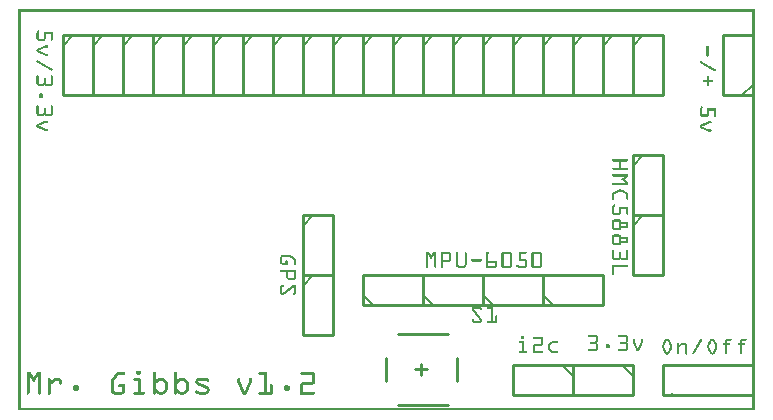
<source format=gto>
G04 MADE WITH FRITZING*
G04 WWW.FRITZING.ORG*
G04 DOUBLE SIDED*
G04 HOLES PLATED*
G04 CONTOUR ON CENTER OF CONTOUR VECTOR*
%ASAXBY*%
%FSLAX23Y23*%
%MOIN*%
%OFA0B0*%
%SFA1.0B1.0*%
%ADD10C,0.010000*%
%ADD11C,0.005000*%
%ADD12R,0.001000X0.001000*%
%LNSILK1*%
G90*
G70*
G54D10*
X2448Y1050D02*
X2448Y1250D01*
D02*
X2448Y1250D02*
X2348Y1250D01*
D02*
X2348Y1250D02*
X2348Y1050D01*
D02*
X2348Y1050D02*
X2448Y1050D01*
G54D11*
D02*
X2448Y1085D02*
X2413Y1050D01*
G54D10*
D02*
X1848Y150D02*
X1648Y150D01*
D02*
X1648Y150D02*
X1648Y50D01*
D02*
X1648Y50D02*
X1848Y50D01*
D02*
X1848Y50D02*
X1848Y150D01*
G54D11*
D02*
X1813Y150D02*
X1848Y115D01*
G54D10*
D02*
X2048Y150D02*
X1848Y150D01*
D02*
X1848Y150D02*
X1848Y50D01*
D02*
X1848Y50D02*
X2048Y50D01*
D02*
X2048Y50D02*
X2048Y150D01*
G54D11*
D02*
X2013Y150D02*
X2048Y115D01*
G54D10*
D02*
X948Y650D02*
X948Y450D01*
D02*
X948Y450D02*
X1048Y450D01*
D02*
X1048Y450D02*
X1048Y650D01*
D02*
X1048Y650D02*
X948Y650D01*
G54D11*
D02*
X948Y615D02*
X983Y650D01*
G54D10*
D02*
X948Y450D02*
X948Y250D01*
D02*
X948Y250D02*
X1048Y250D01*
D02*
X1048Y250D02*
X1048Y450D01*
D02*
X1048Y450D02*
X948Y450D01*
G54D11*
D02*
X948Y415D02*
X983Y450D01*
G54D10*
D02*
X1148Y350D02*
X1348Y350D01*
D02*
X1348Y350D02*
X1348Y450D01*
D02*
X1348Y450D02*
X1148Y450D01*
D02*
X1148Y450D02*
X1148Y350D01*
G54D11*
D02*
X1183Y350D02*
X1148Y385D01*
G54D10*
D02*
X1348Y350D02*
X1548Y350D01*
D02*
X1548Y350D02*
X1548Y450D01*
D02*
X1548Y450D02*
X1348Y450D01*
D02*
X1348Y450D02*
X1348Y350D01*
G54D11*
D02*
X1383Y350D02*
X1348Y385D01*
G54D10*
D02*
X1548Y350D02*
X1748Y350D01*
D02*
X1748Y350D02*
X1748Y450D01*
D02*
X1748Y450D02*
X1548Y450D01*
D02*
X1548Y450D02*
X1548Y350D01*
G54D11*
D02*
X1583Y350D02*
X1548Y385D01*
G54D10*
D02*
X1748Y350D02*
X1948Y350D01*
D02*
X1948Y350D02*
X1948Y450D01*
D02*
X1948Y450D02*
X1748Y450D01*
D02*
X1748Y450D02*
X1748Y350D01*
G54D11*
D02*
X1783Y350D02*
X1748Y385D01*
G54D10*
D02*
X2048Y850D02*
X2048Y650D01*
D02*
X2048Y650D02*
X2148Y650D01*
D02*
X2148Y650D02*
X2148Y850D01*
D02*
X2148Y850D02*
X2048Y850D01*
G54D11*
D02*
X2048Y815D02*
X2083Y850D01*
G54D10*
D02*
X2048Y650D02*
X2048Y450D01*
D02*
X2048Y450D02*
X2148Y450D01*
D02*
X2148Y450D02*
X2148Y650D01*
D02*
X2148Y650D02*
X2048Y650D01*
G54D11*
D02*
X2048Y615D02*
X2083Y650D01*
G54D10*
D02*
X148Y1250D02*
X148Y1050D01*
D02*
X148Y1050D02*
X248Y1050D01*
D02*
X248Y1050D02*
X248Y1250D01*
D02*
X248Y1250D02*
X148Y1250D01*
G54D11*
D02*
X148Y1215D02*
X183Y1250D01*
G54D10*
D02*
X1548Y1250D02*
X1548Y1050D01*
D02*
X1548Y1050D02*
X1648Y1050D01*
D02*
X1648Y1050D02*
X1648Y1250D01*
D02*
X1648Y1250D02*
X1548Y1250D01*
G54D11*
D02*
X1548Y1215D02*
X1583Y1250D01*
G54D10*
D02*
X1348Y1250D02*
X1348Y1050D01*
D02*
X1348Y1050D02*
X1448Y1050D01*
D02*
X1448Y1050D02*
X1448Y1250D01*
D02*
X1448Y1250D02*
X1348Y1250D01*
G54D11*
D02*
X1348Y1215D02*
X1383Y1250D01*
G54D10*
D02*
X1648Y1250D02*
X1648Y1050D01*
D02*
X1648Y1050D02*
X1748Y1050D01*
D02*
X1748Y1050D02*
X1748Y1250D01*
D02*
X1748Y1250D02*
X1648Y1250D01*
G54D11*
D02*
X1648Y1215D02*
X1683Y1250D01*
G54D10*
D02*
X1448Y1250D02*
X1448Y1050D01*
D02*
X1448Y1050D02*
X1548Y1050D01*
D02*
X1548Y1050D02*
X1548Y1250D01*
D02*
X1548Y1250D02*
X1448Y1250D01*
G54D11*
D02*
X1448Y1215D02*
X1483Y1250D01*
G54D10*
D02*
X1748Y1250D02*
X1748Y1050D01*
D02*
X1748Y1050D02*
X1848Y1050D01*
D02*
X1848Y1050D02*
X1848Y1250D01*
D02*
X1848Y1250D02*
X1748Y1250D01*
G54D11*
D02*
X1748Y1215D02*
X1783Y1250D01*
G54D10*
D02*
X1248Y1250D02*
X1248Y1050D01*
D02*
X1248Y1050D02*
X1348Y1050D01*
D02*
X1348Y1050D02*
X1348Y1250D01*
D02*
X1348Y1250D02*
X1248Y1250D01*
G54D11*
D02*
X1248Y1215D02*
X1283Y1250D01*
G54D10*
D02*
X1948Y1250D02*
X1948Y1050D01*
D02*
X1948Y1050D02*
X2048Y1050D01*
D02*
X2048Y1050D02*
X2048Y1250D01*
D02*
X2048Y1250D02*
X1948Y1250D01*
G54D11*
D02*
X1948Y1215D02*
X1983Y1250D01*
G54D10*
D02*
X1848Y1250D02*
X1848Y1050D01*
D02*
X1848Y1050D02*
X1948Y1050D01*
D02*
X1948Y1050D02*
X1948Y1250D01*
D02*
X1948Y1250D02*
X1848Y1250D01*
G54D11*
D02*
X1848Y1215D02*
X1883Y1250D01*
G54D10*
D02*
X2048Y1250D02*
X2048Y1050D01*
D02*
X2048Y1050D02*
X2148Y1050D01*
D02*
X2148Y1050D02*
X2148Y1250D01*
D02*
X2148Y1250D02*
X2048Y1250D01*
G54D11*
D02*
X2048Y1215D02*
X2083Y1250D01*
G54D10*
D02*
X548Y1250D02*
X548Y1050D01*
D02*
X548Y1050D02*
X648Y1050D01*
D02*
X648Y1050D02*
X648Y1250D01*
D02*
X648Y1250D02*
X548Y1250D01*
G54D11*
D02*
X548Y1215D02*
X583Y1250D01*
G54D10*
D02*
X648Y1250D02*
X648Y1050D01*
D02*
X648Y1050D02*
X748Y1050D01*
D02*
X748Y1050D02*
X748Y1250D01*
D02*
X748Y1250D02*
X648Y1250D01*
G54D11*
D02*
X648Y1215D02*
X683Y1250D01*
G54D10*
D02*
X448Y1250D02*
X448Y1050D01*
D02*
X448Y1050D02*
X548Y1050D01*
D02*
X548Y1050D02*
X548Y1250D01*
D02*
X548Y1250D02*
X448Y1250D01*
G54D11*
D02*
X448Y1215D02*
X483Y1250D01*
G54D10*
D02*
X248Y1250D02*
X248Y1050D01*
D02*
X248Y1050D02*
X348Y1050D01*
D02*
X348Y1050D02*
X348Y1250D01*
D02*
X348Y1250D02*
X248Y1250D01*
G54D11*
D02*
X248Y1215D02*
X283Y1250D01*
G54D10*
D02*
X348Y1250D02*
X348Y1050D01*
D02*
X348Y1050D02*
X448Y1050D01*
D02*
X448Y1050D02*
X448Y1250D01*
D02*
X448Y1250D02*
X348Y1250D01*
G54D11*
D02*
X348Y1215D02*
X383Y1250D01*
G54D10*
D02*
X1148Y1250D02*
X1148Y1050D01*
D02*
X1148Y1050D02*
X1248Y1050D01*
D02*
X1248Y1050D02*
X1248Y1250D01*
D02*
X1248Y1250D02*
X1148Y1250D01*
G54D11*
D02*
X1148Y1215D02*
X1183Y1250D01*
G54D10*
D02*
X1048Y1250D02*
X1048Y1050D01*
D02*
X1048Y1050D02*
X1148Y1050D01*
D02*
X1148Y1050D02*
X1148Y1250D01*
D02*
X1148Y1250D02*
X1048Y1250D01*
G54D11*
D02*
X1048Y1215D02*
X1083Y1250D01*
G54D10*
D02*
X948Y1250D02*
X948Y1050D01*
D02*
X948Y1050D02*
X1048Y1050D01*
D02*
X1048Y1050D02*
X1048Y1250D01*
D02*
X1048Y1250D02*
X948Y1250D01*
G54D11*
D02*
X948Y1215D02*
X983Y1250D01*
G54D10*
D02*
X748Y1250D02*
X748Y1050D01*
D02*
X748Y1050D02*
X848Y1050D01*
D02*
X848Y1050D02*
X848Y1250D01*
D02*
X848Y1250D02*
X748Y1250D01*
G54D11*
D02*
X748Y1215D02*
X783Y1250D01*
G54D10*
D02*
X848Y1250D02*
X848Y1050D01*
D02*
X848Y1050D02*
X948Y1050D01*
D02*
X948Y1050D02*
X948Y1250D01*
D02*
X948Y1250D02*
X848Y1250D01*
G54D11*
D02*
X848Y1215D02*
X883Y1250D01*
G54D10*
D02*
X2148Y50D02*
X2448Y50D01*
D02*
X2448Y50D02*
X2448Y150D01*
D02*
X2448Y150D02*
X2148Y150D01*
D02*
X2148Y150D02*
X2148Y50D01*
D02*
X1460Y176D02*
X1460Y97D01*
D02*
X1264Y255D02*
X1431Y255D01*
D02*
X1264Y19D02*
X1431Y19D01*
D02*
X1224Y176D02*
X1224Y97D01*
D02*
X1342Y156D02*
X1342Y117D01*
D02*
X1362Y137D02*
X1323Y137D01*
G54D12*
X0Y1336D02*
X2453Y1336D01*
X0Y1335D02*
X2453Y1335D01*
X0Y1334D02*
X2453Y1334D01*
X0Y1333D02*
X2453Y1333D01*
X0Y1332D02*
X2453Y1332D01*
X0Y1331D02*
X2453Y1331D01*
X0Y1330D02*
X2453Y1330D01*
X0Y1329D02*
X2453Y1329D01*
X0Y1328D02*
X7Y1328D01*
X2446Y1328D02*
X2453Y1328D01*
X0Y1327D02*
X7Y1327D01*
X2446Y1327D02*
X2453Y1327D01*
X0Y1326D02*
X7Y1326D01*
X2446Y1326D02*
X2453Y1326D01*
X0Y1325D02*
X7Y1325D01*
X2446Y1325D02*
X2453Y1325D01*
X0Y1324D02*
X7Y1324D01*
X2446Y1324D02*
X2453Y1324D01*
X0Y1323D02*
X7Y1323D01*
X2446Y1323D02*
X2453Y1323D01*
X0Y1322D02*
X7Y1322D01*
X2446Y1322D02*
X2453Y1322D01*
X0Y1321D02*
X7Y1321D01*
X2446Y1321D02*
X2453Y1321D01*
X0Y1320D02*
X7Y1320D01*
X2446Y1320D02*
X2453Y1320D01*
X0Y1319D02*
X7Y1319D01*
X2446Y1319D02*
X2453Y1319D01*
X0Y1318D02*
X7Y1318D01*
X2446Y1318D02*
X2453Y1318D01*
X0Y1317D02*
X7Y1317D01*
X2446Y1317D02*
X2453Y1317D01*
X0Y1316D02*
X7Y1316D01*
X2446Y1316D02*
X2453Y1316D01*
X0Y1315D02*
X7Y1315D01*
X2446Y1315D02*
X2453Y1315D01*
X0Y1314D02*
X7Y1314D01*
X2446Y1314D02*
X2453Y1314D01*
X0Y1313D02*
X7Y1313D01*
X2446Y1313D02*
X2453Y1313D01*
X0Y1312D02*
X7Y1312D01*
X2446Y1312D02*
X2453Y1312D01*
X0Y1311D02*
X7Y1311D01*
X2446Y1311D02*
X2453Y1311D01*
X0Y1310D02*
X7Y1310D01*
X2446Y1310D02*
X2453Y1310D01*
X0Y1309D02*
X7Y1309D01*
X2446Y1309D02*
X2453Y1309D01*
X0Y1308D02*
X7Y1308D01*
X2446Y1308D02*
X2453Y1308D01*
X0Y1307D02*
X7Y1307D01*
X2446Y1307D02*
X2453Y1307D01*
X0Y1306D02*
X7Y1306D01*
X2446Y1306D02*
X2453Y1306D01*
X0Y1305D02*
X7Y1305D01*
X2446Y1305D02*
X2453Y1305D01*
X0Y1304D02*
X7Y1304D01*
X2446Y1304D02*
X2453Y1304D01*
X0Y1303D02*
X7Y1303D01*
X2446Y1303D02*
X2453Y1303D01*
X0Y1302D02*
X7Y1302D01*
X2446Y1302D02*
X2453Y1302D01*
X0Y1301D02*
X7Y1301D01*
X2446Y1301D02*
X2453Y1301D01*
X0Y1300D02*
X7Y1300D01*
X2446Y1300D02*
X2453Y1300D01*
X0Y1299D02*
X7Y1299D01*
X2446Y1299D02*
X2453Y1299D01*
X0Y1298D02*
X7Y1298D01*
X2446Y1298D02*
X2453Y1298D01*
X0Y1297D02*
X7Y1297D01*
X2446Y1297D02*
X2453Y1297D01*
X0Y1296D02*
X7Y1296D01*
X2446Y1296D02*
X2453Y1296D01*
X0Y1295D02*
X7Y1295D01*
X2446Y1295D02*
X2453Y1295D01*
X0Y1294D02*
X7Y1294D01*
X2446Y1294D02*
X2453Y1294D01*
X0Y1293D02*
X7Y1293D01*
X2446Y1293D02*
X2453Y1293D01*
X0Y1292D02*
X7Y1292D01*
X2446Y1292D02*
X2453Y1292D01*
X0Y1291D02*
X7Y1291D01*
X2446Y1291D02*
X2453Y1291D01*
X0Y1290D02*
X7Y1290D01*
X2446Y1290D02*
X2453Y1290D01*
X0Y1289D02*
X7Y1289D01*
X2446Y1289D02*
X2453Y1289D01*
X0Y1288D02*
X7Y1288D01*
X2446Y1288D02*
X2453Y1288D01*
X0Y1287D02*
X7Y1287D01*
X2446Y1287D02*
X2453Y1287D01*
X0Y1286D02*
X7Y1286D01*
X2446Y1286D02*
X2453Y1286D01*
X0Y1285D02*
X7Y1285D01*
X2446Y1285D02*
X2453Y1285D01*
X0Y1284D02*
X7Y1284D01*
X2446Y1284D02*
X2453Y1284D01*
X0Y1283D02*
X7Y1283D01*
X2446Y1283D02*
X2453Y1283D01*
X0Y1282D02*
X7Y1282D01*
X2446Y1282D02*
X2453Y1282D01*
X0Y1281D02*
X7Y1281D01*
X2446Y1281D02*
X2453Y1281D01*
X0Y1280D02*
X7Y1280D01*
X2446Y1280D02*
X2453Y1280D01*
X0Y1279D02*
X7Y1279D01*
X2446Y1279D02*
X2453Y1279D01*
X0Y1278D02*
X7Y1278D01*
X2446Y1278D02*
X2453Y1278D01*
X0Y1277D02*
X7Y1277D01*
X2446Y1277D02*
X2453Y1277D01*
X0Y1276D02*
X7Y1276D01*
X2446Y1276D02*
X2453Y1276D01*
X0Y1275D02*
X7Y1275D01*
X2446Y1275D02*
X2453Y1275D01*
X0Y1274D02*
X7Y1274D01*
X2446Y1274D02*
X2453Y1274D01*
X0Y1273D02*
X7Y1273D01*
X2446Y1273D02*
X2453Y1273D01*
X0Y1272D02*
X7Y1272D01*
X2446Y1272D02*
X2453Y1272D01*
X0Y1271D02*
X7Y1271D01*
X2446Y1271D02*
X2453Y1271D01*
X0Y1270D02*
X7Y1270D01*
X2446Y1270D02*
X2453Y1270D01*
X0Y1269D02*
X7Y1269D01*
X2446Y1269D02*
X2453Y1269D01*
X0Y1268D02*
X7Y1268D01*
X2446Y1268D02*
X2453Y1268D01*
X0Y1267D02*
X7Y1267D01*
X2446Y1267D02*
X2453Y1267D01*
X0Y1266D02*
X7Y1266D01*
X64Y1266D02*
X68Y1266D01*
X2446Y1266D02*
X2453Y1266D01*
X0Y1265D02*
X7Y1265D01*
X64Y1265D02*
X69Y1265D01*
X2446Y1265D02*
X2453Y1265D01*
X0Y1264D02*
X7Y1264D01*
X63Y1264D02*
X69Y1264D01*
X2446Y1264D02*
X2453Y1264D01*
X0Y1263D02*
X7Y1263D01*
X63Y1263D02*
X69Y1263D01*
X2446Y1263D02*
X2453Y1263D01*
X0Y1262D02*
X7Y1262D01*
X62Y1262D02*
X69Y1262D01*
X2446Y1262D02*
X2453Y1262D01*
X0Y1261D02*
X7Y1261D01*
X62Y1261D02*
X69Y1261D01*
X2446Y1261D02*
X2453Y1261D01*
X0Y1260D02*
X7Y1260D01*
X61Y1260D02*
X68Y1260D01*
X84Y1260D02*
X113Y1260D01*
X2446Y1260D02*
X2453Y1260D01*
X0Y1259D02*
X7Y1259D01*
X61Y1259D02*
X68Y1259D01*
X84Y1259D02*
X114Y1259D01*
X2446Y1259D02*
X2453Y1259D01*
X0Y1258D02*
X7Y1258D01*
X61Y1258D02*
X67Y1258D01*
X84Y1258D02*
X114Y1258D01*
X2446Y1258D02*
X2453Y1258D01*
X0Y1257D02*
X7Y1257D01*
X61Y1257D02*
X67Y1257D01*
X84Y1257D02*
X114Y1257D01*
X2446Y1257D02*
X2453Y1257D01*
X0Y1256D02*
X7Y1256D01*
X60Y1256D02*
X66Y1256D01*
X84Y1256D02*
X114Y1256D01*
X2446Y1256D02*
X2453Y1256D01*
X0Y1255D02*
X7Y1255D01*
X60Y1255D02*
X66Y1255D01*
X84Y1255D02*
X114Y1255D01*
X2446Y1255D02*
X2453Y1255D01*
X0Y1254D02*
X7Y1254D01*
X60Y1254D02*
X66Y1254D01*
X84Y1254D02*
X114Y1254D01*
X2446Y1254D02*
X2453Y1254D01*
X0Y1253D02*
X7Y1253D01*
X60Y1253D02*
X66Y1253D01*
X84Y1253D02*
X90Y1253D01*
X107Y1253D02*
X114Y1253D01*
X2446Y1253D02*
X2453Y1253D01*
X0Y1252D02*
X7Y1252D01*
X60Y1252D02*
X66Y1252D01*
X84Y1252D02*
X90Y1252D01*
X108Y1252D02*
X114Y1252D01*
X2446Y1252D02*
X2453Y1252D01*
X0Y1251D02*
X7Y1251D01*
X60Y1251D02*
X66Y1251D01*
X84Y1251D02*
X90Y1251D01*
X108Y1251D02*
X114Y1251D01*
X2446Y1251D02*
X2453Y1251D01*
X0Y1250D02*
X7Y1250D01*
X60Y1250D02*
X66Y1250D01*
X84Y1250D02*
X90Y1250D01*
X108Y1250D02*
X114Y1250D01*
X2446Y1250D02*
X2453Y1250D01*
X0Y1249D02*
X7Y1249D01*
X60Y1249D02*
X66Y1249D01*
X84Y1249D02*
X90Y1249D01*
X108Y1249D02*
X114Y1249D01*
X2446Y1249D02*
X2453Y1249D01*
X0Y1248D02*
X7Y1248D01*
X60Y1248D02*
X66Y1248D01*
X84Y1248D02*
X90Y1248D01*
X108Y1248D02*
X114Y1248D01*
X2446Y1248D02*
X2453Y1248D01*
X0Y1247D02*
X7Y1247D01*
X60Y1247D02*
X66Y1247D01*
X84Y1247D02*
X90Y1247D01*
X108Y1247D02*
X114Y1247D01*
X2446Y1247D02*
X2453Y1247D01*
X0Y1246D02*
X7Y1246D01*
X60Y1246D02*
X66Y1246D01*
X84Y1246D02*
X90Y1246D01*
X108Y1246D02*
X114Y1246D01*
X2446Y1246D02*
X2453Y1246D01*
X0Y1245D02*
X7Y1245D01*
X60Y1245D02*
X66Y1245D01*
X84Y1245D02*
X90Y1245D01*
X108Y1245D02*
X114Y1245D01*
X2446Y1245D02*
X2453Y1245D01*
X0Y1244D02*
X7Y1244D01*
X60Y1244D02*
X66Y1244D01*
X84Y1244D02*
X90Y1244D01*
X108Y1244D02*
X114Y1244D01*
X2446Y1244D02*
X2453Y1244D01*
X0Y1243D02*
X7Y1243D01*
X60Y1243D02*
X66Y1243D01*
X84Y1243D02*
X90Y1243D01*
X108Y1243D02*
X114Y1243D01*
X2446Y1243D02*
X2453Y1243D01*
X0Y1242D02*
X7Y1242D01*
X60Y1242D02*
X66Y1242D01*
X84Y1242D02*
X90Y1242D01*
X108Y1242D02*
X114Y1242D01*
X2446Y1242D02*
X2453Y1242D01*
X0Y1241D02*
X7Y1241D01*
X60Y1241D02*
X66Y1241D01*
X84Y1241D02*
X90Y1241D01*
X108Y1241D02*
X114Y1241D01*
X2446Y1241D02*
X2453Y1241D01*
X0Y1240D02*
X7Y1240D01*
X60Y1240D02*
X66Y1240D01*
X84Y1240D02*
X90Y1240D01*
X108Y1240D02*
X114Y1240D01*
X2446Y1240D02*
X2453Y1240D01*
X0Y1239D02*
X7Y1239D01*
X60Y1239D02*
X90Y1239D01*
X108Y1239D02*
X114Y1239D01*
X2446Y1239D02*
X2453Y1239D01*
X0Y1238D02*
X7Y1238D01*
X61Y1238D02*
X90Y1238D01*
X108Y1238D02*
X114Y1238D01*
X2446Y1238D02*
X2453Y1238D01*
X0Y1237D02*
X7Y1237D01*
X61Y1237D02*
X90Y1237D01*
X108Y1237D02*
X114Y1237D01*
X2446Y1237D02*
X2453Y1237D01*
X0Y1236D02*
X7Y1236D01*
X61Y1236D02*
X89Y1236D01*
X108Y1236D02*
X114Y1236D01*
X2446Y1236D02*
X2453Y1236D01*
X0Y1235D02*
X7Y1235D01*
X62Y1235D02*
X88Y1235D01*
X108Y1235D02*
X113Y1235D01*
X2446Y1235D02*
X2453Y1235D01*
X0Y1234D02*
X7Y1234D01*
X63Y1234D02*
X87Y1234D01*
X108Y1234D02*
X113Y1234D01*
X2446Y1234D02*
X2453Y1234D01*
X0Y1233D02*
X7Y1233D01*
X65Y1233D02*
X86Y1233D01*
X109Y1233D02*
X112Y1233D01*
X2446Y1233D02*
X2453Y1233D01*
X0Y1232D02*
X7Y1232D01*
X2446Y1232D02*
X2453Y1232D01*
X0Y1231D02*
X7Y1231D01*
X2446Y1231D02*
X2453Y1231D01*
X0Y1230D02*
X7Y1230D01*
X2446Y1230D02*
X2453Y1230D01*
X0Y1229D02*
X7Y1229D01*
X2446Y1229D02*
X2453Y1229D01*
X0Y1228D02*
X7Y1228D01*
X2446Y1228D02*
X2453Y1228D01*
X0Y1227D02*
X7Y1227D01*
X2446Y1227D02*
X2453Y1227D01*
X0Y1226D02*
X7Y1226D01*
X2446Y1226D02*
X2453Y1226D01*
X0Y1225D02*
X7Y1225D01*
X2446Y1225D02*
X2453Y1225D01*
X0Y1224D02*
X7Y1224D01*
X2446Y1224D02*
X2453Y1224D01*
X0Y1223D02*
X7Y1223D01*
X2446Y1223D02*
X2453Y1223D01*
X0Y1222D02*
X7Y1222D01*
X2446Y1222D02*
X2453Y1222D01*
X0Y1221D02*
X7Y1221D01*
X2446Y1221D02*
X2453Y1221D01*
X0Y1220D02*
X7Y1220D01*
X2446Y1220D02*
X2453Y1220D01*
X0Y1219D02*
X7Y1219D01*
X2446Y1219D02*
X2453Y1219D01*
X0Y1218D02*
X7Y1218D01*
X2446Y1218D02*
X2453Y1218D01*
X0Y1217D02*
X7Y1217D01*
X2446Y1217D02*
X2453Y1217D01*
X0Y1216D02*
X7Y1216D01*
X88Y1216D02*
X98Y1216D01*
X2446Y1216D02*
X2453Y1216D01*
X0Y1215D02*
X7Y1215D01*
X85Y1215D02*
X98Y1215D01*
X2446Y1215D02*
X2453Y1215D01*
X0Y1214D02*
X7Y1214D01*
X83Y1214D02*
X99Y1214D01*
X2294Y1214D02*
X2299Y1214D01*
X2446Y1214D02*
X2453Y1214D01*
X0Y1213D02*
X7Y1213D01*
X81Y1213D02*
X99Y1213D01*
X2293Y1213D02*
X2300Y1213D01*
X2446Y1213D02*
X2453Y1213D01*
X0Y1212D02*
X7Y1212D01*
X79Y1212D02*
X98Y1212D01*
X2292Y1212D02*
X2301Y1212D01*
X2446Y1212D02*
X2453Y1212D01*
X0Y1211D02*
X7Y1211D01*
X76Y1211D02*
X98Y1211D01*
X2292Y1211D02*
X2301Y1211D01*
X2446Y1211D02*
X2453Y1211D01*
X0Y1210D02*
X7Y1210D01*
X74Y1210D02*
X96Y1210D01*
X2292Y1210D02*
X2301Y1210D01*
X2446Y1210D02*
X2453Y1210D01*
X0Y1209D02*
X7Y1209D01*
X72Y1209D02*
X88Y1209D01*
X2292Y1209D02*
X2301Y1209D01*
X2446Y1209D02*
X2453Y1209D01*
X0Y1208D02*
X7Y1208D01*
X69Y1208D02*
X86Y1208D01*
X2292Y1208D02*
X2301Y1208D01*
X2446Y1208D02*
X2453Y1208D01*
X0Y1207D02*
X7Y1207D01*
X67Y1207D02*
X84Y1207D01*
X2292Y1207D02*
X2301Y1207D01*
X2446Y1207D02*
X2453Y1207D01*
X0Y1206D02*
X7Y1206D01*
X65Y1206D02*
X81Y1206D01*
X2292Y1206D02*
X2301Y1206D01*
X2446Y1206D02*
X2453Y1206D01*
X0Y1205D02*
X7Y1205D01*
X63Y1205D02*
X79Y1205D01*
X2292Y1205D02*
X2301Y1205D01*
X2446Y1205D02*
X2453Y1205D01*
X0Y1204D02*
X7Y1204D01*
X61Y1204D02*
X77Y1204D01*
X2292Y1204D02*
X2301Y1204D01*
X2446Y1204D02*
X2453Y1204D01*
X0Y1203D02*
X7Y1203D01*
X61Y1203D02*
X74Y1203D01*
X2292Y1203D02*
X2301Y1203D01*
X2446Y1203D02*
X2453Y1203D01*
X0Y1202D02*
X7Y1202D01*
X60Y1202D02*
X72Y1202D01*
X2292Y1202D02*
X2301Y1202D01*
X2446Y1202D02*
X2453Y1202D01*
X0Y1201D02*
X7Y1201D01*
X60Y1201D02*
X70Y1201D01*
X2292Y1201D02*
X2301Y1201D01*
X2446Y1201D02*
X2453Y1201D01*
X0Y1200D02*
X7Y1200D01*
X60Y1200D02*
X67Y1200D01*
X2292Y1200D02*
X2301Y1200D01*
X2446Y1200D02*
X2453Y1200D01*
X0Y1199D02*
X7Y1199D01*
X60Y1199D02*
X68Y1199D01*
X2292Y1199D02*
X2301Y1199D01*
X2446Y1199D02*
X2453Y1199D01*
X0Y1198D02*
X7Y1198D01*
X60Y1198D02*
X70Y1198D01*
X2292Y1198D02*
X2301Y1198D01*
X2446Y1198D02*
X2453Y1198D01*
X0Y1197D02*
X7Y1197D01*
X60Y1197D02*
X73Y1197D01*
X2292Y1197D02*
X2301Y1197D01*
X2446Y1197D02*
X2453Y1197D01*
X0Y1196D02*
X7Y1196D01*
X61Y1196D02*
X75Y1196D01*
X2292Y1196D02*
X2301Y1196D01*
X2446Y1196D02*
X2453Y1196D01*
X0Y1195D02*
X7Y1195D01*
X61Y1195D02*
X77Y1195D01*
X2292Y1195D02*
X2301Y1195D01*
X2446Y1195D02*
X2453Y1195D01*
X0Y1194D02*
X7Y1194D01*
X63Y1194D02*
X79Y1194D01*
X2292Y1194D02*
X2301Y1194D01*
X2446Y1194D02*
X2453Y1194D01*
X0Y1193D02*
X7Y1193D01*
X65Y1193D02*
X82Y1193D01*
X2292Y1193D02*
X2301Y1193D01*
X2446Y1193D02*
X2453Y1193D01*
X0Y1192D02*
X7Y1192D01*
X68Y1192D02*
X84Y1192D01*
X2292Y1192D02*
X2301Y1192D01*
X2446Y1192D02*
X2453Y1192D01*
X0Y1191D02*
X7Y1191D01*
X70Y1191D02*
X86Y1191D01*
X2292Y1191D02*
X2301Y1191D01*
X2446Y1191D02*
X2453Y1191D01*
X0Y1190D02*
X7Y1190D01*
X72Y1190D02*
X89Y1190D01*
X2292Y1190D02*
X2301Y1190D01*
X2446Y1190D02*
X2453Y1190D01*
X0Y1189D02*
X7Y1189D01*
X74Y1189D02*
X97Y1189D01*
X2292Y1189D02*
X2301Y1189D01*
X2446Y1189D02*
X2453Y1189D01*
X0Y1188D02*
X7Y1188D01*
X77Y1188D02*
X98Y1188D01*
X2292Y1188D02*
X2301Y1188D01*
X2446Y1188D02*
X2453Y1188D01*
X0Y1187D02*
X7Y1187D01*
X79Y1187D02*
X99Y1187D01*
X2292Y1187D02*
X2301Y1187D01*
X2446Y1187D02*
X2453Y1187D01*
X0Y1186D02*
X7Y1186D01*
X81Y1186D02*
X99Y1186D01*
X2292Y1186D02*
X2301Y1186D01*
X2446Y1186D02*
X2453Y1186D01*
X0Y1185D02*
X7Y1185D01*
X84Y1185D02*
X99Y1185D01*
X2292Y1185D02*
X2301Y1185D01*
X2446Y1185D02*
X2453Y1185D01*
X0Y1184D02*
X7Y1184D01*
X86Y1184D02*
X98Y1184D01*
X2292Y1184D02*
X2301Y1184D01*
X2446Y1184D02*
X2453Y1184D01*
X0Y1183D02*
X7Y1183D01*
X88Y1183D02*
X97Y1183D01*
X2292Y1183D02*
X2301Y1183D01*
X2446Y1183D02*
X2453Y1183D01*
X0Y1182D02*
X7Y1182D01*
X2292Y1182D02*
X2300Y1182D01*
X2446Y1182D02*
X2453Y1182D01*
X0Y1181D02*
X7Y1181D01*
X2293Y1181D02*
X2300Y1181D01*
X2446Y1181D02*
X2453Y1181D01*
X0Y1180D02*
X7Y1180D01*
X2295Y1180D02*
X2298Y1180D01*
X2446Y1180D02*
X2453Y1180D01*
X0Y1179D02*
X7Y1179D01*
X2446Y1179D02*
X2453Y1179D01*
X0Y1178D02*
X7Y1178D01*
X2446Y1178D02*
X2453Y1178D01*
X0Y1177D02*
X7Y1177D01*
X2446Y1177D02*
X2453Y1177D01*
X0Y1176D02*
X7Y1176D01*
X2446Y1176D02*
X2453Y1176D01*
X0Y1175D02*
X7Y1175D01*
X2446Y1175D02*
X2453Y1175D01*
X0Y1174D02*
X7Y1174D01*
X2446Y1174D02*
X2453Y1174D01*
X0Y1173D02*
X7Y1173D01*
X2446Y1173D02*
X2453Y1173D01*
X0Y1172D02*
X7Y1172D01*
X2446Y1172D02*
X2453Y1172D01*
X0Y1171D02*
X7Y1171D01*
X2446Y1171D02*
X2453Y1171D01*
X0Y1170D02*
X7Y1170D01*
X2446Y1170D02*
X2453Y1170D01*
X0Y1169D02*
X7Y1169D01*
X2446Y1169D02*
X2453Y1169D01*
X0Y1168D02*
X7Y1168D01*
X2446Y1168D02*
X2453Y1168D01*
X0Y1167D02*
X7Y1167D01*
X2446Y1167D02*
X2453Y1167D01*
X0Y1166D02*
X7Y1166D01*
X62Y1166D02*
X65Y1166D01*
X2446Y1166D02*
X2453Y1166D01*
X0Y1165D02*
X7Y1165D01*
X61Y1165D02*
X67Y1165D01*
X2446Y1165D02*
X2453Y1165D01*
X0Y1164D02*
X7Y1164D01*
X61Y1164D02*
X69Y1164D01*
X2273Y1164D02*
X2275Y1164D01*
X2446Y1164D02*
X2453Y1164D01*
X0Y1163D02*
X7Y1163D01*
X60Y1163D02*
X70Y1163D01*
X2272Y1163D02*
X2277Y1163D01*
X2446Y1163D02*
X2453Y1163D01*
X0Y1162D02*
X7Y1162D01*
X61Y1162D02*
X72Y1162D01*
X2271Y1162D02*
X2279Y1162D01*
X2446Y1162D02*
X2453Y1162D01*
X0Y1161D02*
X7Y1161D01*
X61Y1161D02*
X74Y1161D01*
X2271Y1161D02*
X2280Y1161D01*
X2446Y1161D02*
X2453Y1161D01*
X0Y1160D02*
X7Y1160D01*
X62Y1160D02*
X75Y1160D01*
X2271Y1160D02*
X2282Y1160D01*
X2446Y1160D02*
X2453Y1160D01*
X0Y1159D02*
X7Y1159D01*
X64Y1159D02*
X77Y1159D01*
X2272Y1159D02*
X2284Y1159D01*
X2446Y1159D02*
X2453Y1159D01*
X0Y1158D02*
X7Y1158D01*
X66Y1158D02*
X79Y1158D01*
X2273Y1158D02*
X2286Y1158D01*
X2446Y1158D02*
X2453Y1158D01*
X0Y1157D02*
X7Y1157D01*
X67Y1157D02*
X80Y1157D01*
X2274Y1157D02*
X2287Y1157D01*
X2446Y1157D02*
X2453Y1157D01*
X0Y1156D02*
X7Y1156D01*
X69Y1156D02*
X82Y1156D01*
X2276Y1156D02*
X2289Y1156D01*
X2446Y1156D02*
X2453Y1156D01*
X0Y1155D02*
X7Y1155D01*
X71Y1155D02*
X84Y1155D01*
X2278Y1155D02*
X2291Y1155D01*
X2446Y1155D02*
X2453Y1155D01*
X0Y1154D02*
X7Y1154D01*
X73Y1154D02*
X86Y1154D01*
X2279Y1154D02*
X2292Y1154D01*
X2446Y1154D02*
X2453Y1154D01*
X0Y1153D02*
X7Y1153D01*
X74Y1153D02*
X87Y1153D01*
X2281Y1153D02*
X2294Y1153D01*
X2446Y1153D02*
X2453Y1153D01*
X0Y1152D02*
X7Y1152D01*
X76Y1152D02*
X89Y1152D01*
X2283Y1152D02*
X2296Y1152D01*
X2446Y1152D02*
X2453Y1152D01*
X0Y1151D02*
X7Y1151D01*
X78Y1151D02*
X91Y1151D01*
X2285Y1151D02*
X2298Y1151D01*
X2446Y1151D02*
X2453Y1151D01*
X0Y1150D02*
X7Y1150D01*
X79Y1150D02*
X92Y1150D01*
X2286Y1150D02*
X2299Y1150D01*
X2446Y1150D02*
X2453Y1150D01*
X0Y1149D02*
X7Y1149D01*
X81Y1149D02*
X94Y1149D01*
X2288Y1149D02*
X2301Y1149D01*
X2446Y1149D02*
X2453Y1149D01*
X0Y1148D02*
X7Y1148D01*
X83Y1148D02*
X96Y1148D01*
X2290Y1148D02*
X2303Y1148D01*
X2446Y1148D02*
X2453Y1148D01*
X0Y1147D02*
X7Y1147D01*
X85Y1147D02*
X98Y1147D01*
X2291Y1147D02*
X2304Y1147D01*
X2446Y1147D02*
X2453Y1147D01*
X0Y1146D02*
X7Y1146D01*
X86Y1146D02*
X99Y1146D01*
X2293Y1146D02*
X2306Y1146D01*
X2446Y1146D02*
X2453Y1146D01*
X0Y1145D02*
X7Y1145D01*
X88Y1145D02*
X101Y1145D01*
X2295Y1145D02*
X2308Y1145D01*
X2446Y1145D02*
X2453Y1145D01*
X0Y1144D02*
X7Y1144D01*
X90Y1144D02*
X103Y1144D01*
X2297Y1144D02*
X2310Y1144D01*
X2446Y1144D02*
X2453Y1144D01*
X0Y1143D02*
X7Y1143D01*
X91Y1143D02*
X104Y1143D01*
X2298Y1143D02*
X2311Y1143D01*
X2446Y1143D02*
X2453Y1143D01*
X0Y1142D02*
X7Y1142D01*
X93Y1142D02*
X106Y1142D01*
X2300Y1142D02*
X2313Y1142D01*
X2446Y1142D02*
X2453Y1142D01*
X0Y1141D02*
X7Y1141D01*
X95Y1141D02*
X108Y1141D01*
X2302Y1141D02*
X2315Y1141D01*
X2446Y1141D02*
X2453Y1141D01*
X0Y1140D02*
X7Y1140D01*
X97Y1140D02*
X110Y1140D01*
X2303Y1140D02*
X2316Y1140D01*
X2446Y1140D02*
X2453Y1140D01*
X0Y1139D02*
X7Y1139D01*
X98Y1139D02*
X111Y1139D01*
X2305Y1139D02*
X2318Y1139D01*
X2446Y1139D02*
X2453Y1139D01*
X0Y1138D02*
X7Y1138D01*
X100Y1138D02*
X112Y1138D01*
X2307Y1138D02*
X2320Y1138D01*
X2446Y1138D02*
X2453Y1138D01*
X0Y1137D02*
X7Y1137D01*
X102Y1137D02*
X113Y1137D01*
X2309Y1137D02*
X2321Y1137D01*
X2446Y1137D02*
X2453Y1137D01*
X0Y1136D02*
X7Y1136D01*
X103Y1136D02*
X113Y1136D01*
X2310Y1136D02*
X2323Y1136D01*
X2446Y1136D02*
X2453Y1136D01*
X0Y1135D02*
X7Y1135D01*
X105Y1135D02*
X113Y1135D01*
X2312Y1135D02*
X2324Y1135D01*
X2446Y1135D02*
X2453Y1135D01*
X0Y1134D02*
X7Y1134D01*
X107Y1134D02*
X113Y1134D01*
X2314Y1134D02*
X2324Y1134D01*
X2446Y1134D02*
X2453Y1134D01*
X0Y1133D02*
X7Y1133D01*
X109Y1133D02*
X112Y1133D01*
X2315Y1133D02*
X2324Y1133D01*
X2446Y1133D02*
X2453Y1133D01*
X0Y1132D02*
X7Y1132D01*
X2317Y1132D02*
X2324Y1132D01*
X2446Y1132D02*
X2453Y1132D01*
X0Y1131D02*
X7Y1131D01*
X2319Y1131D02*
X2323Y1131D01*
X2446Y1131D02*
X2453Y1131D01*
X0Y1130D02*
X7Y1130D01*
X2321Y1130D02*
X2322Y1130D01*
X2446Y1130D02*
X2453Y1130D01*
X0Y1129D02*
X7Y1129D01*
X2446Y1129D02*
X2453Y1129D01*
X0Y1128D02*
X7Y1128D01*
X2446Y1128D02*
X2453Y1128D01*
X0Y1127D02*
X7Y1127D01*
X2446Y1127D02*
X2453Y1127D01*
X0Y1126D02*
X7Y1126D01*
X2446Y1126D02*
X2453Y1126D01*
X0Y1125D02*
X7Y1125D01*
X2446Y1125D02*
X2453Y1125D01*
X0Y1124D02*
X7Y1124D01*
X2446Y1124D02*
X2453Y1124D01*
X0Y1123D02*
X7Y1123D01*
X2446Y1123D02*
X2453Y1123D01*
X0Y1122D02*
X7Y1122D01*
X2446Y1122D02*
X2453Y1122D01*
X0Y1121D02*
X7Y1121D01*
X2446Y1121D02*
X2453Y1121D01*
X0Y1120D02*
X7Y1120D01*
X2446Y1120D02*
X2453Y1120D01*
X0Y1119D02*
X7Y1119D01*
X2446Y1119D02*
X2453Y1119D01*
X0Y1118D02*
X7Y1118D01*
X2446Y1118D02*
X2453Y1118D01*
X0Y1117D02*
X7Y1117D01*
X2446Y1117D02*
X2453Y1117D01*
X0Y1116D02*
X7Y1116D01*
X62Y1116D02*
X65Y1116D01*
X109Y1116D02*
X112Y1116D01*
X2446Y1116D02*
X2453Y1116D01*
X0Y1115D02*
X7Y1115D01*
X61Y1115D02*
X66Y1115D01*
X108Y1115D02*
X113Y1115D01*
X2446Y1115D02*
X2453Y1115D01*
X0Y1114D02*
X7Y1114D01*
X61Y1114D02*
X66Y1114D01*
X108Y1114D02*
X113Y1114D01*
X2446Y1114D02*
X2453Y1114D01*
X0Y1113D02*
X7Y1113D01*
X60Y1113D02*
X66Y1113D01*
X108Y1113D02*
X114Y1113D01*
X2296Y1113D02*
X2300Y1113D01*
X2446Y1113D02*
X2453Y1113D01*
X0Y1112D02*
X7Y1112D01*
X60Y1112D02*
X66Y1112D01*
X108Y1112D02*
X114Y1112D01*
X2295Y1112D02*
X2301Y1112D01*
X2446Y1112D02*
X2453Y1112D01*
X0Y1111D02*
X7Y1111D01*
X60Y1111D02*
X66Y1111D01*
X108Y1111D02*
X114Y1111D01*
X2295Y1111D02*
X2301Y1111D01*
X2446Y1111D02*
X2453Y1111D01*
X0Y1110D02*
X7Y1110D01*
X60Y1110D02*
X66Y1110D01*
X108Y1110D02*
X114Y1110D01*
X2295Y1110D02*
X2301Y1110D01*
X2446Y1110D02*
X2453Y1110D01*
X0Y1109D02*
X7Y1109D01*
X60Y1109D02*
X66Y1109D01*
X86Y1109D02*
X88Y1109D01*
X108Y1109D02*
X114Y1109D01*
X2295Y1109D02*
X2301Y1109D01*
X2446Y1109D02*
X2453Y1109D01*
X0Y1108D02*
X7Y1108D01*
X60Y1108D02*
X66Y1108D01*
X85Y1108D02*
X89Y1108D01*
X108Y1108D02*
X114Y1108D01*
X2295Y1108D02*
X2301Y1108D01*
X2446Y1108D02*
X2453Y1108D01*
X0Y1107D02*
X7Y1107D01*
X60Y1107D02*
X66Y1107D01*
X84Y1107D02*
X90Y1107D01*
X108Y1107D02*
X114Y1107D01*
X2295Y1107D02*
X2301Y1107D01*
X2446Y1107D02*
X2453Y1107D01*
X0Y1106D02*
X7Y1106D01*
X60Y1106D02*
X66Y1106D01*
X84Y1106D02*
X90Y1106D01*
X108Y1106D02*
X114Y1106D01*
X2295Y1106D02*
X2301Y1106D01*
X2446Y1106D02*
X2453Y1106D01*
X0Y1105D02*
X7Y1105D01*
X60Y1105D02*
X66Y1105D01*
X84Y1105D02*
X90Y1105D01*
X108Y1105D02*
X114Y1105D01*
X2295Y1105D02*
X2301Y1105D01*
X2446Y1105D02*
X2453Y1105D01*
X0Y1104D02*
X7Y1104D01*
X60Y1104D02*
X66Y1104D01*
X84Y1104D02*
X90Y1104D01*
X108Y1104D02*
X114Y1104D01*
X2295Y1104D02*
X2301Y1104D01*
X2446Y1104D02*
X2453Y1104D01*
X0Y1103D02*
X7Y1103D01*
X60Y1103D02*
X66Y1103D01*
X84Y1103D02*
X90Y1103D01*
X108Y1103D02*
X114Y1103D01*
X2295Y1103D02*
X2301Y1103D01*
X2446Y1103D02*
X2453Y1103D01*
X0Y1102D02*
X7Y1102D01*
X60Y1102D02*
X66Y1102D01*
X84Y1102D02*
X90Y1102D01*
X108Y1102D02*
X114Y1102D01*
X2295Y1102D02*
X2301Y1102D01*
X2446Y1102D02*
X2453Y1102D01*
X0Y1101D02*
X7Y1101D01*
X60Y1101D02*
X66Y1101D01*
X84Y1101D02*
X90Y1101D01*
X108Y1101D02*
X114Y1101D01*
X2295Y1101D02*
X2301Y1101D01*
X2446Y1101D02*
X2453Y1101D01*
X0Y1100D02*
X7Y1100D01*
X60Y1100D02*
X66Y1100D01*
X84Y1100D02*
X90Y1100D01*
X108Y1100D02*
X114Y1100D01*
X2283Y1100D02*
X2313Y1100D01*
X2446Y1100D02*
X2453Y1100D01*
X0Y1099D02*
X7Y1099D01*
X60Y1099D02*
X66Y1099D01*
X84Y1099D02*
X90Y1099D01*
X108Y1099D02*
X114Y1099D01*
X2282Y1099D02*
X2314Y1099D01*
X2446Y1099D02*
X2453Y1099D01*
X0Y1098D02*
X7Y1098D01*
X60Y1098D02*
X66Y1098D01*
X84Y1098D02*
X90Y1098D01*
X108Y1098D02*
X114Y1098D01*
X2281Y1098D02*
X2314Y1098D01*
X2446Y1098D02*
X2453Y1098D01*
X0Y1097D02*
X7Y1097D01*
X60Y1097D02*
X66Y1097D01*
X84Y1097D02*
X90Y1097D01*
X108Y1097D02*
X114Y1097D01*
X2281Y1097D02*
X2315Y1097D01*
X2446Y1097D02*
X2453Y1097D01*
X0Y1096D02*
X7Y1096D01*
X60Y1096D02*
X66Y1096D01*
X84Y1096D02*
X90Y1096D01*
X108Y1096D02*
X114Y1096D01*
X2281Y1096D02*
X2314Y1096D01*
X2446Y1096D02*
X2453Y1096D01*
X0Y1095D02*
X7Y1095D01*
X60Y1095D02*
X66Y1095D01*
X84Y1095D02*
X90Y1095D01*
X108Y1095D02*
X114Y1095D01*
X2282Y1095D02*
X2314Y1095D01*
X2446Y1095D02*
X2453Y1095D01*
X0Y1094D02*
X7Y1094D01*
X60Y1094D02*
X66Y1094D01*
X84Y1094D02*
X90Y1094D01*
X108Y1094D02*
X114Y1094D01*
X2283Y1094D02*
X2313Y1094D01*
X2446Y1094D02*
X2453Y1094D01*
X0Y1093D02*
X7Y1093D01*
X60Y1093D02*
X66Y1093D01*
X84Y1093D02*
X90Y1093D01*
X108Y1093D02*
X114Y1093D01*
X2295Y1093D02*
X2301Y1093D01*
X2446Y1093D02*
X2453Y1093D01*
X0Y1092D02*
X7Y1092D01*
X60Y1092D02*
X66Y1092D01*
X84Y1092D02*
X90Y1092D01*
X108Y1092D02*
X114Y1092D01*
X2295Y1092D02*
X2301Y1092D01*
X2446Y1092D02*
X2453Y1092D01*
X0Y1091D02*
X7Y1091D01*
X60Y1091D02*
X66Y1091D01*
X84Y1091D02*
X90Y1091D01*
X108Y1091D02*
X114Y1091D01*
X2295Y1091D02*
X2301Y1091D01*
X2446Y1091D02*
X2453Y1091D01*
X0Y1090D02*
X7Y1090D01*
X60Y1090D02*
X66Y1090D01*
X83Y1090D02*
X91Y1090D01*
X108Y1090D02*
X114Y1090D01*
X2295Y1090D02*
X2301Y1090D01*
X2446Y1090D02*
X2453Y1090D01*
X0Y1089D02*
X7Y1089D01*
X60Y1089D02*
X67Y1089D01*
X81Y1089D02*
X93Y1089D01*
X107Y1089D02*
X114Y1089D01*
X2295Y1089D02*
X2301Y1089D01*
X2446Y1089D02*
X2453Y1089D01*
X0Y1088D02*
X7Y1088D01*
X60Y1088D02*
X113Y1088D01*
X2295Y1088D02*
X2301Y1088D01*
X2446Y1088D02*
X2453Y1088D01*
X0Y1087D02*
X7Y1087D01*
X61Y1087D02*
X113Y1087D01*
X2295Y1087D02*
X2301Y1087D01*
X2446Y1087D02*
X2453Y1087D01*
X0Y1086D02*
X7Y1086D01*
X61Y1086D02*
X113Y1086D01*
X2295Y1086D02*
X2301Y1086D01*
X2446Y1086D02*
X2453Y1086D01*
X0Y1085D02*
X7Y1085D01*
X62Y1085D02*
X112Y1085D01*
X2295Y1085D02*
X2301Y1085D01*
X2446Y1085D02*
X2453Y1085D01*
X0Y1084D02*
X7Y1084D01*
X63Y1084D02*
X86Y1084D01*
X88Y1084D02*
X111Y1084D01*
X2295Y1084D02*
X2301Y1084D01*
X2446Y1084D02*
X2453Y1084D01*
X0Y1083D02*
X7Y1083D01*
X64Y1083D02*
X84Y1083D01*
X90Y1083D02*
X110Y1083D01*
X2295Y1083D02*
X2301Y1083D01*
X2446Y1083D02*
X2453Y1083D01*
X0Y1082D02*
X7Y1082D01*
X67Y1082D02*
X80Y1082D01*
X94Y1082D02*
X107Y1082D01*
X2295Y1082D02*
X2301Y1082D01*
X2446Y1082D02*
X2453Y1082D01*
X0Y1081D02*
X7Y1081D01*
X2296Y1081D02*
X2300Y1081D01*
X2446Y1081D02*
X2453Y1081D01*
X0Y1080D02*
X7Y1080D01*
X2297Y1080D02*
X2299Y1080D01*
X2446Y1080D02*
X2453Y1080D01*
X0Y1079D02*
X7Y1079D01*
X2446Y1079D02*
X2453Y1079D01*
X0Y1078D02*
X7Y1078D01*
X2446Y1078D02*
X2453Y1078D01*
X0Y1077D02*
X7Y1077D01*
X2446Y1077D02*
X2453Y1077D01*
X0Y1076D02*
X7Y1076D01*
X2446Y1076D02*
X2453Y1076D01*
X0Y1075D02*
X7Y1075D01*
X2446Y1075D02*
X2453Y1075D01*
X0Y1074D02*
X7Y1074D01*
X2446Y1074D02*
X2453Y1074D01*
X0Y1073D02*
X7Y1073D01*
X2446Y1073D02*
X2453Y1073D01*
X0Y1072D02*
X7Y1072D01*
X2446Y1072D02*
X2453Y1072D01*
X0Y1071D02*
X7Y1071D01*
X2446Y1071D02*
X2453Y1071D01*
X0Y1070D02*
X7Y1070D01*
X2446Y1070D02*
X2453Y1070D01*
X0Y1069D02*
X7Y1069D01*
X2446Y1069D02*
X2453Y1069D01*
X0Y1068D02*
X7Y1068D01*
X2446Y1068D02*
X2453Y1068D01*
X0Y1067D02*
X7Y1067D01*
X2446Y1067D02*
X2453Y1067D01*
X0Y1066D02*
X7Y1066D01*
X2446Y1066D02*
X2453Y1066D01*
X0Y1065D02*
X7Y1065D01*
X2446Y1065D02*
X2453Y1065D01*
X0Y1064D02*
X7Y1064D01*
X2446Y1064D02*
X2453Y1064D01*
X0Y1063D02*
X7Y1063D01*
X2446Y1063D02*
X2453Y1063D01*
X0Y1062D02*
X7Y1062D01*
X2446Y1062D02*
X2453Y1062D01*
X0Y1061D02*
X7Y1061D01*
X2446Y1061D02*
X2453Y1061D01*
X0Y1060D02*
X7Y1060D01*
X2446Y1060D02*
X2453Y1060D01*
X0Y1059D02*
X7Y1059D01*
X2446Y1059D02*
X2453Y1059D01*
X0Y1058D02*
X7Y1058D01*
X2446Y1058D02*
X2453Y1058D01*
X0Y1057D02*
X7Y1057D01*
X2446Y1057D02*
X2453Y1057D01*
X0Y1056D02*
X7Y1056D01*
X73Y1056D02*
X78Y1056D01*
X2446Y1056D02*
X2453Y1056D01*
X0Y1055D02*
X7Y1055D01*
X70Y1055D02*
X80Y1055D01*
X2446Y1055D02*
X2453Y1055D01*
X0Y1054D02*
X7Y1054D01*
X70Y1054D02*
X81Y1054D01*
X2446Y1054D02*
X2453Y1054D01*
X0Y1053D02*
X7Y1053D01*
X69Y1053D02*
X81Y1053D01*
X2446Y1053D02*
X2453Y1053D01*
X0Y1052D02*
X7Y1052D01*
X69Y1052D02*
X81Y1052D01*
X2446Y1052D02*
X2453Y1052D01*
X0Y1051D02*
X7Y1051D01*
X69Y1051D02*
X81Y1051D01*
X2446Y1051D02*
X2453Y1051D01*
X0Y1050D02*
X7Y1050D01*
X69Y1050D02*
X81Y1050D01*
X2446Y1050D02*
X2453Y1050D01*
X0Y1049D02*
X7Y1049D01*
X69Y1049D02*
X81Y1049D01*
X2446Y1049D02*
X2453Y1049D01*
X0Y1048D02*
X7Y1048D01*
X69Y1048D02*
X81Y1048D01*
X2446Y1048D02*
X2453Y1048D01*
X0Y1047D02*
X7Y1047D01*
X69Y1047D02*
X81Y1047D01*
X2446Y1047D02*
X2453Y1047D01*
X0Y1046D02*
X7Y1046D01*
X69Y1046D02*
X81Y1046D01*
X2446Y1046D02*
X2453Y1046D01*
X0Y1045D02*
X7Y1045D01*
X69Y1045D02*
X81Y1045D01*
X2446Y1045D02*
X2453Y1045D01*
X0Y1044D02*
X7Y1044D01*
X70Y1044D02*
X81Y1044D01*
X2446Y1044D02*
X2453Y1044D01*
X0Y1043D02*
X7Y1043D01*
X70Y1043D02*
X80Y1043D01*
X2446Y1043D02*
X2453Y1043D01*
X0Y1042D02*
X7Y1042D01*
X2446Y1042D02*
X2453Y1042D01*
X0Y1041D02*
X7Y1041D01*
X2446Y1041D02*
X2453Y1041D01*
X0Y1040D02*
X7Y1040D01*
X2446Y1040D02*
X2453Y1040D01*
X0Y1039D02*
X7Y1039D01*
X2446Y1039D02*
X2453Y1039D01*
X0Y1038D02*
X7Y1038D01*
X2446Y1038D02*
X2453Y1038D01*
X0Y1037D02*
X7Y1037D01*
X2446Y1037D02*
X2453Y1037D01*
X0Y1036D02*
X7Y1036D01*
X2446Y1036D02*
X2453Y1036D01*
X0Y1035D02*
X7Y1035D01*
X2446Y1035D02*
X2453Y1035D01*
X0Y1034D02*
X7Y1034D01*
X2446Y1034D02*
X2453Y1034D01*
X0Y1033D02*
X7Y1033D01*
X2446Y1033D02*
X2453Y1033D01*
X0Y1032D02*
X7Y1032D01*
X2446Y1032D02*
X2453Y1032D01*
X0Y1031D02*
X7Y1031D01*
X2446Y1031D02*
X2453Y1031D01*
X0Y1030D02*
X7Y1030D01*
X2446Y1030D02*
X2453Y1030D01*
X0Y1029D02*
X7Y1029D01*
X2446Y1029D02*
X2453Y1029D01*
X0Y1028D02*
X7Y1028D01*
X2446Y1028D02*
X2453Y1028D01*
X0Y1027D02*
X7Y1027D01*
X2446Y1027D02*
X2453Y1027D01*
X0Y1026D02*
X7Y1026D01*
X2446Y1026D02*
X2453Y1026D01*
X0Y1025D02*
X7Y1025D01*
X2446Y1025D02*
X2453Y1025D01*
X0Y1024D02*
X7Y1024D01*
X2446Y1024D02*
X2453Y1024D01*
X0Y1023D02*
X7Y1023D01*
X2446Y1023D02*
X2453Y1023D01*
X0Y1022D02*
X7Y1022D01*
X2446Y1022D02*
X2453Y1022D01*
X0Y1021D02*
X7Y1021D01*
X2446Y1021D02*
X2453Y1021D01*
X0Y1020D02*
X7Y1020D01*
X2446Y1020D02*
X2453Y1020D01*
X0Y1019D02*
X7Y1019D01*
X2446Y1019D02*
X2453Y1019D01*
X0Y1018D02*
X7Y1018D01*
X2446Y1018D02*
X2453Y1018D01*
X0Y1017D02*
X7Y1017D01*
X2446Y1017D02*
X2453Y1017D01*
X0Y1016D02*
X7Y1016D01*
X63Y1016D02*
X64Y1016D01*
X110Y1016D02*
X111Y1016D01*
X2446Y1016D02*
X2453Y1016D01*
X0Y1015D02*
X7Y1015D01*
X61Y1015D02*
X65Y1015D01*
X109Y1015D02*
X113Y1015D01*
X2446Y1015D02*
X2453Y1015D01*
X0Y1014D02*
X7Y1014D01*
X61Y1014D02*
X66Y1014D01*
X108Y1014D02*
X113Y1014D01*
X2446Y1014D02*
X2453Y1014D01*
X0Y1013D02*
X7Y1013D01*
X60Y1013D02*
X66Y1013D01*
X108Y1013D02*
X113Y1013D01*
X2275Y1013D02*
X2279Y1013D01*
X2446Y1013D02*
X2453Y1013D01*
X0Y1012D02*
X7Y1012D01*
X60Y1012D02*
X66Y1012D01*
X108Y1012D02*
X114Y1012D01*
X2275Y1012D02*
X2280Y1012D01*
X2446Y1012D02*
X2453Y1012D01*
X0Y1011D02*
X7Y1011D01*
X60Y1011D02*
X66Y1011D01*
X108Y1011D02*
X114Y1011D01*
X2274Y1011D02*
X2280Y1011D01*
X2446Y1011D02*
X2453Y1011D01*
X0Y1010D02*
X7Y1010D01*
X60Y1010D02*
X66Y1010D01*
X108Y1010D02*
X114Y1010D01*
X2274Y1010D02*
X2280Y1010D01*
X2446Y1010D02*
X2453Y1010D01*
X0Y1009D02*
X7Y1009D01*
X60Y1009D02*
X66Y1009D01*
X86Y1009D02*
X88Y1009D01*
X108Y1009D02*
X114Y1009D01*
X2273Y1009D02*
X2280Y1009D01*
X2446Y1009D02*
X2453Y1009D01*
X0Y1008D02*
X7Y1008D01*
X60Y1008D02*
X66Y1008D01*
X85Y1008D02*
X89Y1008D01*
X108Y1008D02*
X114Y1008D01*
X2273Y1008D02*
X2279Y1008D01*
X2446Y1008D02*
X2453Y1008D01*
X0Y1007D02*
X7Y1007D01*
X60Y1007D02*
X66Y1007D01*
X84Y1007D02*
X90Y1007D01*
X108Y1007D02*
X114Y1007D01*
X2272Y1007D02*
X2279Y1007D01*
X2446Y1007D02*
X2453Y1007D01*
X0Y1006D02*
X7Y1006D01*
X60Y1006D02*
X66Y1006D01*
X84Y1006D02*
X90Y1006D01*
X108Y1006D02*
X114Y1006D01*
X2272Y1006D02*
X2279Y1006D01*
X2295Y1006D02*
X2324Y1006D01*
X2446Y1006D02*
X2453Y1006D01*
X0Y1005D02*
X7Y1005D01*
X60Y1005D02*
X66Y1005D01*
X84Y1005D02*
X90Y1005D01*
X108Y1005D02*
X114Y1005D01*
X2272Y1005D02*
X2278Y1005D01*
X2295Y1005D02*
X2324Y1005D01*
X2446Y1005D02*
X2453Y1005D01*
X0Y1004D02*
X7Y1004D01*
X60Y1004D02*
X66Y1004D01*
X84Y1004D02*
X90Y1004D01*
X108Y1004D02*
X114Y1004D01*
X2271Y1004D02*
X2278Y1004D01*
X2295Y1004D02*
X2324Y1004D01*
X2446Y1004D02*
X2453Y1004D01*
X0Y1003D02*
X7Y1003D01*
X60Y1003D02*
X66Y1003D01*
X84Y1003D02*
X90Y1003D01*
X108Y1003D02*
X114Y1003D01*
X2271Y1003D02*
X2277Y1003D01*
X2295Y1003D02*
X2324Y1003D01*
X2446Y1003D02*
X2453Y1003D01*
X0Y1002D02*
X7Y1002D01*
X60Y1002D02*
X66Y1002D01*
X84Y1002D02*
X90Y1002D01*
X108Y1002D02*
X114Y1002D01*
X2271Y1002D02*
X2277Y1002D01*
X2295Y1002D02*
X2324Y1002D01*
X2446Y1002D02*
X2453Y1002D01*
X0Y1001D02*
X7Y1001D01*
X60Y1001D02*
X66Y1001D01*
X84Y1001D02*
X90Y1001D01*
X108Y1001D02*
X114Y1001D01*
X2271Y1001D02*
X2277Y1001D01*
X2295Y1001D02*
X2324Y1001D01*
X2446Y1001D02*
X2453Y1001D01*
X0Y1000D02*
X7Y1000D01*
X60Y1000D02*
X66Y1000D01*
X84Y1000D02*
X90Y1000D01*
X108Y1000D02*
X114Y1000D01*
X2271Y1000D02*
X2277Y1000D01*
X2295Y1000D02*
X2324Y1000D01*
X2446Y1000D02*
X2453Y1000D01*
X0Y999D02*
X7Y999D01*
X60Y999D02*
X66Y999D01*
X84Y999D02*
X90Y999D01*
X108Y999D02*
X114Y999D01*
X2271Y999D02*
X2277Y999D01*
X2295Y999D02*
X2301Y999D01*
X2318Y999D02*
X2324Y999D01*
X2446Y999D02*
X2453Y999D01*
X0Y998D02*
X7Y998D01*
X60Y998D02*
X66Y998D01*
X84Y998D02*
X90Y998D01*
X108Y998D02*
X114Y998D01*
X2271Y998D02*
X2277Y998D01*
X2295Y998D02*
X2301Y998D01*
X2318Y998D02*
X2324Y998D01*
X2446Y998D02*
X2453Y998D01*
X0Y997D02*
X7Y997D01*
X60Y997D02*
X66Y997D01*
X84Y997D02*
X90Y997D01*
X108Y997D02*
X114Y997D01*
X2271Y997D02*
X2277Y997D01*
X2295Y997D02*
X2301Y997D01*
X2318Y997D02*
X2324Y997D01*
X2446Y997D02*
X2453Y997D01*
X0Y996D02*
X7Y996D01*
X60Y996D02*
X66Y996D01*
X84Y996D02*
X90Y996D01*
X108Y996D02*
X114Y996D01*
X2271Y996D02*
X2277Y996D01*
X2295Y996D02*
X2301Y996D01*
X2318Y996D02*
X2324Y996D01*
X2446Y996D02*
X2453Y996D01*
X0Y995D02*
X7Y995D01*
X60Y995D02*
X66Y995D01*
X84Y995D02*
X90Y995D01*
X108Y995D02*
X114Y995D01*
X2271Y995D02*
X2277Y995D01*
X2295Y995D02*
X2301Y995D01*
X2318Y995D02*
X2324Y995D01*
X2446Y995D02*
X2453Y995D01*
X0Y994D02*
X7Y994D01*
X60Y994D02*
X66Y994D01*
X84Y994D02*
X90Y994D01*
X108Y994D02*
X114Y994D01*
X2271Y994D02*
X2277Y994D01*
X2295Y994D02*
X2301Y994D01*
X2318Y994D02*
X2324Y994D01*
X2446Y994D02*
X2453Y994D01*
X0Y993D02*
X7Y993D01*
X60Y993D02*
X66Y993D01*
X84Y993D02*
X90Y993D01*
X108Y993D02*
X114Y993D01*
X2271Y993D02*
X2277Y993D01*
X2295Y993D02*
X2301Y993D01*
X2318Y993D02*
X2324Y993D01*
X2446Y993D02*
X2453Y993D01*
X0Y992D02*
X7Y992D01*
X60Y992D02*
X66Y992D01*
X84Y992D02*
X90Y992D01*
X108Y992D02*
X114Y992D01*
X2271Y992D02*
X2277Y992D01*
X2295Y992D02*
X2301Y992D01*
X2318Y992D02*
X2324Y992D01*
X2446Y992D02*
X2453Y992D01*
X0Y991D02*
X7Y991D01*
X60Y991D02*
X66Y991D01*
X84Y991D02*
X90Y991D01*
X108Y991D02*
X114Y991D01*
X2271Y991D02*
X2277Y991D01*
X2295Y991D02*
X2301Y991D01*
X2318Y991D02*
X2324Y991D01*
X2446Y991D02*
X2453Y991D01*
X0Y990D02*
X7Y990D01*
X60Y990D02*
X66Y990D01*
X83Y990D02*
X91Y990D01*
X108Y990D02*
X114Y990D01*
X2271Y990D02*
X2277Y990D01*
X2295Y990D02*
X2301Y990D01*
X2318Y990D02*
X2324Y990D01*
X2446Y990D02*
X2453Y990D01*
X0Y989D02*
X7Y989D01*
X60Y989D02*
X66Y989D01*
X82Y989D02*
X92Y989D01*
X107Y989D02*
X114Y989D01*
X2271Y989D02*
X2277Y989D01*
X2295Y989D02*
X2301Y989D01*
X2318Y989D02*
X2324Y989D01*
X2446Y989D02*
X2453Y989D01*
X0Y988D02*
X7Y988D01*
X60Y988D02*
X113Y988D01*
X2271Y988D02*
X2277Y988D01*
X2295Y988D02*
X2301Y988D01*
X2318Y988D02*
X2324Y988D01*
X2446Y988D02*
X2453Y988D01*
X0Y987D02*
X7Y987D01*
X61Y987D02*
X113Y987D01*
X2271Y987D02*
X2277Y987D01*
X2295Y987D02*
X2301Y987D01*
X2318Y987D02*
X2324Y987D01*
X2446Y987D02*
X2453Y987D01*
X0Y986D02*
X7Y986D01*
X61Y986D02*
X113Y986D01*
X2271Y986D02*
X2301Y986D01*
X2318Y986D02*
X2324Y986D01*
X2446Y986D02*
X2453Y986D01*
X0Y985D02*
X7Y985D01*
X61Y985D02*
X112Y985D01*
X2271Y985D02*
X2301Y985D01*
X2318Y985D02*
X2324Y985D01*
X2446Y985D02*
X2453Y985D01*
X0Y984D02*
X7Y984D01*
X62Y984D02*
X86Y984D01*
X88Y984D02*
X112Y984D01*
X2272Y984D02*
X2300Y984D01*
X2318Y984D02*
X2324Y984D01*
X2446Y984D02*
X2453Y984D01*
X0Y983D02*
X7Y983D01*
X63Y983D02*
X85Y983D01*
X89Y983D02*
X111Y983D01*
X2272Y983D02*
X2300Y983D01*
X2318Y983D02*
X2324Y983D01*
X2446Y983D02*
X2453Y983D01*
X0Y982D02*
X7Y982D01*
X65Y982D02*
X82Y982D01*
X92Y982D02*
X109Y982D01*
X2273Y982D02*
X2299Y982D01*
X2318Y982D02*
X2324Y982D01*
X2446Y982D02*
X2453Y982D01*
X0Y981D02*
X7Y981D01*
X2274Y981D02*
X2298Y981D01*
X2319Y981D02*
X2324Y981D01*
X2446Y981D02*
X2453Y981D01*
X0Y980D02*
X7Y980D01*
X2275Y980D02*
X2297Y980D01*
X2320Y980D02*
X2323Y980D01*
X2446Y980D02*
X2453Y980D01*
X0Y979D02*
X7Y979D01*
X2446Y979D02*
X2453Y979D01*
X0Y978D02*
X7Y978D01*
X2446Y978D02*
X2453Y978D01*
X0Y977D02*
X7Y977D01*
X2446Y977D02*
X2453Y977D01*
X0Y976D02*
X7Y976D01*
X2446Y976D02*
X2453Y976D01*
X0Y975D02*
X7Y975D01*
X2446Y975D02*
X2453Y975D01*
X0Y974D02*
X7Y974D01*
X2446Y974D02*
X2453Y974D01*
X0Y973D02*
X7Y973D01*
X2446Y973D02*
X2453Y973D01*
X0Y972D02*
X7Y972D01*
X2446Y972D02*
X2453Y972D01*
X0Y971D02*
X7Y971D01*
X2446Y971D02*
X2453Y971D01*
X0Y970D02*
X7Y970D01*
X2446Y970D02*
X2453Y970D01*
X0Y969D02*
X7Y969D01*
X2446Y969D02*
X2453Y969D01*
X0Y968D02*
X7Y968D01*
X2446Y968D02*
X2453Y968D01*
X0Y967D02*
X7Y967D01*
X2446Y967D02*
X2453Y967D01*
X0Y966D02*
X7Y966D01*
X2446Y966D02*
X2453Y966D01*
X0Y965D02*
X7Y965D01*
X87Y965D02*
X98Y965D01*
X2446Y965D02*
X2453Y965D01*
X0Y964D02*
X7Y964D01*
X85Y964D02*
X98Y964D01*
X2446Y964D02*
X2453Y964D01*
X0Y963D02*
X7Y963D01*
X83Y963D02*
X99Y963D01*
X2299Y963D02*
X2308Y963D01*
X2446Y963D02*
X2453Y963D01*
X0Y962D02*
X7Y962D01*
X80Y962D02*
X99Y962D01*
X2297Y962D02*
X2309Y962D01*
X2446Y962D02*
X2453Y962D01*
X0Y961D02*
X7Y961D01*
X78Y961D02*
X98Y961D01*
X2294Y961D02*
X2309Y961D01*
X2446Y961D02*
X2453Y961D01*
X0Y960D02*
X7Y960D01*
X76Y960D02*
X98Y960D01*
X2292Y960D02*
X2310Y960D01*
X2446Y960D02*
X2453Y960D01*
X0Y959D02*
X7Y959D01*
X74Y959D02*
X95Y959D01*
X2290Y959D02*
X2309Y959D01*
X2446Y959D02*
X2453Y959D01*
X0Y958D02*
X7Y958D01*
X71Y958D02*
X88Y958D01*
X2288Y958D02*
X2309Y958D01*
X2446Y958D02*
X2453Y958D01*
X0Y957D02*
X7Y957D01*
X69Y957D02*
X86Y957D01*
X2285Y957D02*
X2308Y957D01*
X2446Y957D02*
X2453Y957D01*
X0Y956D02*
X7Y956D01*
X67Y956D02*
X83Y956D01*
X2283Y956D02*
X2300Y956D01*
X2446Y956D02*
X2453Y956D01*
X0Y955D02*
X7Y955D01*
X64Y955D02*
X81Y955D01*
X2281Y955D02*
X2297Y955D01*
X2446Y955D02*
X2453Y955D01*
X0Y954D02*
X7Y954D01*
X62Y954D02*
X79Y954D01*
X2278Y954D02*
X2295Y954D01*
X2446Y954D02*
X2453Y954D01*
X0Y953D02*
X7Y953D01*
X61Y953D02*
X76Y953D01*
X2276Y953D02*
X2293Y953D01*
X2446Y953D02*
X2453Y953D01*
X0Y952D02*
X7Y952D01*
X61Y952D02*
X74Y952D01*
X2274Y952D02*
X2290Y952D01*
X2446Y952D02*
X2453Y952D01*
X0Y951D02*
X7Y951D01*
X60Y951D02*
X72Y951D01*
X2272Y951D02*
X2288Y951D01*
X2446Y951D02*
X2453Y951D01*
X0Y950D02*
X7Y950D01*
X60Y950D02*
X69Y950D01*
X2271Y950D02*
X2286Y950D01*
X2446Y950D02*
X2453Y950D01*
X0Y949D02*
X7Y949D01*
X60Y949D02*
X67Y949D01*
X2271Y949D02*
X2283Y949D01*
X2446Y949D02*
X2453Y949D01*
X0Y948D02*
X7Y948D01*
X60Y948D02*
X68Y948D01*
X2271Y948D02*
X2281Y948D01*
X2446Y948D02*
X2453Y948D01*
X0Y947D02*
X7Y947D01*
X60Y947D02*
X71Y947D01*
X2271Y947D02*
X2279Y947D01*
X2446Y947D02*
X2453Y947D01*
X0Y946D02*
X7Y946D01*
X60Y946D02*
X73Y946D01*
X2271Y946D02*
X2278Y946D01*
X2446Y946D02*
X2453Y946D01*
X0Y945D02*
X7Y945D01*
X61Y945D02*
X75Y945D01*
X2271Y945D02*
X2281Y945D01*
X2446Y945D02*
X2453Y945D01*
X0Y944D02*
X7Y944D01*
X61Y944D02*
X77Y944D01*
X2271Y944D02*
X2283Y944D01*
X2446Y944D02*
X2453Y944D01*
X0Y943D02*
X7Y943D01*
X63Y943D02*
X80Y943D01*
X2271Y943D02*
X2285Y943D01*
X2446Y943D02*
X2453Y943D01*
X0Y942D02*
X7Y942D01*
X66Y942D02*
X82Y942D01*
X2272Y942D02*
X2287Y942D01*
X2446Y942D02*
X2453Y942D01*
X0Y941D02*
X7Y941D01*
X68Y941D02*
X84Y941D01*
X2273Y941D02*
X2290Y941D01*
X2446Y941D02*
X2453Y941D01*
X0Y940D02*
X7Y940D01*
X70Y940D02*
X87Y940D01*
X2276Y940D02*
X2292Y940D01*
X2446Y940D02*
X2453Y940D01*
X0Y939D02*
X7Y939D01*
X72Y939D02*
X89Y939D01*
X2278Y939D02*
X2294Y939D01*
X2446Y939D02*
X2453Y939D01*
X0Y938D02*
X7Y938D01*
X75Y938D02*
X97Y938D01*
X2280Y938D02*
X2297Y938D01*
X2446Y938D02*
X2453Y938D01*
X0Y937D02*
X7Y937D01*
X77Y937D02*
X98Y937D01*
X2282Y937D02*
X2299Y937D01*
X2446Y937D02*
X2453Y937D01*
X0Y936D02*
X7Y936D01*
X79Y936D02*
X99Y936D01*
X2285Y936D02*
X2307Y936D01*
X2446Y936D02*
X2453Y936D01*
X0Y935D02*
X7Y935D01*
X82Y935D02*
X99Y935D01*
X2287Y935D02*
X2309Y935D01*
X2446Y935D02*
X2453Y935D01*
X0Y934D02*
X7Y934D01*
X84Y934D02*
X99Y934D01*
X2289Y934D02*
X2309Y934D01*
X2446Y934D02*
X2453Y934D01*
X0Y933D02*
X7Y933D01*
X86Y933D02*
X98Y933D01*
X2292Y933D02*
X2310Y933D01*
X2446Y933D02*
X2453Y933D01*
X0Y932D02*
X7Y932D01*
X88Y932D02*
X97Y932D01*
X2294Y932D02*
X2310Y932D01*
X2446Y932D02*
X2453Y932D01*
X0Y931D02*
X7Y931D01*
X2296Y931D02*
X2309Y931D01*
X2446Y931D02*
X2453Y931D01*
X0Y930D02*
X7Y930D01*
X2298Y930D02*
X2308Y930D01*
X2446Y930D02*
X2453Y930D01*
X0Y929D02*
X7Y929D01*
X2446Y929D02*
X2453Y929D01*
X0Y928D02*
X7Y928D01*
X2446Y928D02*
X2453Y928D01*
X0Y927D02*
X7Y927D01*
X2446Y927D02*
X2453Y927D01*
X0Y926D02*
X7Y926D01*
X2446Y926D02*
X2453Y926D01*
X0Y925D02*
X7Y925D01*
X2446Y925D02*
X2453Y925D01*
X0Y924D02*
X7Y924D01*
X2446Y924D02*
X2453Y924D01*
X0Y923D02*
X7Y923D01*
X2446Y923D02*
X2453Y923D01*
X0Y922D02*
X7Y922D01*
X2446Y922D02*
X2453Y922D01*
X0Y921D02*
X7Y921D01*
X2446Y921D02*
X2453Y921D01*
X0Y920D02*
X7Y920D01*
X2446Y920D02*
X2453Y920D01*
X0Y919D02*
X7Y919D01*
X2446Y919D02*
X2453Y919D01*
X0Y918D02*
X7Y918D01*
X2446Y918D02*
X2453Y918D01*
X0Y917D02*
X7Y917D01*
X2446Y917D02*
X2453Y917D01*
X0Y916D02*
X7Y916D01*
X2446Y916D02*
X2453Y916D01*
X0Y915D02*
X7Y915D01*
X2446Y915D02*
X2453Y915D01*
X0Y914D02*
X7Y914D01*
X2446Y914D02*
X2453Y914D01*
X0Y913D02*
X7Y913D01*
X2446Y913D02*
X2453Y913D01*
X0Y912D02*
X7Y912D01*
X2446Y912D02*
X2453Y912D01*
X0Y911D02*
X7Y911D01*
X2446Y911D02*
X2453Y911D01*
X0Y910D02*
X7Y910D01*
X2446Y910D02*
X2453Y910D01*
X0Y909D02*
X7Y909D01*
X2446Y909D02*
X2453Y909D01*
X0Y908D02*
X7Y908D01*
X2446Y908D02*
X2453Y908D01*
X0Y907D02*
X7Y907D01*
X2446Y907D02*
X2453Y907D01*
X0Y906D02*
X7Y906D01*
X2446Y906D02*
X2453Y906D01*
X0Y905D02*
X7Y905D01*
X2446Y905D02*
X2453Y905D01*
X0Y904D02*
X7Y904D01*
X2446Y904D02*
X2453Y904D01*
X0Y903D02*
X7Y903D01*
X2446Y903D02*
X2453Y903D01*
X0Y902D02*
X7Y902D01*
X2446Y902D02*
X2453Y902D01*
X0Y901D02*
X7Y901D01*
X2446Y901D02*
X2453Y901D01*
X0Y900D02*
X7Y900D01*
X2446Y900D02*
X2453Y900D01*
X0Y899D02*
X7Y899D01*
X2446Y899D02*
X2453Y899D01*
X0Y898D02*
X7Y898D01*
X2446Y898D02*
X2453Y898D01*
X0Y897D02*
X7Y897D01*
X2446Y897D02*
X2453Y897D01*
X0Y896D02*
X7Y896D01*
X2446Y896D02*
X2453Y896D01*
X0Y895D02*
X7Y895D01*
X2446Y895D02*
X2453Y895D01*
X0Y894D02*
X7Y894D01*
X2446Y894D02*
X2453Y894D01*
X0Y893D02*
X7Y893D01*
X2446Y893D02*
X2453Y893D01*
X0Y892D02*
X7Y892D01*
X2446Y892D02*
X2453Y892D01*
X0Y891D02*
X7Y891D01*
X2446Y891D02*
X2453Y891D01*
X0Y890D02*
X7Y890D01*
X2446Y890D02*
X2453Y890D01*
X0Y889D02*
X7Y889D01*
X2446Y889D02*
X2453Y889D01*
X0Y888D02*
X7Y888D01*
X2446Y888D02*
X2453Y888D01*
X0Y887D02*
X7Y887D01*
X2446Y887D02*
X2453Y887D01*
X0Y886D02*
X7Y886D01*
X2446Y886D02*
X2453Y886D01*
X0Y885D02*
X7Y885D01*
X2446Y885D02*
X2453Y885D01*
X0Y884D02*
X7Y884D01*
X2446Y884D02*
X2453Y884D01*
X0Y883D02*
X7Y883D01*
X2446Y883D02*
X2453Y883D01*
X0Y882D02*
X7Y882D01*
X2446Y882D02*
X2453Y882D01*
X0Y881D02*
X7Y881D01*
X2446Y881D02*
X2453Y881D01*
X0Y880D02*
X7Y880D01*
X2446Y880D02*
X2453Y880D01*
X0Y879D02*
X7Y879D01*
X2446Y879D02*
X2453Y879D01*
X0Y878D02*
X7Y878D01*
X2446Y878D02*
X2453Y878D01*
X0Y877D02*
X7Y877D01*
X2446Y877D02*
X2453Y877D01*
X0Y876D02*
X7Y876D01*
X2446Y876D02*
X2453Y876D01*
X0Y875D02*
X7Y875D01*
X2446Y875D02*
X2453Y875D01*
X0Y874D02*
X7Y874D01*
X2446Y874D02*
X2453Y874D01*
X0Y873D02*
X7Y873D01*
X2446Y873D02*
X2453Y873D01*
X0Y872D02*
X7Y872D01*
X2446Y872D02*
X2453Y872D01*
X0Y871D02*
X7Y871D01*
X2446Y871D02*
X2453Y871D01*
X0Y870D02*
X7Y870D01*
X2446Y870D02*
X2453Y870D01*
X0Y869D02*
X7Y869D01*
X2446Y869D02*
X2453Y869D01*
X0Y868D02*
X7Y868D01*
X2446Y868D02*
X2453Y868D01*
X0Y867D02*
X7Y867D01*
X2446Y867D02*
X2453Y867D01*
X0Y866D02*
X7Y866D01*
X2446Y866D02*
X2453Y866D01*
X0Y865D02*
X7Y865D01*
X2446Y865D02*
X2453Y865D01*
X0Y864D02*
X7Y864D01*
X2446Y864D02*
X2453Y864D01*
X0Y863D02*
X7Y863D01*
X2446Y863D02*
X2453Y863D01*
X0Y862D02*
X7Y862D01*
X2446Y862D02*
X2453Y862D01*
X0Y861D02*
X7Y861D01*
X2446Y861D02*
X2453Y861D01*
X0Y860D02*
X7Y860D01*
X2446Y860D02*
X2453Y860D01*
X0Y859D02*
X7Y859D01*
X2446Y859D02*
X2453Y859D01*
X0Y858D02*
X7Y858D01*
X2446Y858D02*
X2453Y858D01*
X0Y857D02*
X7Y857D01*
X2446Y857D02*
X2453Y857D01*
X0Y856D02*
X7Y856D01*
X2446Y856D02*
X2453Y856D01*
X0Y855D02*
X7Y855D01*
X2446Y855D02*
X2453Y855D01*
X0Y854D02*
X7Y854D01*
X2446Y854D02*
X2453Y854D01*
X0Y853D02*
X7Y853D01*
X2446Y853D02*
X2453Y853D01*
X0Y852D02*
X7Y852D01*
X2446Y852D02*
X2453Y852D01*
X0Y851D02*
X7Y851D01*
X2446Y851D02*
X2453Y851D01*
X0Y850D02*
X7Y850D01*
X2446Y850D02*
X2453Y850D01*
X0Y849D02*
X7Y849D01*
X2446Y849D02*
X2453Y849D01*
X0Y848D02*
X7Y848D01*
X2446Y848D02*
X2453Y848D01*
X0Y847D02*
X7Y847D01*
X2446Y847D02*
X2453Y847D01*
X0Y846D02*
X7Y846D01*
X2446Y846D02*
X2453Y846D01*
X0Y845D02*
X7Y845D01*
X2446Y845D02*
X2453Y845D01*
X0Y844D02*
X7Y844D01*
X2446Y844D02*
X2453Y844D01*
X0Y843D02*
X7Y843D01*
X2446Y843D02*
X2453Y843D01*
X0Y842D02*
X7Y842D01*
X2446Y842D02*
X2453Y842D01*
X0Y841D02*
X7Y841D01*
X2446Y841D02*
X2453Y841D01*
X0Y840D02*
X7Y840D01*
X2446Y840D02*
X2453Y840D01*
X0Y839D02*
X7Y839D01*
X2446Y839D02*
X2453Y839D01*
X0Y838D02*
X7Y838D01*
X2446Y838D02*
X2453Y838D01*
X0Y837D02*
X7Y837D01*
X2446Y837D02*
X2453Y837D01*
X0Y836D02*
X7Y836D01*
X1980Y836D02*
X2031Y836D01*
X2446Y836D02*
X2453Y836D01*
X0Y835D02*
X7Y835D01*
X1979Y835D02*
X2032Y835D01*
X2446Y835D02*
X2453Y835D01*
X0Y834D02*
X7Y834D01*
X1979Y834D02*
X2032Y834D01*
X2446Y834D02*
X2453Y834D01*
X0Y833D02*
X7Y833D01*
X1979Y833D02*
X2032Y833D01*
X2446Y833D02*
X2453Y833D01*
X0Y832D02*
X7Y832D01*
X1979Y832D02*
X2032Y832D01*
X2446Y832D02*
X2453Y832D01*
X0Y831D02*
X7Y831D01*
X1980Y831D02*
X2031Y831D01*
X2446Y831D02*
X2453Y831D01*
X0Y830D02*
X7Y830D01*
X1982Y830D02*
X2029Y830D01*
X2446Y830D02*
X2453Y830D01*
X0Y829D02*
X7Y829D01*
X2003Y829D02*
X2009Y829D01*
X2446Y829D02*
X2453Y829D01*
X0Y828D02*
X7Y828D01*
X2003Y828D02*
X2009Y828D01*
X2446Y828D02*
X2453Y828D01*
X0Y827D02*
X7Y827D01*
X2003Y827D02*
X2009Y827D01*
X2446Y827D02*
X2453Y827D01*
X0Y826D02*
X7Y826D01*
X2003Y826D02*
X2009Y826D01*
X2446Y826D02*
X2453Y826D01*
X0Y825D02*
X7Y825D01*
X2003Y825D02*
X2009Y825D01*
X2446Y825D02*
X2453Y825D01*
X0Y824D02*
X7Y824D01*
X2003Y824D02*
X2009Y824D01*
X2446Y824D02*
X2453Y824D01*
X0Y823D02*
X7Y823D01*
X2003Y823D02*
X2009Y823D01*
X2446Y823D02*
X2453Y823D01*
X0Y822D02*
X7Y822D01*
X2003Y822D02*
X2009Y822D01*
X2446Y822D02*
X2453Y822D01*
X0Y821D02*
X7Y821D01*
X2003Y821D02*
X2009Y821D01*
X2446Y821D02*
X2453Y821D01*
X0Y820D02*
X7Y820D01*
X2003Y820D02*
X2009Y820D01*
X2446Y820D02*
X2453Y820D01*
X0Y819D02*
X7Y819D01*
X2003Y819D02*
X2009Y819D01*
X2446Y819D02*
X2453Y819D01*
X0Y818D02*
X7Y818D01*
X2003Y818D02*
X2009Y818D01*
X2446Y818D02*
X2453Y818D01*
X0Y817D02*
X7Y817D01*
X2003Y817D02*
X2009Y817D01*
X2446Y817D02*
X2453Y817D01*
X0Y816D02*
X7Y816D01*
X2003Y816D02*
X2009Y816D01*
X2446Y816D02*
X2453Y816D01*
X0Y815D02*
X7Y815D01*
X2003Y815D02*
X2009Y815D01*
X2446Y815D02*
X2453Y815D01*
X0Y814D02*
X7Y814D01*
X2003Y814D02*
X2009Y814D01*
X2446Y814D02*
X2453Y814D01*
X0Y813D02*
X7Y813D01*
X2003Y813D02*
X2009Y813D01*
X2446Y813D02*
X2453Y813D01*
X0Y812D02*
X7Y812D01*
X2003Y812D02*
X2009Y812D01*
X2446Y812D02*
X2453Y812D01*
X0Y811D02*
X7Y811D01*
X2003Y811D02*
X2009Y811D01*
X2446Y811D02*
X2453Y811D01*
X0Y810D02*
X7Y810D01*
X2003Y810D02*
X2009Y810D01*
X2446Y810D02*
X2453Y810D01*
X0Y809D02*
X7Y809D01*
X1981Y809D02*
X2030Y809D01*
X2446Y809D02*
X2453Y809D01*
X0Y808D02*
X7Y808D01*
X1980Y808D02*
X2031Y808D01*
X2446Y808D02*
X2453Y808D01*
X0Y807D02*
X7Y807D01*
X1979Y807D02*
X2032Y807D01*
X2446Y807D02*
X2453Y807D01*
X0Y806D02*
X7Y806D01*
X1979Y806D02*
X2032Y806D01*
X2446Y806D02*
X2453Y806D01*
X0Y805D02*
X7Y805D01*
X1979Y805D02*
X2032Y805D01*
X2446Y805D02*
X2453Y805D01*
X0Y804D02*
X7Y804D01*
X1980Y804D02*
X2032Y804D01*
X2446Y804D02*
X2453Y804D01*
X0Y803D02*
X7Y803D01*
X1981Y803D02*
X2031Y803D01*
X2446Y803D02*
X2453Y803D01*
X0Y802D02*
X7Y802D01*
X2446Y802D02*
X2453Y802D01*
X0Y801D02*
X7Y801D01*
X2446Y801D02*
X2453Y801D01*
X0Y800D02*
X7Y800D01*
X2446Y800D02*
X2453Y800D01*
X0Y799D02*
X7Y799D01*
X2446Y799D02*
X2453Y799D01*
X0Y798D02*
X7Y798D01*
X2446Y798D02*
X2453Y798D01*
X0Y797D02*
X7Y797D01*
X2446Y797D02*
X2453Y797D01*
X0Y796D02*
X7Y796D01*
X2446Y796D02*
X2453Y796D01*
X0Y795D02*
X7Y795D01*
X2446Y795D02*
X2453Y795D01*
X0Y794D02*
X7Y794D01*
X2446Y794D02*
X2453Y794D01*
X0Y793D02*
X7Y793D01*
X2446Y793D02*
X2453Y793D01*
X0Y792D02*
X7Y792D01*
X2446Y792D02*
X2453Y792D01*
X0Y791D02*
X7Y791D01*
X2446Y791D02*
X2453Y791D01*
X0Y790D02*
X7Y790D01*
X2446Y790D02*
X2453Y790D01*
X0Y789D02*
X7Y789D01*
X2446Y789D02*
X2453Y789D01*
X0Y788D02*
X7Y788D01*
X2446Y788D02*
X2453Y788D01*
X0Y787D02*
X7Y787D01*
X2446Y787D02*
X2453Y787D01*
X0Y786D02*
X7Y786D01*
X1980Y786D02*
X2032Y786D01*
X2446Y786D02*
X2453Y786D01*
X0Y785D02*
X7Y785D01*
X1980Y785D02*
X2032Y785D01*
X2446Y785D02*
X2453Y785D01*
X0Y784D02*
X7Y784D01*
X1979Y784D02*
X2032Y784D01*
X2446Y784D02*
X2453Y784D01*
X0Y783D02*
X7Y783D01*
X1979Y783D02*
X2032Y783D01*
X2446Y783D02*
X2453Y783D01*
X0Y782D02*
X7Y782D01*
X1979Y782D02*
X2032Y782D01*
X2446Y782D02*
X2453Y782D01*
X0Y781D02*
X7Y781D01*
X1980Y781D02*
X2032Y781D01*
X2446Y781D02*
X2453Y781D01*
X0Y780D02*
X7Y780D01*
X1981Y780D02*
X2032Y780D01*
X2446Y780D02*
X2453Y780D01*
X0Y779D02*
X7Y779D01*
X2022Y779D02*
X2032Y779D01*
X2446Y779D02*
X2453Y779D01*
X0Y778D02*
X7Y778D01*
X2021Y778D02*
X2032Y778D01*
X2446Y778D02*
X2453Y778D01*
X0Y777D02*
X7Y777D01*
X2020Y777D02*
X2031Y777D01*
X2446Y777D02*
X2453Y777D01*
X0Y776D02*
X7Y776D01*
X2018Y776D02*
X2029Y776D01*
X2446Y776D02*
X2453Y776D01*
X0Y775D02*
X7Y775D01*
X2017Y775D02*
X2028Y775D01*
X2446Y775D02*
X2453Y775D01*
X0Y774D02*
X7Y774D01*
X2015Y774D02*
X2027Y774D01*
X2446Y774D02*
X2453Y774D01*
X0Y773D02*
X7Y773D01*
X2012Y773D02*
X2025Y773D01*
X2446Y773D02*
X2453Y773D01*
X0Y772D02*
X7Y772D01*
X2010Y772D02*
X2024Y772D01*
X2446Y772D02*
X2453Y772D01*
X0Y771D02*
X7Y771D01*
X2009Y771D02*
X2022Y771D01*
X2446Y771D02*
X2453Y771D01*
X0Y770D02*
X7Y770D01*
X2009Y770D02*
X2021Y770D01*
X2446Y770D02*
X2453Y770D01*
X0Y769D02*
X7Y769D01*
X2009Y769D02*
X2021Y769D01*
X2446Y769D02*
X2453Y769D01*
X0Y768D02*
X7Y768D01*
X2009Y768D02*
X2022Y768D01*
X2446Y768D02*
X2453Y768D01*
X0Y767D02*
X7Y767D01*
X2010Y767D02*
X2024Y767D01*
X2446Y767D02*
X2453Y767D01*
X0Y766D02*
X7Y766D01*
X2014Y766D02*
X2025Y766D01*
X2446Y766D02*
X2453Y766D01*
X0Y765D02*
X7Y765D01*
X2015Y765D02*
X2027Y765D01*
X2446Y765D02*
X2453Y765D01*
X0Y764D02*
X7Y764D01*
X2017Y764D02*
X2028Y764D01*
X2446Y764D02*
X2453Y764D01*
X0Y763D02*
X7Y763D01*
X2018Y763D02*
X2029Y763D01*
X2446Y763D02*
X2453Y763D01*
X0Y762D02*
X7Y762D01*
X2020Y762D02*
X2031Y762D01*
X2446Y762D02*
X2453Y762D01*
X0Y761D02*
X7Y761D01*
X2021Y761D02*
X2032Y761D01*
X2446Y761D02*
X2453Y761D01*
X0Y760D02*
X7Y760D01*
X2022Y760D02*
X2032Y760D01*
X2446Y760D02*
X2453Y760D01*
X0Y759D02*
X7Y759D01*
X1982Y759D02*
X2032Y759D01*
X2446Y759D02*
X2453Y759D01*
X0Y758D02*
X7Y758D01*
X1980Y758D02*
X2032Y758D01*
X2446Y758D02*
X2453Y758D01*
X0Y757D02*
X7Y757D01*
X1979Y757D02*
X2032Y757D01*
X2446Y757D02*
X2453Y757D01*
X0Y756D02*
X7Y756D01*
X1979Y756D02*
X2032Y756D01*
X2446Y756D02*
X2453Y756D01*
X0Y755D02*
X7Y755D01*
X1979Y755D02*
X2032Y755D01*
X2446Y755D02*
X2453Y755D01*
X0Y754D02*
X7Y754D01*
X1980Y754D02*
X2032Y754D01*
X2446Y754D02*
X2453Y754D01*
X0Y753D02*
X7Y753D01*
X1980Y753D02*
X2032Y753D01*
X2446Y753D02*
X2453Y753D01*
X0Y752D02*
X7Y752D01*
X2446Y752D02*
X2453Y752D01*
X0Y751D02*
X7Y751D01*
X2446Y751D02*
X2453Y751D01*
X0Y750D02*
X7Y750D01*
X2446Y750D02*
X2453Y750D01*
X0Y749D02*
X7Y749D01*
X2446Y749D02*
X2453Y749D01*
X0Y748D02*
X7Y748D01*
X2446Y748D02*
X2453Y748D01*
X0Y747D02*
X7Y747D01*
X2446Y747D02*
X2453Y747D01*
X0Y746D02*
X7Y746D01*
X2446Y746D02*
X2453Y746D01*
X0Y745D02*
X7Y745D01*
X2446Y745D02*
X2453Y745D01*
X0Y744D02*
X7Y744D01*
X2446Y744D02*
X2453Y744D01*
X0Y743D02*
X7Y743D01*
X2446Y743D02*
X2453Y743D01*
X0Y742D02*
X7Y742D01*
X2446Y742D02*
X2453Y742D01*
X0Y741D02*
X7Y741D01*
X2446Y741D02*
X2453Y741D01*
X0Y740D02*
X7Y740D01*
X2446Y740D02*
X2453Y740D01*
X0Y739D02*
X7Y739D01*
X2446Y739D02*
X2453Y739D01*
X0Y738D02*
X7Y738D01*
X2446Y738D02*
X2453Y738D01*
X0Y737D02*
X7Y737D01*
X2446Y737D02*
X2453Y737D01*
X0Y736D02*
X7Y736D01*
X2002Y736D02*
X2009Y736D01*
X2446Y736D02*
X2453Y736D01*
X0Y735D02*
X7Y735D01*
X1999Y735D02*
X2012Y735D01*
X2446Y735D02*
X2453Y735D01*
X0Y734D02*
X7Y734D01*
X1997Y734D02*
X2014Y734D01*
X2446Y734D02*
X2453Y734D01*
X0Y733D02*
X7Y733D01*
X1995Y733D02*
X2016Y733D01*
X2446Y733D02*
X2453Y733D01*
X0Y732D02*
X7Y732D01*
X1993Y732D02*
X2018Y732D01*
X2446Y732D02*
X2453Y732D01*
X0Y731D02*
X7Y731D01*
X1991Y731D02*
X2020Y731D01*
X2446Y731D02*
X2453Y731D01*
X0Y730D02*
X7Y730D01*
X1989Y730D02*
X2022Y730D01*
X2446Y730D02*
X2453Y730D01*
X0Y729D02*
X7Y729D01*
X1987Y729D02*
X2002Y729D01*
X2009Y729D02*
X2024Y729D01*
X2446Y729D02*
X2453Y729D01*
X0Y728D02*
X7Y728D01*
X1985Y728D02*
X2000Y728D01*
X2012Y728D02*
X2026Y728D01*
X2446Y728D02*
X2453Y728D01*
X0Y727D02*
X7Y727D01*
X1984Y727D02*
X1998Y727D01*
X2013Y727D02*
X2028Y727D01*
X2446Y727D02*
X2453Y727D01*
X0Y726D02*
X7Y726D01*
X1982Y726D02*
X1996Y726D01*
X2015Y726D02*
X2029Y726D01*
X2446Y726D02*
X2453Y726D01*
X0Y725D02*
X7Y725D01*
X1982Y725D02*
X1994Y725D01*
X2017Y725D02*
X2030Y725D01*
X2446Y725D02*
X2453Y725D01*
X0Y724D02*
X7Y724D01*
X1981Y724D02*
X1992Y724D01*
X2019Y724D02*
X2031Y724D01*
X2446Y724D02*
X2453Y724D01*
X0Y723D02*
X7Y723D01*
X1980Y723D02*
X1990Y723D01*
X2021Y723D02*
X2031Y723D01*
X2446Y723D02*
X2453Y723D01*
X0Y722D02*
X7Y722D01*
X1980Y722D02*
X1988Y722D01*
X2023Y722D02*
X2032Y722D01*
X2446Y722D02*
X2453Y722D01*
X0Y721D02*
X7Y721D01*
X1979Y721D02*
X1986Y721D01*
X2025Y721D02*
X2032Y721D01*
X2446Y721D02*
X2453Y721D01*
X0Y720D02*
X7Y720D01*
X1979Y720D02*
X1985Y720D01*
X2026Y720D02*
X2032Y720D01*
X2446Y720D02*
X2453Y720D01*
X0Y719D02*
X7Y719D01*
X1979Y719D02*
X1985Y719D01*
X2026Y719D02*
X2032Y719D01*
X2446Y719D02*
X2453Y719D01*
X0Y718D02*
X7Y718D01*
X1979Y718D02*
X1985Y718D01*
X2026Y718D02*
X2032Y718D01*
X2446Y718D02*
X2453Y718D01*
X0Y717D02*
X7Y717D01*
X1979Y717D02*
X1985Y717D01*
X2026Y717D02*
X2032Y717D01*
X2446Y717D02*
X2453Y717D01*
X0Y716D02*
X7Y716D01*
X1979Y716D02*
X1985Y716D01*
X2026Y716D02*
X2032Y716D01*
X2446Y716D02*
X2453Y716D01*
X0Y715D02*
X7Y715D01*
X1979Y715D02*
X1985Y715D01*
X2026Y715D02*
X2032Y715D01*
X2446Y715D02*
X2453Y715D01*
X0Y714D02*
X7Y714D01*
X1979Y714D02*
X1985Y714D01*
X2026Y714D02*
X2032Y714D01*
X2446Y714D02*
X2453Y714D01*
X0Y713D02*
X7Y713D01*
X1979Y713D02*
X1985Y713D01*
X2026Y713D02*
X2032Y713D01*
X2446Y713D02*
X2453Y713D01*
X0Y712D02*
X7Y712D01*
X1979Y712D02*
X1985Y712D01*
X2026Y712D02*
X2032Y712D01*
X2446Y712D02*
X2453Y712D01*
X0Y711D02*
X7Y711D01*
X1979Y711D02*
X1985Y711D01*
X2026Y711D02*
X2032Y711D01*
X2446Y711D02*
X2453Y711D01*
X0Y710D02*
X7Y710D01*
X1979Y710D02*
X1985Y710D01*
X2026Y710D02*
X2032Y710D01*
X2446Y710D02*
X2453Y710D01*
X0Y709D02*
X7Y709D01*
X1979Y709D02*
X1985Y709D01*
X2026Y709D02*
X2032Y709D01*
X2446Y709D02*
X2453Y709D01*
X0Y708D02*
X7Y708D01*
X1979Y708D02*
X1985Y708D01*
X2026Y708D02*
X2032Y708D01*
X2446Y708D02*
X2453Y708D01*
X0Y707D02*
X7Y707D01*
X1979Y707D02*
X1985Y707D01*
X2026Y707D02*
X2032Y707D01*
X2446Y707D02*
X2453Y707D01*
X0Y706D02*
X7Y706D01*
X1979Y706D02*
X1985Y706D01*
X2026Y706D02*
X2032Y706D01*
X2446Y706D02*
X2453Y706D01*
X0Y705D02*
X7Y705D01*
X1979Y705D02*
X1985Y705D01*
X2026Y705D02*
X2032Y705D01*
X2446Y705D02*
X2453Y705D01*
X0Y704D02*
X7Y704D01*
X1980Y704D02*
X1985Y704D01*
X2027Y704D02*
X2032Y704D01*
X2446Y704D02*
X2453Y704D01*
X0Y703D02*
X7Y703D01*
X1980Y703D02*
X1984Y703D01*
X2027Y703D02*
X2031Y703D01*
X2446Y703D02*
X2453Y703D01*
X0Y702D02*
X7Y702D01*
X2446Y702D02*
X2453Y702D01*
X0Y701D02*
X7Y701D01*
X2446Y701D02*
X2453Y701D01*
X0Y700D02*
X7Y700D01*
X2446Y700D02*
X2453Y700D01*
X0Y699D02*
X7Y699D01*
X2446Y699D02*
X2453Y699D01*
X0Y698D02*
X7Y698D01*
X2446Y698D02*
X2453Y698D01*
X0Y697D02*
X7Y697D01*
X2446Y697D02*
X2453Y697D01*
X0Y696D02*
X7Y696D01*
X2446Y696D02*
X2453Y696D01*
X0Y695D02*
X7Y695D01*
X2446Y695D02*
X2453Y695D01*
X0Y694D02*
X7Y694D01*
X2446Y694D02*
X2453Y694D01*
X0Y693D02*
X7Y693D01*
X2446Y693D02*
X2453Y693D01*
X0Y692D02*
X7Y692D01*
X2446Y692D02*
X2453Y692D01*
X0Y691D02*
X7Y691D01*
X2446Y691D02*
X2453Y691D01*
X0Y690D02*
X7Y690D01*
X2446Y690D02*
X2453Y690D01*
X0Y689D02*
X7Y689D01*
X2446Y689D02*
X2453Y689D01*
X0Y688D02*
X7Y688D01*
X2446Y688D02*
X2453Y688D01*
X0Y687D02*
X7Y687D01*
X2446Y687D02*
X2453Y687D01*
X0Y686D02*
X7Y686D01*
X1984Y686D02*
X1986Y686D01*
X2446Y686D02*
X2453Y686D01*
X0Y685D02*
X7Y685D01*
X1983Y685D02*
X1987Y685D01*
X2446Y685D02*
X2453Y685D01*
X0Y684D02*
X7Y684D01*
X1982Y684D02*
X1988Y684D01*
X2446Y684D02*
X2453Y684D01*
X0Y683D02*
X7Y683D01*
X1982Y683D02*
X1988Y683D01*
X2446Y683D02*
X2453Y683D01*
X0Y682D02*
X7Y682D01*
X1981Y682D02*
X1988Y682D01*
X2446Y682D02*
X2453Y682D01*
X0Y681D02*
X7Y681D01*
X1981Y681D02*
X1987Y681D01*
X2446Y681D02*
X2453Y681D01*
X0Y680D02*
X7Y680D01*
X1980Y680D02*
X1987Y680D01*
X2446Y680D02*
X2453Y680D01*
X0Y679D02*
X7Y679D01*
X1980Y679D02*
X1987Y679D01*
X2003Y679D02*
X2032Y679D01*
X2446Y679D02*
X2453Y679D01*
X0Y678D02*
X7Y678D01*
X1980Y678D02*
X1986Y678D01*
X2003Y678D02*
X2032Y678D01*
X2446Y678D02*
X2453Y678D01*
X0Y677D02*
X7Y677D01*
X1979Y677D02*
X1986Y677D01*
X2003Y677D02*
X2032Y677D01*
X2446Y677D02*
X2453Y677D01*
X0Y676D02*
X7Y676D01*
X1979Y676D02*
X1985Y676D01*
X2003Y676D02*
X2032Y676D01*
X2446Y676D02*
X2453Y676D01*
X0Y675D02*
X7Y675D01*
X1979Y675D02*
X1985Y675D01*
X2003Y675D02*
X2032Y675D01*
X2446Y675D02*
X2453Y675D01*
X0Y674D02*
X7Y674D01*
X1979Y674D02*
X1985Y674D01*
X2003Y674D02*
X2032Y674D01*
X2446Y674D02*
X2453Y674D01*
X0Y673D02*
X7Y673D01*
X1979Y673D02*
X1985Y673D01*
X2003Y673D02*
X2032Y673D01*
X2446Y673D02*
X2453Y673D01*
X0Y672D02*
X7Y672D01*
X1979Y672D02*
X1985Y672D01*
X2003Y672D02*
X2009Y672D01*
X2026Y672D02*
X2032Y672D01*
X2446Y672D02*
X2453Y672D01*
X0Y671D02*
X7Y671D01*
X1979Y671D02*
X1985Y671D01*
X2003Y671D02*
X2009Y671D01*
X2026Y671D02*
X2032Y671D01*
X2446Y671D02*
X2453Y671D01*
X0Y670D02*
X7Y670D01*
X1979Y670D02*
X1985Y670D01*
X2003Y670D02*
X2009Y670D01*
X2026Y670D02*
X2032Y670D01*
X2446Y670D02*
X2453Y670D01*
X0Y669D02*
X7Y669D01*
X1979Y669D02*
X1985Y669D01*
X2003Y669D02*
X2009Y669D01*
X2026Y669D02*
X2032Y669D01*
X2446Y669D02*
X2453Y669D01*
X0Y668D02*
X7Y668D01*
X1979Y668D02*
X1985Y668D01*
X2003Y668D02*
X2009Y668D01*
X2026Y668D02*
X2032Y668D01*
X2446Y668D02*
X2453Y668D01*
X0Y667D02*
X7Y667D01*
X1979Y667D02*
X1985Y667D01*
X2003Y667D02*
X2009Y667D01*
X2026Y667D02*
X2032Y667D01*
X2446Y667D02*
X2453Y667D01*
X0Y666D02*
X7Y666D01*
X1979Y666D02*
X1985Y666D01*
X2003Y666D02*
X2009Y666D01*
X2026Y666D02*
X2032Y666D01*
X2446Y666D02*
X2453Y666D01*
X0Y665D02*
X7Y665D01*
X1979Y665D02*
X1985Y665D01*
X2003Y665D02*
X2009Y665D01*
X2026Y665D02*
X2032Y665D01*
X2446Y665D02*
X2453Y665D01*
X0Y664D02*
X7Y664D01*
X1979Y664D02*
X1985Y664D01*
X2003Y664D02*
X2009Y664D01*
X2026Y664D02*
X2032Y664D01*
X2446Y664D02*
X2453Y664D01*
X0Y663D02*
X7Y663D01*
X1979Y663D02*
X1985Y663D01*
X2003Y663D02*
X2009Y663D01*
X2026Y663D02*
X2032Y663D01*
X2446Y663D02*
X2453Y663D01*
X0Y662D02*
X7Y662D01*
X1979Y662D02*
X1985Y662D01*
X2003Y662D02*
X2009Y662D01*
X2026Y662D02*
X2032Y662D01*
X2446Y662D02*
X2453Y662D01*
X0Y661D02*
X7Y661D01*
X1979Y661D02*
X1985Y661D01*
X2003Y661D02*
X2009Y661D01*
X2026Y661D02*
X2032Y661D01*
X2446Y661D02*
X2453Y661D01*
X0Y660D02*
X7Y660D01*
X1979Y660D02*
X1985Y660D01*
X2003Y660D02*
X2009Y660D01*
X2026Y660D02*
X2032Y660D01*
X2446Y660D02*
X2453Y660D01*
X0Y659D02*
X7Y659D01*
X1979Y659D02*
X1985Y659D01*
X2002Y659D02*
X2009Y659D01*
X2026Y659D02*
X2032Y659D01*
X2446Y659D02*
X2453Y659D01*
X0Y658D02*
X7Y658D01*
X1979Y658D02*
X2009Y658D01*
X2026Y658D02*
X2032Y658D01*
X2446Y658D02*
X2453Y658D01*
X0Y657D02*
X7Y657D01*
X1979Y657D02*
X2008Y657D01*
X2026Y657D02*
X2032Y657D01*
X2446Y657D02*
X2453Y657D01*
X0Y656D02*
X7Y656D01*
X1980Y656D02*
X2008Y656D01*
X2026Y656D02*
X2032Y656D01*
X2446Y656D02*
X2453Y656D01*
X0Y655D02*
X7Y655D01*
X1980Y655D02*
X2007Y655D01*
X2026Y655D02*
X2032Y655D01*
X2446Y655D02*
X2453Y655D01*
X0Y654D02*
X7Y654D01*
X1981Y654D02*
X2007Y654D01*
X2027Y654D02*
X2032Y654D01*
X2446Y654D02*
X2453Y654D01*
X0Y653D02*
X7Y653D01*
X1982Y653D02*
X2005Y653D01*
X2027Y653D02*
X2031Y653D01*
X2446Y653D02*
X2453Y653D01*
X0Y652D02*
X7Y652D01*
X1985Y652D02*
X2003Y652D01*
X2029Y652D02*
X2030Y652D01*
X2446Y652D02*
X2453Y652D01*
X0Y651D02*
X7Y651D01*
X2446Y651D02*
X2453Y651D01*
X0Y650D02*
X7Y650D01*
X2446Y650D02*
X2453Y650D01*
X0Y649D02*
X7Y649D01*
X2446Y649D02*
X2453Y649D01*
X0Y648D02*
X7Y648D01*
X2446Y648D02*
X2453Y648D01*
X0Y647D02*
X7Y647D01*
X2446Y647D02*
X2453Y647D01*
X0Y646D02*
X7Y646D01*
X2446Y646D02*
X2453Y646D01*
X0Y645D02*
X7Y645D01*
X2446Y645D02*
X2453Y645D01*
X0Y644D02*
X7Y644D01*
X2446Y644D02*
X2453Y644D01*
X0Y643D02*
X7Y643D01*
X2446Y643D02*
X2453Y643D01*
X0Y642D02*
X7Y642D01*
X2446Y642D02*
X2453Y642D01*
X0Y641D02*
X7Y641D01*
X2446Y641D02*
X2453Y641D01*
X0Y640D02*
X7Y640D01*
X2446Y640D02*
X2453Y640D01*
X0Y639D02*
X7Y639D01*
X2446Y639D02*
X2453Y639D01*
X0Y638D02*
X7Y638D01*
X2446Y638D02*
X2453Y638D01*
X0Y637D02*
X7Y637D01*
X2446Y637D02*
X2453Y637D01*
X0Y636D02*
X7Y636D01*
X1984Y636D02*
X2003Y636D01*
X2446Y636D02*
X2453Y636D01*
X0Y635D02*
X7Y635D01*
X1982Y635D02*
X2006Y635D01*
X2446Y635D02*
X2453Y635D01*
X0Y634D02*
X7Y634D01*
X1981Y634D02*
X2007Y634D01*
X2446Y634D02*
X2453Y634D01*
X0Y633D02*
X7Y633D01*
X1980Y633D02*
X2008Y633D01*
X2446Y633D02*
X2453Y633D01*
X0Y632D02*
X7Y632D01*
X1980Y632D02*
X2008Y632D01*
X2446Y632D02*
X2453Y632D01*
X0Y631D02*
X7Y631D01*
X1979Y631D02*
X2008Y631D01*
X2446Y631D02*
X2453Y631D01*
X0Y630D02*
X7Y630D01*
X1979Y630D02*
X2009Y630D01*
X2446Y630D02*
X2453Y630D01*
X0Y629D02*
X7Y629D01*
X1979Y629D02*
X1985Y629D01*
X2003Y629D02*
X2030Y629D01*
X2446Y629D02*
X2453Y629D01*
X0Y628D02*
X7Y628D01*
X1979Y628D02*
X1985Y628D01*
X2003Y628D02*
X2031Y628D01*
X2446Y628D02*
X2453Y628D01*
X0Y627D02*
X7Y627D01*
X1979Y627D02*
X1985Y627D01*
X2003Y627D02*
X2032Y627D01*
X2446Y627D02*
X2453Y627D01*
X0Y626D02*
X7Y626D01*
X1979Y626D02*
X1985Y626D01*
X2003Y626D02*
X2032Y626D01*
X2446Y626D02*
X2453Y626D01*
X0Y625D02*
X7Y625D01*
X1979Y625D02*
X1985Y625D01*
X2003Y625D02*
X2032Y625D01*
X2446Y625D02*
X2453Y625D01*
X0Y624D02*
X7Y624D01*
X1979Y624D02*
X1985Y624D01*
X2003Y624D02*
X2032Y624D01*
X2446Y624D02*
X2453Y624D01*
X0Y623D02*
X7Y623D01*
X1979Y623D02*
X1985Y623D01*
X2003Y623D02*
X2032Y623D01*
X2446Y623D02*
X2453Y623D01*
X0Y622D02*
X7Y622D01*
X1979Y622D02*
X1985Y622D01*
X2003Y622D02*
X2009Y622D01*
X2026Y622D02*
X2032Y622D01*
X2446Y622D02*
X2453Y622D01*
X0Y621D02*
X7Y621D01*
X1979Y621D02*
X1985Y621D01*
X2003Y621D02*
X2009Y621D01*
X2026Y621D02*
X2032Y621D01*
X2446Y621D02*
X2453Y621D01*
X0Y620D02*
X7Y620D01*
X1979Y620D02*
X1985Y620D01*
X2003Y620D02*
X2009Y620D01*
X2026Y620D02*
X2032Y620D01*
X2446Y620D02*
X2453Y620D01*
X0Y619D02*
X7Y619D01*
X1979Y619D02*
X1985Y619D01*
X2003Y619D02*
X2009Y619D01*
X2026Y619D02*
X2032Y619D01*
X2446Y619D02*
X2453Y619D01*
X0Y618D02*
X7Y618D01*
X1979Y618D02*
X1985Y618D01*
X2003Y618D02*
X2009Y618D01*
X2026Y618D02*
X2032Y618D01*
X2446Y618D02*
X2453Y618D01*
X0Y617D02*
X7Y617D01*
X1979Y617D02*
X1985Y617D01*
X2003Y617D02*
X2009Y617D01*
X2026Y617D02*
X2032Y617D01*
X2446Y617D02*
X2453Y617D01*
X0Y616D02*
X7Y616D01*
X1979Y616D02*
X1985Y616D01*
X2003Y616D02*
X2009Y616D01*
X2026Y616D02*
X2032Y616D01*
X2446Y616D02*
X2453Y616D01*
X0Y615D02*
X7Y615D01*
X1979Y615D02*
X1985Y615D01*
X2003Y615D02*
X2032Y615D01*
X2446Y615D02*
X2453Y615D01*
X0Y614D02*
X7Y614D01*
X1979Y614D02*
X1985Y614D01*
X2003Y614D02*
X2032Y614D01*
X2446Y614D02*
X2453Y614D01*
X0Y613D02*
X7Y613D01*
X1979Y613D02*
X1985Y613D01*
X2003Y613D02*
X2032Y613D01*
X2446Y613D02*
X2453Y613D01*
X0Y612D02*
X7Y612D01*
X1979Y612D02*
X1985Y612D01*
X2003Y612D02*
X2032Y612D01*
X2446Y612D02*
X2453Y612D01*
X0Y611D02*
X7Y611D01*
X1979Y611D02*
X1985Y611D01*
X2003Y611D02*
X2032Y611D01*
X2446Y611D02*
X2453Y611D01*
X0Y610D02*
X7Y610D01*
X1979Y610D02*
X1985Y610D01*
X2003Y610D02*
X2031Y610D01*
X2446Y610D02*
X2453Y610D01*
X0Y609D02*
X7Y609D01*
X1979Y609D02*
X1985Y609D01*
X2003Y609D02*
X2030Y609D01*
X2446Y609D02*
X2453Y609D01*
X0Y608D02*
X7Y608D01*
X1979Y608D02*
X2009Y608D01*
X2446Y608D02*
X2453Y608D01*
X0Y607D02*
X7Y607D01*
X1979Y607D02*
X2008Y607D01*
X2446Y607D02*
X2453Y607D01*
X0Y606D02*
X7Y606D01*
X1980Y606D02*
X2008Y606D01*
X2446Y606D02*
X2453Y606D01*
X0Y605D02*
X7Y605D01*
X1980Y605D02*
X2008Y605D01*
X2446Y605D02*
X2453Y605D01*
X0Y604D02*
X7Y604D01*
X1981Y604D02*
X2007Y604D01*
X2446Y604D02*
X2453Y604D01*
X0Y603D02*
X7Y603D01*
X1982Y603D02*
X2006Y603D01*
X2446Y603D02*
X2453Y603D01*
X0Y602D02*
X7Y602D01*
X1984Y602D02*
X2004Y602D01*
X2446Y602D02*
X2453Y602D01*
X0Y601D02*
X7Y601D01*
X2446Y601D02*
X2453Y601D01*
X0Y600D02*
X7Y600D01*
X2446Y600D02*
X2453Y600D01*
X0Y599D02*
X7Y599D01*
X2446Y599D02*
X2453Y599D01*
X0Y598D02*
X7Y598D01*
X2446Y598D02*
X2453Y598D01*
X0Y597D02*
X7Y597D01*
X2446Y597D02*
X2453Y597D01*
X0Y596D02*
X7Y596D01*
X2446Y596D02*
X2453Y596D01*
X0Y595D02*
X7Y595D01*
X2446Y595D02*
X2453Y595D01*
X0Y594D02*
X7Y594D01*
X2446Y594D02*
X2453Y594D01*
X0Y593D02*
X7Y593D01*
X2446Y593D02*
X2453Y593D01*
X0Y592D02*
X7Y592D01*
X2446Y592D02*
X2453Y592D01*
X0Y591D02*
X7Y591D01*
X2446Y591D02*
X2453Y591D01*
X0Y590D02*
X7Y590D01*
X2446Y590D02*
X2453Y590D01*
X0Y589D02*
X7Y589D01*
X2446Y589D02*
X2453Y589D01*
X0Y588D02*
X7Y588D01*
X2446Y588D02*
X2453Y588D01*
X0Y587D02*
X7Y587D01*
X2446Y587D02*
X2453Y587D01*
X0Y586D02*
X7Y586D01*
X1985Y586D02*
X2002Y586D01*
X2446Y586D02*
X2453Y586D01*
X0Y585D02*
X7Y585D01*
X1982Y585D02*
X2005Y585D01*
X2446Y585D02*
X2453Y585D01*
X0Y584D02*
X7Y584D01*
X1981Y584D02*
X2007Y584D01*
X2446Y584D02*
X2453Y584D01*
X0Y583D02*
X7Y583D01*
X1980Y583D02*
X2007Y583D01*
X2446Y583D02*
X2453Y583D01*
X0Y582D02*
X7Y582D01*
X1980Y582D02*
X2008Y582D01*
X2446Y582D02*
X2453Y582D01*
X0Y581D02*
X7Y581D01*
X1979Y581D02*
X2008Y581D01*
X2446Y581D02*
X2453Y581D01*
X0Y580D02*
X7Y580D01*
X1979Y580D02*
X2009Y580D01*
X2446Y580D02*
X2453Y580D01*
X0Y579D02*
X7Y579D01*
X1979Y579D02*
X1985Y579D01*
X2002Y579D02*
X2030Y579D01*
X2446Y579D02*
X2453Y579D01*
X0Y578D02*
X7Y578D01*
X1979Y578D02*
X1985Y578D01*
X2003Y578D02*
X2031Y578D01*
X2446Y578D02*
X2453Y578D01*
X0Y577D02*
X7Y577D01*
X1979Y577D02*
X1985Y577D01*
X2003Y577D02*
X2032Y577D01*
X2446Y577D02*
X2453Y577D01*
X0Y576D02*
X7Y576D01*
X1979Y576D02*
X1985Y576D01*
X2003Y576D02*
X2032Y576D01*
X2446Y576D02*
X2453Y576D01*
X0Y575D02*
X7Y575D01*
X1979Y575D02*
X1985Y575D01*
X2003Y575D02*
X2032Y575D01*
X2446Y575D02*
X2453Y575D01*
X0Y574D02*
X7Y574D01*
X1979Y574D02*
X1985Y574D01*
X2003Y574D02*
X2032Y574D01*
X2446Y574D02*
X2453Y574D01*
X0Y573D02*
X7Y573D01*
X1979Y573D02*
X1985Y573D01*
X2003Y573D02*
X2032Y573D01*
X2446Y573D02*
X2453Y573D01*
X0Y572D02*
X7Y572D01*
X1979Y572D02*
X1985Y572D01*
X2003Y572D02*
X2009Y572D01*
X2026Y572D02*
X2032Y572D01*
X2446Y572D02*
X2453Y572D01*
X0Y571D02*
X7Y571D01*
X1979Y571D02*
X1985Y571D01*
X2003Y571D02*
X2009Y571D01*
X2026Y571D02*
X2032Y571D01*
X2446Y571D02*
X2453Y571D01*
X0Y570D02*
X7Y570D01*
X1979Y570D02*
X1985Y570D01*
X2003Y570D02*
X2009Y570D01*
X2026Y570D02*
X2032Y570D01*
X2446Y570D02*
X2453Y570D01*
X0Y569D02*
X7Y569D01*
X1979Y569D02*
X1985Y569D01*
X2003Y569D02*
X2009Y569D01*
X2026Y569D02*
X2032Y569D01*
X2446Y569D02*
X2453Y569D01*
X0Y568D02*
X7Y568D01*
X1979Y568D02*
X1985Y568D01*
X2003Y568D02*
X2009Y568D01*
X2026Y568D02*
X2032Y568D01*
X2446Y568D02*
X2453Y568D01*
X0Y567D02*
X7Y567D01*
X1979Y567D02*
X1985Y567D01*
X2003Y567D02*
X2009Y567D01*
X2026Y567D02*
X2032Y567D01*
X2446Y567D02*
X2453Y567D01*
X0Y566D02*
X7Y566D01*
X1979Y566D02*
X1985Y566D01*
X2003Y566D02*
X2009Y566D01*
X2026Y566D02*
X2032Y566D01*
X2446Y566D02*
X2453Y566D01*
X0Y565D02*
X7Y565D01*
X1979Y565D02*
X1985Y565D01*
X2003Y565D02*
X2032Y565D01*
X2446Y565D02*
X2453Y565D01*
X0Y564D02*
X7Y564D01*
X1979Y564D02*
X1985Y564D01*
X2003Y564D02*
X2032Y564D01*
X2446Y564D02*
X2453Y564D01*
X0Y563D02*
X7Y563D01*
X1979Y563D02*
X1985Y563D01*
X2003Y563D02*
X2032Y563D01*
X2446Y563D02*
X2453Y563D01*
X0Y562D02*
X7Y562D01*
X1979Y562D02*
X1985Y562D01*
X2003Y562D02*
X2032Y562D01*
X2446Y562D02*
X2453Y562D01*
X0Y561D02*
X7Y561D01*
X1979Y561D02*
X1985Y561D01*
X2003Y561D02*
X2032Y561D01*
X2446Y561D02*
X2453Y561D01*
X0Y560D02*
X7Y560D01*
X1979Y560D02*
X1985Y560D01*
X2003Y560D02*
X2032Y560D01*
X2446Y560D02*
X2453Y560D01*
X0Y559D02*
X7Y559D01*
X1979Y559D02*
X1985Y559D01*
X2003Y559D02*
X2030Y559D01*
X2446Y559D02*
X2453Y559D01*
X0Y558D02*
X7Y558D01*
X1979Y558D02*
X2009Y558D01*
X2446Y558D02*
X2453Y558D01*
X0Y557D02*
X7Y557D01*
X1979Y557D02*
X2009Y557D01*
X2446Y557D02*
X2453Y557D01*
X0Y556D02*
X7Y556D01*
X1980Y556D02*
X2008Y556D01*
X2446Y556D02*
X2453Y556D01*
X0Y555D02*
X7Y555D01*
X1980Y555D02*
X2008Y555D01*
X2446Y555D02*
X2453Y555D01*
X0Y554D02*
X7Y554D01*
X1981Y554D02*
X2007Y554D01*
X2446Y554D02*
X2453Y554D01*
X0Y553D02*
X7Y553D01*
X1982Y553D02*
X2006Y553D01*
X2446Y553D02*
X2453Y553D01*
X0Y552D02*
X7Y552D01*
X1984Y552D02*
X2004Y552D01*
X2446Y552D02*
X2453Y552D01*
X0Y551D02*
X7Y551D01*
X2446Y551D02*
X2453Y551D01*
X0Y550D02*
X7Y550D01*
X2446Y550D02*
X2453Y550D01*
X0Y549D02*
X7Y549D01*
X2446Y549D02*
X2453Y549D01*
X0Y548D02*
X7Y548D01*
X2446Y548D02*
X2453Y548D01*
X0Y547D02*
X7Y547D01*
X2446Y547D02*
X2453Y547D01*
X0Y546D02*
X7Y546D01*
X2446Y546D02*
X2453Y546D01*
X0Y545D02*
X7Y545D01*
X2446Y545D02*
X2453Y545D01*
X0Y544D02*
X7Y544D01*
X2446Y544D02*
X2453Y544D01*
X0Y543D02*
X7Y543D01*
X2446Y543D02*
X2453Y543D01*
X0Y542D02*
X7Y542D01*
X2446Y542D02*
X2453Y542D01*
X0Y541D02*
X7Y541D01*
X2446Y541D02*
X2453Y541D01*
X0Y540D02*
X7Y540D01*
X2446Y540D02*
X2453Y540D01*
X0Y539D02*
X7Y539D01*
X2446Y539D02*
X2453Y539D01*
X0Y538D02*
X7Y538D01*
X2446Y538D02*
X2453Y538D01*
X0Y537D02*
X7Y537D01*
X2446Y537D02*
X2453Y537D01*
X0Y536D02*
X7Y536D01*
X2446Y536D02*
X2453Y536D01*
X0Y535D02*
X7Y535D01*
X1980Y535D02*
X1984Y535D01*
X2027Y535D02*
X2031Y535D01*
X2446Y535D02*
X2453Y535D01*
X0Y534D02*
X7Y534D01*
X1980Y534D02*
X1985Y534D01*
X2027Y534D02*
X2032Y534D01*
X2446Y534D02*
X2453Y534D01*
X0Y533D02*
X7Y533D01*
X1979Y533D02*
X1985Y533D01*
X2026Y533D02*
X2032Y533D01*
X2446Y533D02*
X2453Y533D01*
X0Y532D02*
X7Y532D01*
X1979Y532D02*
X1985Y532D01*
X2026Y532D02*
X2032Y532D01*
X2446Y532D02*
X2453Y532D01*
X0Y531D02*
X7Y531D01*
X1979Y531D02*
X1985Y531D01*
X2026Y531D02*
X2032Y531D01*
X2446Y531D02*
X2453Y531D01*
X0Y530D02*
X7Y530D01*
X1979Y530D02*
X1985Y530D01*
X2026Y530D02*
X2032Y530D01*
X2446Y530D02*
X2453Y530D01*
X0Y529D02*
X7Y529D01*
X1979Y529D02*
X1985Y529D01*
X2026Y529D02*
X2032Y529D01*
X2446Y529D02*
X2453Y529D01*
X0Y528D02*
X7Y528D01*
X1359Y528D02*
X1367Y528D01*
X1384Y528D02*
X1392Y528D01*
X1409Y528D02*
X1436Y528D01*
X1460Y528D02*
X1464Y528D01*
X1488Y528D02*
X1491Y528D01*
X1561Y528D02*
X1567Y528D01*
X1614Y528D02*
X1639Y528D01*
X1667Y528D02*
X1692Y528D01*
X1714Y528D02*
X1740Y528D01*
X1979Y528D02*
X1985Y528D01*
X2004Y528D02*
X2008Y528D01*
X2026Y528D02*
X2032Y528D01*
X2446Y528D02*
X2453Y528D01*
X0Y527D02*
X7Y527D01*
X1359Y527D02*
X1368Y527D01*
X1383Y527D02*
X1392Y527D01*
X1409Y527D02*
X1438Y527D01*
X1460Y527D02*
X1464Y527D01*
X1487Y527D02*
X1492Y527D01*
X1560Y527D02*
X1568Y527D01*
X1612Y527D02*
X1641Y527D01*
X1667Y527D02*
X1693Y527D01*
X1712Y527D02*
X1741Y527D01*
X1979Y527D02*
X1985Y527D01*
X2003Y527D02*
X2008Y527D01*
X2026Y527D02*
X2032Y527D01*
X2446Y527D02*
X2453Y527D01*
X0Y526D02*
X7Y526D01*
X1359Y526D02*
X1368Y526D01*
X1382Y526D02*
X1392Y526D01*
X1409Y526D02*
X1439Y526D01*
X1459Y526D02*
X1465Y526D01*
X1487Y526D02*
X1492Y526D01*
X1560Y526D02*
X1569Y526D01*
X1611Y526D02*
X1642Y526D01*
X1667Y526D02*
X1693Y526D01*
X1712Y526D02*
X1742Y526D01*
X1979Y526D02*
X1985Y526D01*
X2003Y526D02*
X2009Y526D01*
X2026Y526D02*
X2032Y526D01*
X2446Y526D02*
X2453Y526D01*
X0Y525D02*
X7Y525D01*
X1359Y525D02*
X1369Y525D01*
X1382Y525D02*
X1392Y525D01*
X1409Y525D02*
X1440Y525D01*
X1459Y525D02*
X1465Y525D01*
X1487Y525D02*
X1493Y525D01*
X1559Y525D02*
X1569Y525D01*
X1610Y525D02*
X1642Y525D01*
X1667Y525D02*
X1693Y525D01*
X1711Y525D02*
X1743Y525D01*
X1979Y525D02*
X1985Y525D01*
X2003Y525D02*
X2009Y525D01*
X2026Y525D02*
X2032Y525D01*
X2446Y525D02*
X2453Y525D01*
X0Y524D02*
X7Y524D01*
X1359Y524D02*
X1370Y524D01*
X1381Y524D02*
X1392Y524D01*
X1409Y524D02*
X1441Y524D01*
X1459Y524D02*
X1465Y524D01*
X1487Y524D02*
X1493Y524D01*
X1559Y524D02*
X1569Y524D01*
X1610Y524D02*
X1643Y524D01*
X1667Y524D02*
X1693Y524D01*
X1710Y524D02*
X1743Y524D01*
X1979Y524D02*
X1985Y524D01*
X2003Y524D02*
X2009Y524D01*
X2026Y524D02*
X2032Y524D01*
X2446Y524D02*
X2453Y524D01*
X0Y523D02*
X7Y523D01*
X1359Y523D02*
X1370Y523D01*
X1380Y523D02*
X1392Y523D01*
X1409Y523D02*
X1441Y523D01*
X1459Y523D02*
X1465Y523D01*
X1487Y523D02*
X1493Y523D01*
X1559Y523D02*
X1568Y523D01*
X1610Y523D02*
X1643Y523D01*
X1667Y523D02*
X1692Y523D01*
X1710Y523D02*
X1743Y523D01*
X1979Y523D02*
X1985Y523D01*
X2003Y523D02*
X2009Y523D01*
X2026Y523D02*
X2032Y523D01*
X2446Y523D02*
X2453Y523D01*
X0Y522D02*
X7Y522D01*
X1359Y522D02*
X1371Y522D01*
X1380Y522D02*
X1392Y522D01*
X1409Y522D02*
X1442Y522D01*
X1459Y522D02*
X1465Y522D01*
X1487Y522D02*
X1493Y522D01*
X1559Y522D02*
X1567Y522D01*
X1610Y522D02*
X1643Y522D01*
X1667Y522D02*
X1691Y522D01*
X1710Y522D02*
X1744Y522D01*
X1979Y522D02*
X1985Y522D01*
X2003Y522D02*
X2009Y522D01*
X2026Y522D02*
X2032Y522D01*
X2446Y522D02*
X2453Y522D01*
X0Y521D02*
X7Y521D01*
X1359Y521D02*
X1372Y521D01*
X1379Y521D02*
X1392Y521D01*
X1409Y521D02*
X1415Y521D01*
X1435Y521D02*
X1442Y521D01*
X1459Y521D02*
X1465Y521D01*
X1487Y521D02*
X1493Y521D01*
X1559Y521D02*
X1565Y521D01*
X1610Y521D02*
X1616Y521D01*
X1637Y521D02*
X1643Y521D01*
X1667Y521D02*
X1673Y521D01*
X1710Y521D02*
X1716Y521D01*
X1738Y521D02*
X1744Y521D01*
X1979Y521D02*
X1985Y521D01*
X2003Y521D02*
X2009Y521D01*
X2026Y521D02*
X2032Y521D01*
X2446Y521D02*
X2453Y521D01*
X0Y520D02*
X7Y520D01*
X1359Y520D02*
X1373Y520D01*
X1378Y520D02*
X1392Y520D01*
X1409Y520D02*
X1415Y520D01*
X1436Y520D02*
X1442Y520D01*
X1459Y520D02*
X1465Y520D01*
X1487Y520D02*
X1493Y520D01*
X1559Y520D02*
X1565Y520D01*
X1610Y520D02*
X1616Y520D01*
X1637Y520D02*
X1643Y520D01*
X1667Y520D02*
X1673Y520D01*
X1710Y520D02*
X1716Y520D01*
X1738Y520D02*
X1744Y520D01*
X1979Y520D02*
X1985Y520D01*
X2003Y520D02*
X2009Y520D01*
X2026Y520D02*
X2032Y520D01*
X2446Y520D02*
X2453Y520D01*
X0Y519D02*
X7Y519D01*
X1359Y519D02*
X1373Y519D01*
X1378Y519D02*
X1392Y519D01*
X1409Y519D02*
X1415Y519D01*
X1436Y519D02*
X1442Y519D01*
X1459Y519D02*
X1465Y519D01*
X1487Y519D02*
X1493Y519D01*
X1559Y519D02*
X1565Y519D01*
X1610Y519D02*
X1616Y519D01*
X1637Y519D02*
X1643Y519D01*
X1667Y519D02*
X1673Y519D01*
X1710Y519D02*
X1716Y519D01*
X1738Y519D02*
X1744Y519D01*
X1979Y519D02*
X1985Y519D01*
X2003Y519D02*
X2009Y519D01*
X2026Y519D02*
X2032Y519D01*
X2446Y519D02*
X2453Y519D01*
X0Y518D02*
X7Y518D01*
X879Y518D02*
X905Y518D01*
X1359Y518D02*
X1374Y518D01*
X1377Y518D02*
X1384Y518D01*
X1386Y518D02*
X1392Y518D01*
X1409Y518D02*
X1415Y518D01*
X1436Y518D02*
X1442Y518D01*
X1459Y518D02*
X1465Y518D01*
X1487Y518D02*
X1493Y518D01*
X1559Y518D02*
X1565Y518D01*
X1610Y518D02*
X1616Y518D01*
X1637Y518D02*
X1643Y518D01*
X1667Y518D02*
X1673Y518D01*
X1710Y518D02*
X1716Y518D01*
X1738Y518D02*
X1744Y518D01*
X1979Y518D02*
X1985Y518D01*
X2003Y518D02*
X2009Y518D01*
X2026Y518D02*
X2032Y518D01*
X2446Y518D02*
X2453Y518D01*
X0Y517D02*
X7Y517D01*
X877Y517D02*
X907Y517D01*
X1359Y517D02*
X1365Y517D01*
X1367Y517D02*
X1384Y517D01*
X1386Y517D02*
X1392Y517D01*
X1409Y517D02*
X1415Y517D01*
X1436Y517D02*
X1442Y517D01*
X1459Y517D02*
X1465Y517D01*
X1487Y517D02*
X1493Y517D01*
X1559Y517D02*
X1565Y517D01*
X1610Y517D02*
X1616Y517D01*
X1637Y517D02*
X1643Y517D01*
X1667Y517D02*
X1673Y517D01*
X1710Y517D02*
X1716Y517D01*
X1738Y517D02*
X1744Y517D01*
X1979Y517D02*
X1985Y517D01*
X2003Y517D02*
X2009Y517D01*
X2026Y517D02*
X2032Y517D01*
X2446Y517D02*
X2453Y517D01*
X0Y516D02*
X7Y516D01*
X876Y516D02*
X909Y516D01*
X1359Y516D02*
X1365Y516D01*
X1368Y516D02*
X1383Y516D01*
X1386Y516D02*
X1392Y516D01*
X1409Y516D02*
X1415Y516D01*
X1436Y516D02*
X1442Y516D01*
X1459Y516D02*
X1465Y516D01*
X1487Y516D02*
X1493Y516D01*
X1559Y516D02*
X1565Y516D01*
X1610Y516D02*
X1616Y516D01*
X1637Y516D02*
X1643Y516D01*
X1667Y516D02*
X1673Y516D01*
X1710Y516D02*
X1716Y516D01*
X1738Y516D02*
X1744Y516D01*
X1979Y516D02*
X1985Y516D01*
X2003Y516D02*
X2009Y516D01*
X2026Y516D02*
X2032Y516D01*
X2446Y516D02*
X2453Y516D01*
X0Y515D02*
X7Y515D01*
X875Y515D02*
X910Y515D01*
X1359Y515D02*
X1365Y515D01*
X1368Y515D02*
X1382Y515D01*
X1386Y515D02*
X1392Y515D01*
X1409Y515D02*
X1415Y515D01*
X1436Y515D02*
X1442Y515D01*
X1459Y515D02*
X1465Y515D01*
X1487Y515D02*
X1493Y515D01*
X1559Y515D02*
X1565Y515D01*
X1610Y515D02*
X1616Y515D01*
X1637Y515D02*
X1643Y515D01*
X1667Y515D02*
X1673Y515D01*
X1710Y515D02*
X1716Y515D01*
X1738Y515D02*
X1744Y515D01*
X1979Y515D02*
X1985Y515D01*
X2003Y515D02*
X2009Y515D01*
X2026Y515D02*
X2032Y515D01*
X2446Y515D02*
X2453Y515D01*
X0Y514D02*
X7Y514D01*
X874Y514D02*
X911Y514D01*
X1359Y514D02*
X1365Y514D01*
X1369Y514D02*
X1382Y514D01*
X1386Y514D02*
X1392Y514D01*
X1409Y514D02*
X1415Y514D01*
X1436Y514D02*
X1442Y514D01*
X1459Y514D02*
X1465Y514D01*
X1487Y514D02*
X1493Y514D01*
X1559Y514D02*
X1565Y514D01*
X1610Y514D02*
X1616Y514D01*
X1637Y514D02*
X1643Y514D01*
X1667Y514D02*
X1673Y514D01*
X1710Y514D02*
X1716Y514D01*
X1738Y514D02*
X1744Y514D01*
X1979Y514D02*
X1985Y514D01*
X2003Y514D02*
X2009Y514D01*
X2026Y514D02*
X2032Y514D01*
X2446Y514D02*
X2453Y514D01*
X0Y513D02*
X7Y513D01*
X874Y513D02*
X913Y513D01*
X1359Y513D02*
X1365Y513D01*
X1370Y513D02*
X1381Y513D01*
X1386Y513D02*
X1392Y513D01*
X1409Y513D02*
X1415Y513D01*
X1436Y513D02*
X1442Y513D01*
X1459Y513D02*
X1465Y513D01*
X1487Y513D02*
X1493Y513D01*
X1559Y513D02*
X1565Y513D01*
X1610Y513D02*
X1616Y513D01*
X1637Y513D02*
X1643Y513D01*
X1667Y513D02*
X1673Y513D01*
X1710Y513D02*
X1716Y513D01*
X1738Y513D02*
X1744Y513D01*
X1979Y513D02*
X1985Y513D01*
X2003Y513D02*
X2009Y513D01*
X2026Y513D02*
X2032Y513D01*
X2446Y513D02*
X2453Y513D01*
X0Y512D02*
X7Y512D01*
X873Y512D02*
X914Y512D01*
X1359Y512D02*
X1365Y512D01*
X1371Y512D02*
X1380Y512D01*
X1386Y512D02*
X1392Y512D01*
X1409Y512D02*
X1415Y512D01*
X1436Y512D02*
X1442Y512D01*
X1459Y512D02*
X1465Y512D01*
X1487Y512D02*
X1493Y512D01*
X1559Y512D02*
X1565Y512D01*
X1610Y512D02*
X1616Y512D01*
X1637Y512D02*
X1643Y512D01*
X1667Y512D02*
X1673Y512D01*
X1710Y512D02*
X1716Y512D01*
X1738Y512D02*
X1744Y512D01*
X1979Y512D02*
X1985Y512D01*
X2003Y512D02*
X2009Y512D01*
X2026Y512D02*
X2032Y512D01*
X2446Y512D02*
X2453Y512D01*
X0Y511D02*
X7Y511D01*
X873Y511D02*
X880Y511D01*
X904Y511D02*
X915Y511D01*
X1359Y511D02*
X1365Y511D01*
X1371Y511D02*
X1380Y511D01*
X1386Y511D02*
X1392Y511D01*
X1409Y511D02*
X1415Y511D01*
X1436Y511D02*
X1442Y511D01*
X1459Y511D02*
X1465Y511D01*
X1487Y511D02*
X1493Y511D01*
X1559Y511D02*
X1565Y511D01*
X1610Y511D02*
X1616Y511D01*
X1637Y511D02*
X1643Y511D01*
X1667Y511D02*
X1673Y511D01*
X1710Y511D02*
X1716Y511D01*
X1738Y511D02*
X1744Y511D01*
X1979Y511D02*
X1985Y511D01*
X2003Y511D02*
X2009Y511D01*
X2026Y511D02*
X2032Y511D01*
X2446Y511D02*
X2453Y511D01*
X0Y510D02*
X7Y510D01*
X872Y510D02*
X879Y510D01*
X906Y510D02*
X917Y510D01*
X1359Y510D02*
X1365Y510D01*
X1372Y510D02*
X1379Y510D01*
X1386Y510D02*
X1392Y510D01*
X1409Y510D02*
X1415Y510D01*
X1436Y510D02*
X1442Y510D01*
X1459Y510D02*
X1465Y510D01*
X1487Y510D02*
X1493Y510D01*
X1559Y510D02*
X1565Y510D01*
X1610Y510D02*
X1616Y510D01*
X1637Y510D02*
X1643Y510D01*
X1667Y510D02*
X1673Y510D01*
X1710Y510D02*
X1716Y510D01*
X1738Y510D02*
X1744Y510D01*
X1979Y510D02*
X1985Y510D01*
X2002Y510D02*
X2009Y510D01*
X2026Y510D02*
X2032Y510D01*
X2446Y510D02*
X2453Y510D01*
X0Y509D02*
X7Y509D01*
X872Y509D02*
X878Y509D01*
X907Y509D02*
X918Y509D01*
X1359Y509D02*
X1365Y509D01*
X1372Y509D02*
X1378Y509D01*
X1386Y509D02*
X1392Y509D01*
X1409Y509D02*
X1415Y509D01*
X1436Y509D02*
X1442Y509D01*
X1459Y509D02*
X1465Y509D01*
X1487Y509D02*
X1493Y509D01*
X1559Y509D02*
X1565Y509D01*
X1610Y509D02*
X1616Y509D01*
X1637Y509D02*
X1643Y509D01*
X1667Y509D02*
X1673Y509D01*
X1710Y509D02*
X1716Y509D01*
X1738Y509D02*
X1744Y509D01*
X1979Y509D02*
X1985Y509D01*
X2001Y509D02*
X2010Y509D01*
X2026Y509D02*
X2032Y509D01*
X2446Y509D02*
X2453Y509D01*
X0Y508D02*
X7Y508D01*
X872Y508D02*
X878Y508D01*
X909Y508D02*
X919Y508D01*
X1359Y508D02*
X1365Y508D01*
X1372Y508D02*
X1378Y508D01*
X1386Y508D02*
X1392Y508D01*
X1409Y508D02*
X1415Y508D01*
X1436Y508D02*
X1442Y508D01*
X1459Y508D02*
X1465Y508D01*
X1487Y508D02*
X1493Y508D01*
X1559Y508D02*
X1565Y508D01*
X1610Y508D02*
X1616Y508D01*
X1637Y508D02*
X1643Y508D01*
X1667Y508D02*
X1673Y508D01*
X1710Y508D02*
X1716Y508D01*
X1738Y508D02*
X1744Y508D01*
X1979Y508D02*
X2032Y508D01*
X2446Y508D02*
X2453Y508D01*
X0Y507D02*
X7Y507D01*
X872Y507D02*
X878Y507D01*
X910Y507D02*
X920Y507D01*
X1359Y507D02*
X1365Y507D01*
X1372Y507D02*
X1378Y507D01*
X1386Y507D02*
X1392Y507D01*
X1409Y507D02*
X1415Y507D01*
X1436Y507D02*
X1442Y507D01*
X1459Y507D02*
X1465Y507D01*
X1487Y507D02*
X1493Y507D01*
X1559Y507D02*
X1565Y507D01*
X1610Y507D02*
X1616Y507D01*
X1637Y507D02*
X1643Y507D01*
X1667Y507D02*
X1673Y507D01*
X1710Y507D02*
X1716Y507D01*
X1738Y507D02*
X1744Y507D01*
X1979Y507D02*
X2032Y507D01*
X2446Y507D02*
X2453Y507D01*
X0Y506D02*
X7Y506D01*
X872Y506D02*
X878Y506D01*
X911Y506D02*
X922Y506D01*
X1359Y506D02*
X1365Y506D01*
X1373Y506D02*
X1378Y506D01*
X1386Y506D02*
X1392Y506D01*
X1409Y506D02*
X1415Y506D01*
X1436Y506D02*
X1442Y506D01*
X1459Y506D02*
X1465Y506D01*
X1487Y506D02*
X1493Y506D01*
X1559Y506D02*
X1565Y506D01*
X1610Y506D02*
X1616Y506D01*
X1637Y506D02*
X1643Y506D01*
X1667Y506D02*
X1673Y506D01*
X1710Y506D02*
X1716Y506D01*
X1738Y506D02*
X1744Y506D01*
X1980Y506D02*
X2032Y506D01*
X2446Y506D02*
X2453Y506D01*
X0Y505D02*
X7Y505D01*
X872Y505D02*
X878Y505D01*
X913Y505D02*
X923Y505D01*
X1359Y505D02*
X1365Y505D01*
X1374Y505D02*
X1377Y505D01*
X1386Y505D02*
X1392Y505D01*
X1409Y505D02*
X1415Y505D01*
X1436Y505D02*
X1442Y505D01*
X1459Y505D02*
X1465Y505D01*
X1487Y505D02*
X1493Y505D01*
X1512Y505D02*
X1540Y505D01*
X1559Y505D02*
X1565Y505D01*
X1610Y505D02*
X1616Y505D01*
X1637Y505D02*
X1643Y505D01*
X1667Y505D02*
X1688Y505D01*
X1710Y505D02*
X1716Y505D01*
X1738Y505D02*
X1744Y505D01*
X1980Y505D02*
X2031Y505D01*
X2446Y505D02*
X2453Y505D01*
X0Y504D02*
X7Y504D01*
X872Y504D02*
X878Y504D01*
X914Y504D02*
X924Y504D01*
X1359Y504D02*
X1365Y504D01*
X1386Y504D02*
X1392Y504D01*
X1409Y504D02*
X1415Y504D01*
X1436Y504D02*
X1442Y504D01*
X1459Y504D02*
X1465Y504D01*
X1487Y504D02*
X1493Y504D01*
X1510Y504D02*
X1542Y504D01*
X1559Y504D02*
X1565Y504D01*
X1610Y504D02*
X1616Y504D01*
X1637Y504D02*
X1643Y504D01*
X1667Y504D02*
X1690Y504D01*
X1710Y504D02*
X1716Y504D01*
X1738Y504D02*
X1744Y504D01*
X1981Y504D02*
X2031Y504D01*
X2446Y504D02*
X2453Y504D01*
X0Y503D02*
X7Y503D01*
X872Y503D02*
X878Y503D01*
X915Y503D02*
X924Y503D01*
X1359Y503D02*
X1365Y503D01*
X1386Y503D02*
X1392Y503D01*
X1409Y503D02*
X1415Y503D01*
X1435Y503D02*
X1442Y503D01*
X1459Y503D02*
X1465Y503D01*
X1487Y503D02*
X1493Y503D01*
X1510Y503D02*
X1543Y503D01*
X1559Y503D02*
X1565Y503D01*
X1610Y503D02*
X1616Y503D01*
X1637Y503D02*
X1643Y503D01*
X1667Y503D02*
X1691Y503D01*
X1710Y503D02*
X1716Y503D01*
X1738Y503D02*
X1744Y503D01*
X1982Y503D02*
X2004Y503D01*
X2008Y503D02*
X2030Y503D01*
X2446Y503D02*
X2453Y503D01*
X0Y502D02*
X7Y502D01*
X872Y502D02*
X878Y502D01*
X916Y502D02*
X925Y502D01*
X1359Y502D02*
X1365Y502D01*
X1386Y502D02*
X1392Y502D01*
X1409Y502D02*
X1442Y502D01*
X1459Y502D02*
X1465Y502D01*
X1487Y502D02*
X1493Y502D01*
X1509Y502D02*
X1543Y502D01*
X1559Y502D02*
X1565Y502D01*
X1610Y502D02*
X1616Y502D01*
X1637Y502D02*
X1643Y502D01*
X1667Y502D02*
X1692Y502D01*
X1710Y502D02*
X1716Y502D01*
X1738Y502D02*
X1744Y502D01*
X1983Y502D02*
X2002Y502D01*
X2010Y502D02*
X2028Y502D01*
X2446Y502D02*
X2453Y502D01*
X0Y501D02*
X7Y501D01*
X872Y501D02*
X878Y501D01*
X892Y501D02*
X894Y501D01*
X918Y501D02*
X925Y501D01*
X1359Y501D02*
X1365Y501D01*
X1386Y501D02*
X1392Y501D01*
X1409Y501D02*
X1441Y501D01*
X1459Y501D02*
X1465Y501D01*
X1487Y501D02*
X1493Y501D01*
X1509Y501D02*
X1543Y501D01*
X1559Y501D02*
X1565Y501D01*
X1610Y501D02*
X1616Y501D01*
X1637Y501D02*
X1643Y501D01*
X1667Y501D02*
X1693Y501D01*
X1710Y501D02*
X1716Y501D01*
X1738Y501D02*
X1744Y501D01*
X2446Y501D02*
X2453Y501D01*
X0Y500D02*
X7Y500D01*
X872Y500D02*
X878Y500D01*
X891Y500D02*
X895Y500D01*
X919Y500D02*
X925Y500D01*
X1359Y500D02*
X1365Y500D01*
X1386Y500D02*
X1392Y500D01*
X1409Y500D02*
X1441Y500D01*
X1459Y500D02*
X1465Y500D01*
X1487Y500D02*
X1493Y500D01*
X1509Y500D02*
X1543Y500D01*
X1559Y500D02*
X1565Y500D01*
X1610Y500D02*
X1616Y500D01*
X1637Y500D02*
X1643Y500D01*
X1667Y500D02*
X1693Y500D01*
X1710Y500D02*
X1716Y500D01*
X1738Y500D02*
X1744Y500D01*
X2446Y500D02*
X2453Y500D01*
X0Y499D02*
X7Y499D01*
X872Y499D02*
X878Y499D01*
X890Y499D02*
X896Y499D01*
X919Y499D02*
X925Y499D01*
X1359Y499D02*
X1365Y499D01*
X1386Y499D02*
X1392Y499D01*
X1409Y499D02*
X1440Y499D01*
X1459Y499D02*
X1465Y499D01*
X1487Y499D02*
X1493Y499D01*
X1509Y499D02*
X1543Y499D01*
X1559Y499D02*
X1591Y499D01*
X1610Y499D02*
X1616Y499D01*
X1637Y499D02*
X1643Y499D01*
X1667Y499D02*
X1693Y499D01*
X1710Y499D02*
X1716Y499D01*
X1738Y499D02*
X1744Y499D01*
X2446Y499D02*
X2453Y499D01*
X0Y498D02*
X7Y498D01*
X872Y498D02*
X878Y498D01*
X890Y498D02*
X896Y498D01*
X919Y498D02*
X925Y498D01*
X1359Y498D02*
X1365Y498D01*
X1386Y498D02*
X1392Y498D01*
X1409Y498D02*
X1439Y498D01*
X1459Y498D02*
X1465Y498D01*
X1487Y498D02*
X1493Y498D01*
X1509Y498D02*
X1543Y498D01*
X1559Y498D02*
X1592Y498D01*
X1610Y498D02*
X1616Y498D01*
X1637Y498D02*
X1643Y498D01*
X1687Y498D02*
X1693Y498D01*
X1710Y498D02*
X1716Y498D01*
X1738Y498D02*
X1744Y498D01*
X2446Y498D02*
X2453Y498D01*
X0Y497D02*
X7Y497D01*
X872Y497D02*
X878Y497D01*
X890Y497D02*
X896Y497D01*
X919Y497D02*
X925Y497D01*
X1359Y497D02*
X1365Y497D01*
X1386Y497D02*
X1392Y497D01*
X1409Y497D02*
X1438Y497D01*
X1459Y497D02*
X1465Y497D01*
X1487Y497D02*
X1493Y497D01*
X1510Y497D02*
X1542Y497D01*
X1559Y497D02*
X1593Y497D01*
X1610Y497D02*
X1616Y497D01*
X1637Y497D02*
X1643Y497D01*
X1687Y497D02*
X1693Y497D01*
X1710Y497D02*
X1716Y497D01*
X1738Y497D02*
X1744Y497D01*
X2446Y497D02*
X2453Y497D01*
X0Y496D02*
X7Y496D01*
X872Y496D02*
X878Y496D01*
X890Y496D02*
X896Y496D01*
X919Y496D02*
X925Y496D01*
X1359Y496D02*
X1365Y496D01*
X1386Y496D02*
X1392Y496D01*
X1409Y496D02*
X1436Y496D01*
X1459Y496D02*
X1465Y496D01*
X1487Y496D02*
X1493Y496D01*
X1511Y496D02*
X1541Y496D01*
X1559Y496D02*
X1593Y496D01*
X1610Y496D02*
X1616Y496D01*
X1637Y496D02*
X1643Y496D01*
X1687Y496D02*
X1693Y496D01*
X1710Y496D02*
X1716Y496D01*
X1738Y496D02*
X1744Y496D01*
X2446Y496D02*
X2453Y496D01*
X0Y495D02*
X7Y495D01*
X872Y495D02*
X878Y495D01*
X890Y495D02*
X896Y495D01*
X919Y495D02*
X925Y495D01*
X1359Y495D02*
X1365Y495D01*
X1386Y495D02*
X1392Y495D01*
X1409Y495D02*
X1415Y495D01*
X1459Y495D02*
X1465Y495D01*
X1487Y495D02*
X1493Y495D01*
X1559Y495D02*
X1593Y495D01*
X1610Y495D02*
X1616Y495D01*
X1637Y495D02*
X1643Y495D01*
X1687Y495D02*
X1693Y495D01*
X1710Y495D02*
X1716Y495D01*
X1738Y495D02*
X1744Y495D01*
X2446Y495D02*
X2453Y495D01*
X0Y494D02*
X7Y494D01*
X872Y494D02*
X878Y494D01*
X890Y494D02*
X896Y494D01*
X919Y494D02*
X925Y494D01*
X1359Y494D02*
X1365Y494D01*
X1386Y494D02*
X1392Y494D01*
X1409Y494D02*
X1415Y494D01*
X1459Y494D02*
X1465Y494D01*
X1487Y494D02*
X1493Y494D01*
X1559Y494D02*
X1593Y494D01*
X1610Y494D02*
X1616Y494D01*
X1637Y494D02*
X1643Y494D01*
X1687Y494D02*
X1693Y494D01*
X1710Y494D02*
X1716Y494D01*
X1738Y494D02*
X1744Y494D01*
X2446Y494D02*
X2453Y494D01*
X0Y493D02*
X7Y493D01*
X872Y493D02*
X879Y493D01*
X890Y493D02*
X896Y493D01*
X919Y493D02*
X925Y493D01*
X1359Y493D02*
X1365Y493D01*
X1386Y493D02*
X1392Y493D01*
X1409Y493D02*
X1415Y493D01*
X1459Y493D02*
X1465Y493D01*
X1487Y493D02*
X1493Y493D01*
X1559Y493D02*
X1593Y493D01*
X1610Y493D02*
X1616Y493D01*
X1637Y493D02*
X1643Y493D01*
X1687Y493D02*
X1693Y493D01*
X1710Y493D02*
X1716Y493D01*
X1738Y493D02*
X1744Y493D01*
X2446Y493D02*
X2453Y493D01*
X0Y492D02*
X7Y492D01*
X873Y492D02*
X880Y492D01*
X890Y492D02*
X896Y492D01*
X919Y492D02*
X925Y492D01*
X1359Y492D02*
X1365Y492D01*
X1386Y492D02*
X1392Y492D01*
X1409Y492D02*
X1415Y492D01*
X1459Y492D02*
X1465Y492D01*
X1487Y492D02*
X1493Y492D01*
X1559Y492D02*
X1565Y492D01*
X1587Y492D02*
X1593Y492D01*
X1610Y492D02*
X1616Y492D01*
X1637Y492D02*
X1643Y492D01*
X1687Y492D02*
X1693Y492D01*
X1710Y492D02*
X1716Y492D01*
X1738Y492D02*
X1744Y492D01*
X2446Y492D02*
X2453Y492D01*
X0Y491D02*
X7Y491D01*
X873Y491D02*
X896Y491D01*
X919Y491D02*
X925Y491D01*
X1359Y491D02*
X1365Y491D01*
X1386Y491D02*
X1392Y491D01*
X1409Y491D02*
X1415Y491D01*
X1459Y491D02*
X1465Y491D01*
X1487Y491D02*
X1493Y491D01*
X1559Y491D02*
X1565Y491D01*
X1587Y491D02*
X1593Y491D01*
X1610Y491D02*
X1616Y491D01*
X1637Y491D02*
X1643Y491D01*
X1687Y491D02*
X1693Y491D01*
X1710Y491D02*
X1716Y491D01*
X1738Y491D02*
X1744Y491D01*
X2446Y491D02*
X2453Y491D01*
X0Y490D02*
X7Y490D01*
X873Y490D02*
X896Y490D01*
X919Y490D02*
X925Y490D01*
X1359Y490D02*
X1365Y490D01*
X1386Y490D02*
X1392Y490D01*
X1409Y490D02*
X1415Y490D01*
X1459Y490D02*
X1465Y490D01*
X1487Y490D02*
X1493Y490D01*
X1559Y490D02*
X1565Y490D01*
X1587Y490D02*
X1593Y490D01*
X1610Y490D02*
X1616Y490D01*
X1637Y490D02*
X1643Y490D01*
X1687Y490D02*
X1693Y490D01*
X1710Y490D02*
X1716Y490D01*
X1738Y490D02*
X1744Y490D01*
X2446Y490D02*
X2453Y490D01*
X0Y489D02*
X7Y489D01*
X874Y489D02*
X896Y489D01*
X919Y489D02*
X925Y489D01*
X1359Y489D02*
X1365Y489D01*
X1386Y489D02*
X1392Y489D01*
X1409Y489D02*
X1415Y489D01*
X1459Y489D02*
X1465Y489D01*
X1487Y489D02*
X1493Y489D01*
X1559Y489D02*
X1565Y489D01*
X1587Y489D02*
X1593Y489D01*
X1610Y489D02*
X1616Y489D01*
X1637Y489D02*
X1643Y489D01*
X1687Y489D02*
X1693Y489D01*
X1710Y489D02*
X1716Y489D01*
X1738Y489D02*
X1744Y489D01*
X2446Y489D02*
X2453Y489D01*
X0Y488D02*
X7Y488D01*
X875Y488D02*
X896Y488D01*
X919Y488D02*
X925Y488D01*
X1359Y488D02*
X1365Y488D01*
X1386Y488D02*
X1392Y488D01*
X1409Y488D02*
X1415Y488D01*
X1459Y488D02*
X1465Y488D01*
X1487Y488D02*
X1493Y488D01*
X1559Y488D02*
X1565Y488D01*
X1587Y488D02*
X1593Y488D01*
X1610Y488D02*
X1616Y488D01*
X1637Y488D02*
X1643Y488D01*
X1687Y488D02*
X1693Y488D01*
X1710Y488D02*
X1716Y488D01*
X1738Y488D02*
X1744Y488D01*
X2446Y488D02*
X2453Y488D01*
X0Y487D02*
X7Y487D01*
X876Y487D02*
X896Y487D01*
X920Y487D02*
X925Y487D01*
X1359Y487D02*
X1365Y487D01*
X1386Y487D02*
X1392Y487D01*
X1409Y487D02*
X1415Y487D01*
X1459Y487D02*
X1465Y487D01*
X1487Y487D02*
X1493Y487D01*
X1559Y487D02*
X1565Y487D01*
X1587Y487D02*
X1593Y487D01*
X1610Y487D02*
X1616Y487D01*
X1637Y487D02*
X1643Y487D01*
X1687Y487D02*
X1693Y487D01*
X1710Y487D02*
X1716Y487D01*
X1738Y487D02*
X1744Y487D01*
X2446Y487D02*
X2453Y487D01*
X0Y486D02*
X7Y486D01*
X877Y486D02*
X896Y486D01*
X920Y486D02*
X925Y486D01*
X1359Y486D02*
X1365Y486D01*
X1386Y486D02*
X1392Y486D01*
X1409Y486D02*
X1415Y486D01*
X1459Y486D02*
X1465Y486D01*
X1487Y486D02*
X1493Y486D01*
X1559Y486D02*
X1565Y486D01*
X1587Y486D02*
X1593Y486D01*
X1610Y486D02*
X1616Y486D01*
X1637Y486D02*
X1643Y486D01*
X1687Y486D02*
X1693Y486D01*
X1710Y486D02*
X1716Y486D01*
X1738Y486D02*
X1744Y486D01*
X2446Y486D02*
X2453Y486D01*
X0Y485D02*
X7Y485D01*
X878Y485D02*
X896Y485D01*
X921Y485D02*
X924Y485D01*
X1359Y485D02*
X1365Y485D01*
X1386Y485D02*
X1392Y485D01*
X1409Y485D02*
X1415Y485D01*
X1459Y485D02*
X1465Y485D01*
X1487Y485D02*
X1493Y485D01*
X1559Y485D02*
X1565Y485D01*
X1587Y485D02*
X1593Y485D01*
X1610Y485D02*
X1616Y485D01*
X1637Y485D02*
X1643Y485D01*
X1687Y485D02*
X1693Y485D01*
X1710Y485D02*
X1716Y485D01*
X1738Y485D02*
X1744Y485D01*
X1979Y485D02*
X2031Y485D01*
X2446Y485D02*
X2453Y485D01*
X0Y484D02*
X7Y484D01*
X1359Y484D02*
X1365Y484D01*
X1386Y484D02*
X1392Y484D01*
X1409Y484D02*
X1415Y484D01*
X1459Y484D02*
X1465Y484D01*
X1486Y484D02*
X1493Y484D01*
X1559Y484D02*
X1565Y484D01*
X1587Y484D02*
X1593Y484D01*
X1610Y484D02*
X1616Y484D01*
X1637Y484D02*
X1643Y484D01*
X1661Y484D02*
X1664Y484D01*
X1687Y484D02*
X1693Y484D01*
X1710Y484D02*
X1716Y484D01*
X1738Y484D02*
X1744Y484D01*
X1979Y484D02*
X2032Y484D01*
X2446Y484D02*
X2453Y484D01*
X0Y483D02*
X7Y483D01*
X1359Y483D02*
X1365Y483D01*
X1386Y483D02*
X1392Y483D01*
X1409Y483D02*
X1415Y483D01*
X1459Y483D02*
X1466Y483D01*
X1486Y483D02*
X1492Y483D01*
X1559Y483D02*
X1565Y483D01*
X1587Y483D02*
X1593Y483D01*
X1610Y483D02*
X1616Y483D01*
X1637Y483D02*
X1643Y483D01*
X1660Y483D02*
X1667Y483D01*
X1687Y483D02*
X1693Y483D01*
X1710Y483D02*
X1716Y483D01*
X1738Y483D02*
X1744Y483D01*
X1979Y483D02*
X2032Y483D01*
X2446Y483D02*
X2453Y483D01*
X0Y482D02*
X7Y482D01*
X1359Y482D02*
X1365Y482D01*
X1386Y482D02*
X1392Y482D01*
X1409Y482D02*
X1415Y482D01*
X1460Y482D02*
X1467Y482D01*
X1484Y482D02*
X1492Y482D01*
X1559Y482D02*
X1565Y482D01*
X1587Y482D02*
X1593Y482D01*
X1610Y482D02*
X1616Y482D01*
X1637Y482D02*
X1643Y482D01*
X1660Y482D02*
X1669Y482D01*
X1687Y482D02*
X1693Y482D01*
X1710Y482D02*
X1716Y482D01*
X1737Y482D02*
X1744Y482D01*
X1979Y482D02*
X2032Y482D01*
X2446Y482D02*
X2453Y482D01*
X0Y481D02*
X7Y481D01*
X1359Y481D02*
X1365Y481D01*
X1386Y481D02*
X1392Y481D01*
X1409Y481D02*
X1415Y481D01*
X1460Y481D02*
X1492Y481D01*
X1559Y481D02*
X1593Y481D01*
X1610Y481D02*
X1643Y481D01*
X1660Y481D02*
X1693Y481D01*
X1710Y481D02*
X1744Y481D01*
X1979Y481D02*
X2032Y481D01*
X2446Y481D02*
X2453Y481D01*
X0Y480D02*
X7Y480D01*
X1359Y480D02*
X1365Y480D01*
X1386Y480D02*
X1392Y480D01*
X1409Y480D02*
X1415Y480D01*
X1460Y480D02*
X1491Y480D01*
X1559Y480D02*
X1593Y480D01*
X1610Y480D02*
X1643Y480D01*
X1660Y480D02*
X1693Y480D01*
X1710Y480D02*
X1743Y480D01*
X1979Y480D02*
X2031Y480D01*
X2446Y480D02*
X2453Y480D01*
X0Y479D02*
X7Y479D01*
X1359Y479D02*
X1365Y479D01*
X1386Y479D02*
X1392Y479D01*
X1409Y479D02*
X1415Y479D01*
X1461Y479D02*
X1491Y479D01*
X1559Y479D02*
X1593Y479D01*
X1610Y479D02*
X1643Y479D01*
X1660Y479D02*
X1693Y479D01*
X1711Y479D02*
X1743Y479D01*
X1979Y479D02*
X2030Y479D01*
X2446Y479D02*
X2453Y479D01*
X0Y478D02*
X7Y478D01*
X1359Y478D02*
X1365Y478D01*
X1386Y478D02*
X1392Y478D01*
X1409Y478D02*
X1415Y478D01*
X1462Y478D02*
X1490Y478D01*
X1559Y478D02*
X1593Y478D01*
X1611Y478D02*
X1642Y478D01*
X1662Y478D02*
X1692Y478D01*
X1711Y478D02*
X1742Y478D01*
X1979Y478D02*
X1985Y478D01*
X2446Y478D02*
X2453Y478D01*
X0Y477D02*
X7Y477D01*
X1359Y477D02*
X1364Y477D01*
X1386Y477D02*
X1392Y477D01*
X1409Y477D02*
X1415Y477D01*
X1463Y477D02*
X1489Y477D01*
X1560Y477D02*
X1593Y477D01*
X1611Y477D02*
X1641Y477D01*
X1664Y477D02*
X1692Y477D01*
X1712Y477D02*
X1742Y477D01*
X1979Y477D02*
X1985Y477D01*
X2446Y477D02*
X2453Y477D01*
X0Y476D02*
X7Y476D01*
X1359Y476D02*
X1364Y476D01*
X1387Y476D02*
X1391Y476D01*
X1410Y476D02*
X1414Y476D01*
X1464Y476D02*
X1487Y476D01*
X1560Y476D02*
X1592Y476D01*
X1613Y476D02*
X1640Y476D01*
X1666Y476D02*
X1690Y476D01*
X1713Y476D02*
X1741Y476D01*
X1979Y476D02*
X1985Y476D01*
X2446Y476D02*
X2453Y476D01*
X0Y475D02*
X7Y475D01*
X1361Y475D02*
X1363Y475D01*
X1388Y475D02*
X1390Y475D01*
X1411Y475D02*
X1413Y475D01*
X1467Y475D02*
X1485Y475D01*
X1561Y475D02*
X1591Y475D01*
X1614Y475D02*
X1638Y475D01*
X1669Y475D02*
X1689Y475D01*
X1715Y475D02*
X1739Y475D01*
X1979Y475D02*
X1985Y475D01*
X2446Y475D02*
X2453Y475D01*
X0Y474D02*
X7Y474D01*
X1979Y474D02*
X1985Y474D01*
X2446Y474D02*
X2453Y474D01*
X0Y473D02*
X7Y473D01*
X1979Y473D02*
X1985Y473D01*
X2446Y473D02*
X2453Y473D01*
X0Y472D02*
X7Y472D01*
X1979Y472D02*
X1985Y472D01*
X2446Y472D02*
X2453Y472D01*
X0Y471D02*
X7Y471D01*
X1979Y471D02*
X1985Y471D01*
X2446Y471D02*
X2453Y471D01*
X0Y470D02*
X7Y470D01*
X1979Y470D02*
X1985Y470D01*
X2446Y470D02*
X2453Y470D01*
X0Y469D02*
X7Y469D01*
X1979Y469D02*
X1985Y469D01*
X2446Y469D02*
X2453Y469D01*
X0Y468D02*
X7Y468D01*
X874Y468D02*
X925Y468D01*
X1979Y468D02*
X1985Y468D01*
X2446Y468D02*
X2453Y468D01*
X0Y467D02*
X7Y467D01*
X873Y467D02*
X925Y467D01*
X1979Y467D02*
X1985Y467D01*
X2446Y467D02*
X2453Y467D01*
X0Y466D02*
X7Y466D01*
X873Y466D02*
X925Y466D01*
X1979Y466D02*
X1985Y466D01*
X2446Y466D02*
X2453Y466D01*
X0Y465D02*
X7Y465D01*
X872Y465D02*
X925Y465D01*
X1979Y465D02*
X1985Y465D01*
X2446Y465D02*
X2453Y465D01*
X0Y464D02*
X7Y464D01*
X872Y464D02*
X925Y464D01*
X1979Y464D02*
X1985Y464D01*
X2446Y464D02*
X2453Y464D01*
X0Y463D02*
X7Y463D01*
X873Y463D02*
X925Y463D01*
X1979Y463D02*
X1985Y463D01*
X2446Y463D02*
X2453Y463D01*
X0Y462D02*
X7Y462D01*
X874Y462D02*
X925Y462D01*
X1979Y462D02*
X1985Y462D01*
X2446Y462D02*
X2453Y462D01*
X0Y461D02*
X7Y461D01*
X893Y461D02*
X899Y461D01*
X919Y461D02*
X925Y461D01*
X1979Y461D02*
X1985Y461D01*
X2446Y461D02*
X2453Y461D01*
X0Y460D02*
X7Y460D01*
X893Y460D02*
X899Y460D01*
X919Y460D02*
X925Y460D01*
X1979Y460D02*
X1985Y460D01*
X2446Y460D02*
X2453Y460D01*
X0Y459D02*
X7Y459D01*
X893Y459D02*
X899Y459D01*
X919Y459D02*
X925Y459D01*
X1979Y459D02*
X1985Y459D01*
X2446Y459D02*
X2453Y459D01*
X0Y458D02*
X7Y458D01*
X893Y458D02*
X899Y458D01*
X919Y458D02*
X925Y458D01*
X1979Y458D02*
X1985Y458D01*
X2446Y458D02*
X2453Y458D01*
X0Y457D02*
X7Y457D01*
X893Y457D02*
X899Y457D01*
X919Y457D02*
X925Y457D01*
X1979Y457D02*
X1985Y457D01*
X2446Y457D02*
X2453Y457D01*
X0Y456D02*
X7Y456D01*
X893Y456D02*
X899Y456D01*
X919Y456D02*
X925Y456D01*
X1979Y456D02*
X1985Y456D01*
X2446Y456D02*
X2453Y456D01*
X0Y455D02*
X7Y455D01*
X893Y455D02*
X899Y455D01*
X919Y455D02*
X925Y455D01*
X1979Y455D02*
X1985Y455D01*
X2446Y455D02*
X2453Y455D01*
X0Y454D02*
X7Y454D01*
X893Y454D02*
X899Y454D01*
X919Y454D02*
X925Y454D01*
X1979Y454D02*
X1985Y454D01*
X2446Y454D02*
X2453Y454D01*
X0Y453D02*
X7Y453D01*
X893Y453D02*
X899Y453D01*
X919Y453D02*
X925Y453D01*
X1980Y453D02*
X1985Y453D01*
X2446Y453D02*
X2453Y453D01*
X0Y452D02*
X7Y452D01*
X893Y452D02*
X899Y452D01*
X919Y452D02*
X925Y452D01*
X1980Y452D02*
X1984Y452D01*
X2446Y452D02*
X2453Y452D01*
X0Y451D02*
X7Y451D01*
X893Y451D02*
X899Y451D01*
X919Y451D02*
X925Y451D01*
X2446Y451D02*
X2453Y451D01*
X0Y450D02*
X7Y450D01*
X893Y450D02*
X899Y450D01*
X919Y450D02*
X925Y450D01*
X2446Y450D02*
X2453Y450D01*
X0Y449D02*
X7Y449D01*
X893Y449D02*
X899Y449D01*
X919Y449D02*
X925Y449D01*
X2446Y449D02*
X2453Y449D01*
X0Y448D02*
X7Y448D01*
X893Y448D02*
X899Y448D01*
X919Y448D02*
X925Y448D01*
X2446Y448D02*
X2453Y448D01*
X0Y447D02*
X7Y447D01*
X893Y447D02*
X899Y447D01*
X919Y447D02*
X925Y447D01*
X2446Y447D02*
X2453Y447D01*
X0Y446D02*
X7Y446D01*
X893Y446D02*
X899Y446D01*
X919Y446D02*
X925Y446D01*
X2446Y446D02*
X2453Y446D01*
X0Y445D02*
X7Y445D01*
X893Y445D02*
X899Y445D01*
X919Y445D02*
X925Y445D01*
X2446Y445D02*
X2453Y445D01*
X0Y444D02*
X7Y444D01*
X893Y444D02*
X899Y444D01*
X919Y444D02*
X925Y444D01*
X2446Y444D02*
X2453Y444D01*
X0Y443D02*
X7Y443D01*
X893Y443D02*
X899Y443D01*
X919Y443D02*
X925Y443D01*
X2446Y443D02*
X2453Y443D01*
X0Y442D02*
X7Y442D01*
X893Y442D02*
X900Y442D01*
X918Y442D02*
X925Y442D01*
X2446Y442D02*
X2453Y442D01*
X0Y441D02*
X7Y441D01*
X894Y441D02*
X902Y441D01*
X917Y441D02*
X925Y441D01*
X2446Y441D02*
X2453Y441D01*
X0Y440D02*
X7Y440D01*
X894Y440D02*
X924Y440D01*
X2446Y440D02*
X2453Y440D01*
X0Y439D02*
X7Y439D01*
X894Y439D02*
X924Y439D01*
X2446Y439D02*
X2453Y439D01*
X0Y438D02*
X7Y438D01*
X895Y438D02*
X923Y438D01*
X2446Y438D02*
X2453Y438D01*
X0Y437D02*
X7Y437D01*
X896Y437D02*
X922Y437D01*
X2446Y437D02*
X2453Y437D01*
X0Y436D02*
X7Y436D01*
X897Y436D02*
X921Y436D01*
X2446Y436D02*
X2453Y436D01*
X0Y435D02*
X7Y435D01*
X899Y435D02*
X920Y435D01*
X2446Y435D02*
X2453Y435D01*
X0Y434D02*
X7Y434D01*
X902Y434D02*
X917Y434D01*
X2446Y434D02*
X2453Y434D01*
X0Y433D02*
X7Y433D01*
X2446Y433D02*
X2453Y433D01*
X0Y432D02*
X7Y432D01*
X2446Y432D02*
X2453Y432D01*
X0Y431D02*
X7Y431D01*
X2446Y431D02*
X2453Y431D01*
X0Y430D02*
X7Y430D01*
X2446Y430D02*
X2453Y430D01*
X0Y429D02*
X7Y429D01*
X2446Y429D02*
X2453Y429D01*
X0Y428D02*
X7Y428D01*
X2446Y428D02*
X2453Y428D01*
X0Y427D02*
X7Y427D01*
X2446Y427D02*
X2453Y427D01*
X0Y426D02*
X7Y426D01*
X2446Y426D02*
X2453Y426D01*
X0Y425D02*
X7Y425D01*
X2446Y425D02*
X2453Y425D01*
X0Y424D02*
X7Y424D01*
X2446Y424D02*
X2453Y424D01*
X0Y423D02*
X7Y423D01*
X2446Y423D02*
X2453Y423D01*
X0Y422D02*
X7Y422D01*
X2446Y422D02*
X2453Y422D01*
X0Y421D02*
X7Y421D01*
X2446Y421D02*
X2453Y421D01*
X0Y420D02*
X7Y420D01*
X2446Y420D02*
X2453Y420D01*
X0Y419D02*
X7Y419D01*
X2446Y419D02*
X2453Y419D01*
X0Y418D02*
X7Y418D01*
X880Y418D02*
X882Y418D01*
X917Y418D02*
X920Y418D01*
X2446Y418D02*
X2453Y418D01*
X0Y417D02*
X7Y417D01*
X877Y417D02*
X883Y417D01*
X914Y417D02*
X922Y417D01*
X2446Y417D02*
X2453Y417D01*
X0Y416D02*
X7Y416D01*
X876Y416D02*
X884Y416D01*
X913Y416D02*
X923Y416D01*
X2446Y416D02*
X2453Y416D01*
X0Y415D02*
X7Y415D01*
X875Y415D02*
X884Y415D01*
X912Y415D02*
X924Y415D01*
X2446Y415D02*
X2453Y415D01*
X0Y414D02*
X7Y414D01*
X874Y414D02*
X884Y414D01*
X910Y414D02*
X925Y414D01*
X2446Y414D02*
X2453Y414D01*
X0Y413D02*
X7Y413D01*
X873Y413D02*
X884Y413D01*
X909Y413D02*
X925Y413D01*
X2446Y413D02*
X2453Y413D01*
X0Y412D02*
X7Y412D01*
X873Y412D02*
X883Y412D01*
X908Y412D02*
X925Y412D01*
X2446Y412D02*
X2453Y412D01*
X0Y411D02*
X7Y411D01*
X873Y411D02*
X880Y411D01*
X906Y411D02*
X917Y411D01*
X919Y411D02*
X925Y411D01*
X2446Y411D02*
X2453Y411D01*
X0Y410D02*
X7Y410D01*
X872Y410D02*
X879Y410D01*
X905Y410D02*
X916Y410D01*
X919Y410D02*
X925Y410D01*
X2446Y410D02*
X2453Y410D01*
X0Y409D02*
X7Y409D01*
X872Y409D02*
X878Y409D01*
X904Y409D02*
X914Y409D01*
X919Y409D02*
X925Y409D01*
X2446Y409D02*
X2453Y409D01*
X0Y408D02*
X7Y408D01*
X872Y408D02*
X878Y408D01*
X903Y408D02*
X913Y408D01*
X919Y408D02*
X925Y408D01*
X2446Y408D02*
X2453Y408D01*
X0Y407D02*
X7Y407D01*
X872Y407D02*
X878Y407D01*
X901Y407D02*
X912Y407D01*
X919Y407D02*
X925Y407D01*
X2446Y407D02*
X2453Y407D01*
X0Y406D02*
X7Y406D01*
X872Y406D02*
X878Y406D01*
X900Y406D02*
X911Y406D01*
X919Y406D02*
X925Y406D01*
X2446Y406D02*
X2453Y406D01*
X0Y405D02*
X7Y405D01*
X872Y405D02*
X878Y405D01*
X899Y405D02*
X909Y405D01*
X919Y405D02*
X925Y405D01*
X2446Y405D02*
X2453Y405D01*
X0Y404D02*
X7Y404D01*
X872Y404D02*
X878Y404D01*
X897Y404D02*
X908Y404D01*
X919Y404D02*
X925Y404D01*
X2446Y404D02*
X2453Y404D01*
X0Y403D02*
X7Y403D01*
X872Y403D02*
X878Y403D01*
X896Y403D02*
X907Y403D01*
X919Y403D02*
X925Y403D01*
X2446Y403D02*
X2453Y403D01*
X0Y402D02*
X7Y402D01*
X872Y402D02*
X878Y402D01*
X895Y402D02*
X905Y402D01*
X919Y402D02*
X925Y402D01*
X2446Y402D02*
X2453Y402D01*
X0Y401D02*
X7Y401D01*
X872Y401D02*
X878Y401D01*
X894Y401D02*
X904Y401D01*
X919Y401D02*
X925Y401D01*
X2446Y401D02*
X2453Y401D01*
X0Y400D02*
X7Y400D01*
X872Y400D02*
X878Y400D01*
X892Y400D02*
X903Y400D01*
X919Y400D02*
X925Y400D01*
X2446Y400D02*
X2453Y400D01*
X0Y399D02*
X7Y399D01*
X872Y399D02*
X878Y399D01*
X891Y399D02*
X902Y399D01*
X919Y399D02*
X925Y399D01*
X2446Y399D02*
X2453Y399D01*
X0Y398D02*
X7Y398D01*
X872Y398D02*
X878Y398D01*
X890Y398D02*
X900Y398D01*
X919Y398D02*
X925Y398D01*
X2446Y398D02*
X2453Y398D01*
X0Y397D02*
X7Y397D01*
X872Y397D02*
X878Y397D01*
X888Y397D02*
X899Y397D01*
X919Y397D02*
X925Y397D01*
X2446Y397D02*
X2453Y397D01*
X0Y396D02*
X7Y396D01*
X872Y396D02*
X878Y396D01*
X887Y396D02*
X898Y396D01*
X919Y396D02*
X925Y396D01*
X2446Y396D02*
X2453Y396D01*
X0Y395D02*
X7Y395D01*
X872Y395D02*
X878Y395D01*
X886Y395D02*
X896Y395D01*
X919Y395D02*
X925Y395D01*
X2446Y395D02*
X2453Y395D01*
X0Y394D02*
X7Y394D01*
X872Y394D02*
X878Y394D01*
X884Y394D02*
X895Y394D01*
X919Y394D02*
X925Y394D01*
X2446Y394D02*
X2453Y394D01*
X0Y393D02*
X7Y393D01*
X872Y393D02*
X878Y393D01*
X883Y393D02*
X894Y393D01*
X919Y393D02*
X925Y393D01*
X2446Y393D02*
X2453Y393D01*
X0Y392D02*
X7Y392D01*
X872Y392D02*
X878Y392D01*
X882Y392D02*
X892Y392D01*
X919Y392D02*
X925Y392D01*
X2446Y392D02*
X2453Y392D01*
X0Y391D02*
X7Y391D01*
X872Y391D02*
X879Y391D01*
X881Y391D02*
X891Y391D01*
X918Y391D02*
X925Y391D01*
X2446Y391D02*
X2453Y391D01*
X0Y390D02*
X7Y390D01*
X872Y390D02*
X890Y390D01*
X915Y390D02*
X925Y390D01*
X2446Y390D02*
X2453Y390D01*
X0Y389D02*
X7Y389D01*
X873Y389D02*
X889Y389D01*
X914Y389D02*
X924Y389D01*
X2446Y389D02*
X2453Y389D01*
X0Y388D02*
X7Y388D01*
X873Y388D02*
X887Y388D01*
X914Y388D02*
X924Y388D01*
X2446Y388D02*
X2453Y388D01*
X0Y387D02*
X7Y387D01*
X874Y387D02*
X886Y387D01*
X914Y387D02*
X923Y387D01*
X2446Y387D02*
X2453Y387D01*
X0Y386D02*
X7Y386D01*
X875Y386D02*
X885Y386D01*
X914Y386D02*
X922Y386D01*
X2446Y386D02*
X2453Y386D01*
X0Y385D02*
X7Y385D01*
X876Y385D02*
X883Y385D01*
X914Y385D02*
X921Y385D01*
X2446Y385D02*
X2453Y385D01*
X0Y384D02*
X7Y384D01*
X878Y384D02*
X881Y384D01*
X916Y384D02*
X918Y384D01*
X2446Y384D02*
X2453Y384D01*
X0Y383D02*
X7Y383D01*
X2446Y383D02*
X2453Y383D01*
X0Y382D02*
X7Y382D01*
X2446Y382D02*
X2453Y382D01*
X0Y381D02*
X7Y381D01*
X2446Y381D02*
X2453Y381D01*
X0Y380D02*
X7Y380D01*
X2446Y380D02*
X2453Y380D01*
X0Y379D02*
X7Y379D01*
X2446Y379D02*
X2453Y379D01*
X0Y378D02*
X7Y378D01*
X2446Y378D02*
X2453Y378D01*
X0Y377D02*
X7Y377D01*
X2446Y377D02*
X2453Y377D01*
X0Y376D02*
X7Y376D01*
X2446Y376D02*
X2453Y376D01*
X0Y375D02*
X7Y375D01*
X2446Y375D02*
X2453Y375D01*
X0Y374D02*
X7Y374D01*
X2446Y374D02*
X2453Y374D01*
X0Y373D02*
X7Y373D01*
X2446Y373D02*
X2453Y373D01*
X0Y372D02*
X7Y372D01*
X2446Y372D02*
X2453Y372D01*
X0Y371D02*
X7Y371D01*
X2446Y371D02*
X2453Y371D01*
X0Y370D02*
X7Y370D01*
X2446Y370D02*
X2453Y370D01*
X0Y369D02*
X7Y369D01*
X2446Y369D02*
X2453Y369D01*
X0Y368D02*
X7Y368D01*
X2446Y368D02*
X2453Y368D01*
X0Y367D02*
X7Y367D01*
X2446Y367D02*
X2453Y367D01*
X0Y366D02*
X7Y366D01*
X2446Y366D02*
X2453Y366D01*
X0Y365D02*
X7Y365D01*
X2446Y365D02*
X2453Y365D01*
X0Y364D02*
X7Y364D01*
X2446Y364D02*
X2453Y364D01*
X0Y363D02*
X7Y363D01*
X2446Y363D02*
X2453Y363D01*
X0Y362D02*
X7Y362D01*
X2446Y362D02*
X2453Y362D01*
X0Y361D02*
X7Y361D01*
X2446Y361D02*
X2453Y361D01*
X0Y360D02*
X7Y360D01*
X2446Y360D02*
X2453Y360D01*
X0Y359D02*
X7Y359D01*
X2446Y359D02*
X2453Y359D01*
X0Y358D02*
X7Y358D01*
X2446Y358D02*
X2453Y358D01*
X0Y357D02*
X7Y357D01*
X2446Y357D02*
X2453Y357D01*
X0Y356D02*
X7Y356D01*
X2446Y356D02*
X2453Y356D01*
X0Y355D02*
X7Y355D01*
X2446Y355D02*
X2453Y355D01*
X0Y354D02*
X7Y354D01*
X2446Y354D02*
X2453Y354D01*
X0Y353D02*
X7Y353D01*
X2446Y353D02*
X2453Y353D01*
X0Y352D02*
X7Y352D01*
X2446Y352D02*
X2453Y352D01*
X0Y351D02*
X7Y351D01*
X2446Y351D02*
X2453Y351D01*
X0Y350D02*
X7Y350D01*
X2446Y350D02*
X2453Y350D01*
X0Y349D02*
X7Y349D01*
X2446Y349D02*
X2453Y349D01*
X0Y348D02*
X7Y348D01*
X2446Y348D02*
X2453Y348D01*
X0Y347D02*
X7Y347D01*
X2446Y347D02*
X2453Y347D01*
X0Y346D02*
X7Y346D01*
X1519Y346D02*
X1536Y346D01*
X1565Y346D02*
X1581Y346D01*
X2446Y346D02*
X2453Y346D01*
X0Y345D02*
X7Y345D01*
X1515Y345D02*
X1540Y345D01*
X1563Y345D02*
X1581Y345D01*
X2446Y345D02*
X2453Y345D01*
X0Y344D02*
X7Y344D01*
X1514Y344D02*
X1541Y344D01*
X1562Y344D02*
X1581Y344D01*
X2446Y344D02*
X2453Y344D01*
X0Y343D02*
X7Y343D01*
X1513Y343D02*
X1542Y343D01*
X1562Y343D02*
X1581Y343D01*
X2446Y343D02*
X2453Y343D01*
X0Y342D02*
X7Y342D01*
X1512Y342D02*
X1543Y342D01*
X1562Y342D02*
X1581Y342D01*
X2446Y342D02*
X2453Y342D01*
X0Y341D02*
X7Y341D01*
X1512Y341D02*
X1544Y341D01*
X1562Y341D02*
X1581Y341D01*
X2446Y341D02*
X2453Y341D01*
X0Y340D02*
X7Y340D01*
X1511Y340D02*
X1544Y340D01*
X1563Y340D02*
X1581Y340D01*
X2446Y340D02*
X2453Y340D01*
X0Y339D02*
X7Y339D01*
X1511Y339D02*
X1518Y339D01*
X1536Y339D02*
X1545Y339D01*
X1575Y339D02*
X1581Y339D01*
X2446Y339D02*
X2453Y339D01*
X0Y338D02*
X7Y338D01*
X1511Y338D02*
X1517Y338D01*
X1538Y338D02*
X1545Y338D01*
X1575Y338D02*
X1581Y338D01*
X2446Y338D02*
X2453Y338D01*
X0Y337D02*
X7Y337D01*
X1511Y337D02*
X1518Y337D01*
X1539Y337D02*
X1545Y337D01*
X1575Y337D02*
X1581Y337D01*
X2446Y337D02*
X2453Y337D01*
X0Y336D02*
X7Y336D01*
X1512Y336D02*
X1519Y336D01*
X1539Y336D02*
X1545Y336D01*
X1575Y336D02*
X1581Y336D01*
X2446Y336D02*
X2453Y336D01*
X0Y335D02*
X7Y335D01*
X1512Y335D02*
X1519Y335D01*
X1539Y335D02*
X1544Y335D01*
X1575Y335D02*
X1581Y335D01*
X2446Y335D02*
X2453Y335D01*
X0Y334D02*
X7Y334D01*
X1512Y334D02*
X1520Y334D01*
X1540Y334D02*
X1544Y334D01*
X1575Y334D02*
X1581Y334D01*
X2446Y334D02*
X2453Y334D01*
X0Y333D02*
X7Y333D01*
X1513Y333D02*
X1521Y333D01*
X1575Y333D02*
X1581Y333D01*
X2446Y333D02*
X2453Y333D01*
X0Y332D02*
X7Y332D01*
X1514Y332D02*
X1522Y332D01*
X1575Y332D02*
X1581Y332D01*
X2446Y332D02*
X2453Y332D01*
X0Y331D02*
X7Y331D01*
X1515Y331D02*
X1523Y331D01*
X1575Y331D02*
X1581Y331D01*
X2446Y331D02*
X2453Y331D01*
X0Y330D02*
X7Y330D01*
X1515Y330D02*
X1523Y330D01*
X1575Y330D02*
X1581Y330D01*
X2446Y330D02*
X2453Y330D01*
X0Y329D02*
X7Y329D01*
X1516Y329D02*
X1524Y329D01*
X1575Y329D02*
X1581Y329D01*
X2446Y329D02*
X2453Y329D01*
X0Y328D02*
X7Y328D01*
X1517Y328D02*
X1525Y328D01*
X1575Y328D02*
X1581Y328D01*
X2446Y328D02*
X2453Y328D01*
X0Y327D02*
X7Y327D01*
X1518Y327D02*
X1526Y327D01*
X1575Y327D02*
X1581Y327D01*
X2446Y327D02*
X2453Y327D01*
X0Y326D02*
X7Y326D01*
X1518Y326D02*
X1526Y326D01*
X1575Y326D02*
X1581Y326D01*
X2446Y326D02*
X2453Y326D01*
X0Y325D02*
X7Y325D01*
X1519Y325D02*
X1527Y325D01*
X1575Y325D02*
X1581Y325D01*
X2446Y325D02*
X2453Y325D01*
X0Y324D02*
X7Y324D01*
X1520Y324D02*
X1528Y324D01*
X1575Y324D02*
X1581Y324D01*
X2446Y324D02*
X2453Y324D01*
X0Y323D02*
X7Y323D01*
X1521Y323D02*
X1529Y323D01*
X1575Y323D02*
X1581Y323D01*
X2446Y323D02*
X2453Y323D01*
X0Y322D02*
X7Y322D01*
X1522Y322D02*
X1530Y322D01*
X1575Y322D02*
X1581Y322D01*
X2446Y322D02*
X2453Y322D01*
X0Y321D02*
X7Y321D01*
X1522Y321D02*
X1530Y321D01*
X1575Y321D02*
X1581Y321D01*
X2446Y321D02*
X2453Y321D01*
X0Y320D02*
X7Y320D01*
X1523Y320D02*
X1531Y320D01*
X1575Y320D02*
X1581Y320D01*
X2446Y320D02*
X2453Y320D01*
X0Y319D02*
X7Y319D01*
X1524Y319D02*
X1532Y319D01*
X1575Y319D02*
X1581Y319D01*
X2446Y319D02*
X2453Y319D01*
X0Y318D02*
X7Y318D01*
X1525Y318D02*
X1533Y318D01*
X1575Y318D02*
X1581Y318D01*
X2446Y318D02*
X2453Y318D01*
X0Y317D02*
X7Y317D01*
X1525Y317D02*
X1533Y317D01*
X1575Y317D02*
X1581Y317D01*
X2446Y317D02*
X2453Y317D01*
X0Y316D02*
X7Y316D01*
X1526Y316D02*
X1534Y316D01*
X1575Y316D02*
X1581Y316D01*
X1591Y316D02*
X1593Y316D01*
X2446Y316D02*
X2453Y316D01*
X0Y315D02*
X7Y315D01*
X1527Y315D02*
X1535Y315D01*
X1575Y315D02*
X1581Y315D01*
X1590Y315D02*
X1594Y315D01*
X2446Y315D02*
X2453Y315D01*
X0Y314D02*
X7Y314D01*
X1528Y314D02*
X1536Y314D01*
X1575Y314D02*
X1581Y314D01*
X1589Y314D02*
X1595Y314D01*
X2446Y314D02*
X2453Y314D01*
X0Y313D02*
X7Y313D01*
X1529Y313D02*
X1537Y313D01*
X1575Y313D02*
X1581Y313D01*
X1589Y313D02*
X1595Y313D01*
X2446Y313D02*
X2453Y313D01*
X0Y312D02*
X7Y312D01*
X1529Y312D02*
X1537Y312D01*
X1575Y312D02*
X1581Y312D01*
X1589Y312D02*
X1595Y312D01*
X2446Y312D02*
X2453Y312D01*
X0Y311D02*
X7Y311D01*
X1530Y311D02*
X1538Y311D01*
X1575Y311D02*
X1581Y311D01*
X1589Y311D02*
X1595Y311D01*
X2446Y311D02*
X2453Y311D01*
X0Y310D02*
X7Y310D01*
X1531Y310D02*
X1539Y310D01*
X1575Y310D02*
X1581Y310D01*
X1589Y310D02*
X1595Y310D01*
X2446Y310D02*
X2453Y310D01*
X0Y309D02*
X7Y309D01*
X1532Y309D02*
X1540Y309D01*
X1575Y309D02*
X1581Y309D01*
X1589Y309D02*
X1595Y309D01*
X2446Y309D02*
X2453Y309D01*
X0Y308D02*
X7Y308D01*
X1532Y308D02*
X1540Y308D01*
X1575Y308D02*
X1581Y308D01*
X1589Y308D02*
X1595Y308D01*
X2446Y308D02*
X2453Y308D01*
X0Y307D02*
X7Y307D01*
X1533Y307D02*
X1541Y307D01*
X1575Y307D02*
X1581Y307D01*
X1589Y307D02*
X1595Y307D01*
X2446Y307D02*
X2453Y307D01*
X0Y306D02*
X7Y306D01*
X1534Y306D02*
X1542Y306D01*
X1575Y306D02*
X1581Y306D01*
X1589Y306D02*
X1595Y306D01*
X2446Y306D02*
X2453Y306D01*
X0Y305D02*
X7Y305D01*
X1535Y305D02*
X1543Y305D01*
X1575Y305D02*
X1581Y305D01*
X1589Y305D02*
X1595Y305D01*
X2446Y305D02*
X2453Y305D01*
X0Y304D02*
X7Y304D01*
X1513Y304D02*
X1516Y304D01*
X1536Y304D02*
X1543Y304D01*
X1575Y304D02*
X1581Y304D01*
X1589Y304D02*
X1595Y304D01*
X2446Y304D02*
X2453Y304D01*
X0Y303D02*
X7Y303D01*
X1512Y303D02*
X1517Y303D01*
X1536Y303D02*
X1544Y303D01*
X1575Y303D02*
X1581Y303D01*
X1589Y303D02*
X1595Y303D01*
X2446Y303D02*
X2453Y303D01*
X0Y302D02*
X7Y302D01*
X1511Y302D02*
X1517Y302D01*
X1537Y302D02*
X1544Y302D01*
X1575Y302D02*
X1581Y302D01*
X1589Y302D02*
X1595Y302D01*
X2446Y302D02*
X2453Y302D01*
X0Y301D02*
X7Y301D01*
X1511Y301D02*
X1517Y301D01*
X1538Y301D02*
X1545Y301D01*
X1575Y301D02*
X1581Y301D01*
X1589Y301D02*
X1595Y301D01*
X2446Y301D02*
X2453Y301D01*
X0Y300D02*
X7Y300D01*
X1511Y300D02*
X1518Y300D01*
X1539Y300D02*
X1545Y300D01*
X1575Y300D02*
X1581Y300D01*
X1589Y300D02*
X1595Y300D01*
X2446Y300D02*
X2453Y300D01*
X0Y299D02*
X7Y299D01*
X1512Y299D02*
X1519Y299D01*
X1538Y299D02*
X1545Y299D01*
X1575Y299D02*
X1582Y299D01*
X1589Y299D02*
X1595Y299D01*
X2446Y299D02*
X2453Y299D01*
X0Y298D02*
X7Y298D01*
X1512Y298D02*
X1545Y298D01*
X1563Y298D02*
X1595Y298D01*
X2446Y298D02*
X2453Y298D01*
X0Y297D02*
X7Y297D01*
X1512Y297D02*
X1544Y297D01*
X1562Y297D02*
X1595Y297D01*
X2446Y297D02*
X2453Y297D01*
X0Y296D02*
X7Y296D01*
X1513Y296D02*
X1544Y296D01*
X1562Y296D02*
X1595Y296D01*
X2446Y296D02*
X2453Y296D01*
X0Y295D02*
X7Y295D01*
X1514Y295D02*
X1543Y295D01*
X1562Y295D02*
X1595Y295D01*
X2446Y295D02*
X2453Y295D01*
X0Y294D02*
X7Y294D01*
X1515Y294D02*
X1542Y294D01*
X1562Y294D02*
X1595Y294D01*
X2446Y294D02*
X2453Y294D01*
X0Y293D02*
X7Y293D01*
X1516Y293D02*
X1541Y293D01*
X1562Y293D02*
X1594Y293D01*
X2446Y293D02*
X2453Y293D01*
X0Y292D02*
X7Y292D01*
X1519Y292D02*
X1538Y292D01*
X1564Y292D02*
X1592Y292D01*
X2446Y292D02*
X2453Y292D01*
X0Y291D02*
X7Y291D01*
X2446Y291D02*
X2453Y291D01*
X0Y290D02*
X7Y290D01*
X2446Y290D02*
X2453Y290D01*
X0Y289D02*
X7Y289D01*
X2446Y289D02*
X2453Y289D01*
X0Y288D02*
X7Y288D01*
X2446Y288D02*
X2453Y288D01*
X0Y287D02*
X7Y287D01*
X2446Y287D02*
X2453Y287D01*
X0Y286D02*
X7Y286D01*
X2446Y286D02*
X2453Y286D01*
X0Y285D02*
X7Y285D01*
X2446Y285D02*
X2453Y285D01*
X0Y284D02*
X7Y284D01*
X2446Y284D02*
X2453Y284D01*
X0Y283D02*
X7Y283D01*
X2446Y283D02*
X2453Y283D01*
X0Y282D02*
X7Y282D01*
X2446Y282D02*
X2453Y282D01*
X0Y281D02*
X7Y281D01*
X2446Y281D02*
X2453Y281D01*
X0Y280D02*
X7Y280D01*
X2446Y280D02*
X2453Y280D01*
X0Y279D02*
X7Y279D01*
X2446Y279D02*
X2453Y279D01*
X0Y278D02*
X7Y278D01*
X2446Y278D02*
X2453Y278D01*
X0Y277D02*
X7Y277D01*
X2446Y277D02*
X2453Y277D01*
X0Y276D02*
X7Y276D01*
X2446Y276D02*
X2453Y276D01*
X0Y275D02*
X7Y275D01*
X2446Y275D02*
X2453Y275D01*
X0Y274D02*
X7Y274D01*
X2446Y274D02*
X2453Y274D01*
X0Y273D02*
X7Y273D01*
X2446Y273D02*
X2453Y273D01*
X0Y272D02*
X7Y272D01*
X2446Y272D02*
X2453Y272D01*
X0Y271D02*
X7Y271D01*
X2446Y271D02*
X2453Y271D01*
X0Y270D02*
X7Y270D01*
X2446Y270D02*
X2453Y270D01*
X0Y269D02*
X7Y269D01*
X2446Y269D02*
X2453Y269D01*
X0Y268D02*
X7Y268D01*
X2446Y268D02*
X2453Y268D01*
X0Y267D02*
X7Y267D01*
X2446Y267D02*
X2453Y267D01*
X0Y266D02*
X7Y266D01*
X2446Y266D02*
X2453Y266D01*
X0Y265D02*
X7Y265D01*
X2446Y265D02*
X2453Y265D01*
X0Y264D02*
X7Y264D01*
X2446Y264D02*
X2453Y264D01*
X0Y263D02*
X7Y263D01*
X2446Y263D02*
X2453Y263D01*
X0Y262D02*
X7Y262D01*
X2446Y262D02*
X2453Y262D01*
X0Y261D02*
X7Y261D01*
X2446Y261D02*
X2453Y261D01*
X0Y260D02*
X7Y260D01*
X2446Y260D02*
X2453Y260D01*
X0Y259D02*
X7Y259D01*
X2446Y259D02*
X2453Y259D01*
X0Y258D02*
X7Y258D01*
X2446Y258D02*
X2453Y258D01*
X0Y257D02*
X7Y257D01*
X2446Y257D02*
X2453Y257D01*
X0Y256D02*
X7Y256D01*
X2446Y256D02*
X2453Y256D01*
X0Y255D02*
X7Y255D01*
X2446Y255D02*
X2453Y255D01*
X0Y254D02*
X7Y254D01*
X2446Y254D02*
X2453Y254D01*
X0Y253D02*
X7Y253D01*
X2446Y253D02*
X2453Y253D01*
X0Y252D02*
X7Y252D01*
X1899Y252D02*
X1926Y252D01*
X1999Y252D02*
X2026Y252D01*
X2446Y252D02*
X2453Y252D01*
X0Y251D02*
X7Y251D01*
X1897Y251D02*
X1927Y251D01*
X1998Y251D02*
X2028Y251D01*
X2446Y251D02*
X2453Y251D01*
X0Y250D02*
X7Y250D01*
X1897Y250D02*
X1929Y250D01*
X1997Y250D02*
X2029Y250D01*
X2446Y250D02*
X2453Y250D01*
X0Y249D02*
X7Y249D01*
X1897Y249D02*
X1929Y249D01*
X1997Y249D02*
X2030Y249D01*
X2446Y249D02*
X2453Y249D01*
X0Y248D02*
X7Y248D01*
X1677Y248D02*
X1682Y248D01*
X1897Y248D02*
X1930Y248D01*
X1997Y248D02*
X2030Y248D01*
X2446Y248D02*
X2453Y248D01*
X0Y247D02*
X7Y247D01*
X1675Y247D02*
X1684Y247D01*
X1897Y247D02*
X1930Y247D01*
X1998Y247D02*
X2030Y247D01*
X2446Y247D02*
X2453Y247D01*
X0Y246D02*
X7Y246D01*
X1675Y246D02*
X1684Y246D01*
X1898Y246D02*
X1930Y246D01*
X1999Y246D02*
X2031Y246D01*
X2446Y246D02*
X2453Y246D01*
X0Y245D02*
X7Y245D01*
X1675Y245D02*
X1684Y245D01*
X1716Y245D02*
X1744Y245D01*
X1924Y245D02*
X1930Y245D01*
X2025Y245D02*
X2031Y245D01*
X2446Y245D02*
X2453Y245D01*
X0Y244D02*
X7Y244D01*
X1675Y244D02*
X1684Y244D01*
X1715Y244D02*
X1746Y244D01*
X1924Y244D02*
X1930Y244D01*
X2025Y244D02*
X2031Y244D01*
X2446Y244D02*
X2453Y244D01*
X0Y243D02*
X7Y243D01*
X1675Y243D02*
X1684Y243D01*
X1715Y243D02*
X1747Y243D01*
X1924Y243D02*
X1930Y243D01*
X2025Y243D02*
X2031Y243D01*
X2446Y243D02*
X2453Y243D01*
X0Y242D02*
X7Y242D01*
X1675Y242D02*
X1684Y242D01*
X1715Y242D02*
X1747Y242D01*
X1924Y242D02*
X1930Y242D01*
X2025Y242D02*
X2031Y242D01*
X2446Y242D02*
X2453Y242D01*
X0Y241D02*
X7Y241D01*
X1675Y241D02*
X1684Y241D01*
X1715Y241D02*
X1748Y241D01*
X1924Y241D02*
X1930Y241D01*
X2025Y241D02*
X2031Y241D01*
X2446Y241D02*
X2453Y241D01*
X0Y240D02*
X7Y240D01*
X1676Y240D02*
X1683Y240D01*
X1715Y240D02*
X1748Y240D01*
X1924Y240D02*
X1930Y240D01*
X2025Y240D02*
X2031Y240D01*
X2446Y240D02*
X2453Y240D01*
X0Y239D02*
X7Y239D01*
X1677Y239D02*
X1682Y239D01*
X1717Y239D02*
X1748Y239D01*
X1924Y239D02*
X1930Y239D01*
X2025Y239D02*
X2031Y239D01*
X2159Y239D02*
X2165Y239D01*
X2274Y239D02*
X2278Y239D01*
X2309Y239D02*
X2315Y239D01*
X2362Y239D02*
X2376Y239D01*
X2412Y239D02*
X2426Y239D01*
X2446Y239D02*
X2453Y239D01*
X0Y238D02*
X7Y238D01*
X1742Y238D02*
X1748Y238D01*
X1924Y238D02*
X1930Y238D01*
X2025Y238D02*
X2031Y238D01*
X2157Y238D02*
X2167Y238D01*
X2273Y238D02*
X2278Y238D01*
X2308Y238D02*
X2317Y238D01*
X2360Y238D02*
X2377Y238D01*
X2410Y238D02*
X2427Y238D01*
X2446Y238D02*
X2453Y238D01*
X0Y237D02*
X7Y237D01*
X1742Y237D02*
X1748Y237D01*
X1924Y237D02*
X1930Y237D01*
X2025Y237D02*
X2031Y237D01*
X2049Y237D02*
X2052Y237D01*
X2076Y237D02*
X2079Y237D01*
X2156Y237D02*
X2168Y237D01*
X2273Y237D02*
X2279Y237D01*
X2306Y237D02*
X2318Y237D01*
X2359Y237D02*
X2377Y237D01*
X2409Y237D02*
X2428Y237D01*
X2446Y237D02*
X2453Y237D01*
X0Y236D02*
X7Y236D01*
X1742Y236D02*
X1748Y236D01*
X1924Y236D02*
X1930Y236D01*
X2025Y236D02*
X2031Y236D01*
X2048Y236D02*
X2053Y236D01*
X2075Y236D02*
X2080Y236D01*
X2155Y236D02*
X2169Y236D01*
X2272Y236D02*
X2279Y236D01*
X2306Y236D02*
X2319Y236D01*
X2358Y236D02*
X2378Y236D01*
X2408Y236D02*
X2428Y236D01*
X2446Y236D02*
X2453Y236D01*
X0Y235D02*
X7Y235D01*
X1742Y235D02*
X1748Y235D01*
X1924Y235D02*
X1930Y235D01*
X2025Y235D02*
X2031Y235D01*
X2047Y235D02*
X2053Y235D01*
X2075Y235D02*
X2081Y235D01*
X2154Y235D02*
X2169Y235D01*
X2272Y235D02*
X2279Y235D01*
X2305Y235D02*
X2320Y235D01*
X2357Y235D02*
X2377Y235D01*
X2407Y235D02*
X2427Y235D01*
X2446Y235D02*
X2453Y235D01*
X0Y234D02*
X7Y234D01*
X1742Y234D02*
X1748Y234D01*
X1924Y234D02*
X1930Y234D01*
X2025Y234D02*
X2031Y234D01*
X2047Y234D02*
X2053Y234D01*
X2075Y234D02*
X2081Y234D01*
X2154Y234D02*
X2170Y234D01*
X2271Y234D02*
X2278Y234D01*
X2304Y234D02*
X2320Y234D01*
X2356Y234D02*
X2377Y234D01*
X2406Y234D02*
X2427Y234D01*
X2446Y234D02*
X2453Y234D01*
X0Y233D02*
X7Y233D01*
X1742Y233D02*
X1748Y233D01*
X1924Y233D02*
X1930Y233D01*
X2025Y233D02*
X2031Y233D01*
X2047Y233D02*
X2053Y233D01*
X2075Y233D02*
X2081Y233D01*
X2153Y233D02*
X2170Y233D01*
X2270Y233D02*
X2278Y233D01*
X2304Y233D02*
X2321Y233D01*
X2356Y233D02*
X2375Y233D01*
X2406Y233D02*
X2425Y233D01*
X2446Y233D02*
X2453Y233D01*
X0Y232D02*
X7Y232D01*
X1742Y232D02*
X1748Y232D01*
X1924Y232D02*
X1930Y232D01*
X2025Y232D02*
X2031Y232D01*
X2047Y232D02*
X2053Y232D01*
X2075Y232D02*
X2081Y232D01*
X2153Y232D02*
X2160Y232D01*
X2164Y232D02*
X2171Y232D01*
X2270Y232D02*
X2277Y232D01*
X2303Y232D02*
X2310Y232D01*
X2314Y232D02*
X2321Y232D01*
X2355Y232D02*
X2363Y232D01*
X2405Y232D02*
X2413Y232D01*
X2446Y232D02*
X2453Y232D01*
X0Y231D02*
X7Y231D01*
X1742Y231D02*
X1748Y231D01*
X1924Y231D02*
X1930Y231D01*
X2024Y231D02*
X2031Y231D01*
X2047Y231D02*
X2053Y231D01*
X2075Y231D02*
X2081Y231D01*
X2152Y231D02*
X2159Y231D01*
X2164Y231D02*
X2171Y231D01*
X2269Y231D02*
X2276Y231D01*
X2303Y231D02*
X2310Y231D01*
X2315Y231D02*
X2322Y231D01*
X2355Y231D02*
X2362Y231D01*
X2405Y231D02*
X2412Y231D01*
X2446Y231D02*
X2453Y231D01*
X0Y230D02*
X7Y230D01*
X1669Y230D02*
X1683Y230D01*
X1742Y230D02*
X1748Y230D01*
X1777Y230D02*
X1797Y230D01*
X1923Y230D02*
X1930Y230D01*
X2024Y230D02*
X2030Y230D01*
X2047Y230D02*
X2053Y230D01*
X2075Y230D02*
X2081Y230D01*
X2152Y230D02*
X2159Y230D01*
X2165Y230D02*
X2172Y230D01*
X2269Y230D02*
X2276Y230D01*
X2302Y230D02*
X2309Y230D01*
X2316Y230D02*
X2322Y230D01*
X2355Y230D02*
X2361Y230D01*
X2405Y230D02*
X2411Y230D01*
X2446Y230D02*
X2453Y230D01*
X0Y229D02*
X7Y229D01*
X1668Y229D02*
X1684Y229D01*
X1742Y229D02*
X1748Y229D01*
X1775Y229D02*
X1798Y229D01*
X1921Y229D02*
X1930Y229D01*
X2021Y229D02*
X2030Y229D01*
X2047Y229D02*
X2053Y229D01*
X2075Y229D02*
X2081Y229D01*
X2151Y229D02*
X2158Y229D01*
X2165Y229D02*
X2172Y229D01*
X2268Y229D02*
X2275Y229D01*
X2302Y229D02*
X2309Y229D01*
X2316Y229D02*
X2323Y229D01*
X2354Y229D02*
X2361Y229D01*
X2405Y229D02*
X2411Y229D01*
X2446Y229D02*
X2453Y229D01*
X0Y228D02*
X7Y228D01*
X1668Y228D02*
X1684Y228D01*
X1742Y228D02*
X1748Y228D01*
X1774Y228D02*
X1798Y228D01*
X1905Y228D02*
X1929Y228D01*
X2005Y228D02*
X2030Y228D01*
X2047Y228D02*
X2054Y228D01*
X2074Y228D02*
X2081Y228D01*
X2151Y228D02*
X2158Y228D01*
X2166Y228D02*
X2173Y228D01*
X2268Y228D02*
X2275Y228D01*
X2301Y228D02*
X2308Y228D01*
X2317Y228D02*
X2323Y228D01*
X2354Y228D02*
X2360Y228D01*
X2405Y228D02*
X2411Y228D01*
X2446Y228D02*
X2453Y228D01*
X0Y227D02*
X7Y227D01*
X1668Y227D02*
X1684Y227D01*
X1742Y227D02*
X1748Y227D01*
X1773Y227D02*
X1798Y227D01*
X1904Y227D02*
X1929Y227D01*
X2004Y227D02*
X2029Y227D01*
X2048Y227D02*
X2054Y227D01*
X2074Y227D02*
X2081Y227D01*
X2150Y227D02*
X2157Y227D01*
X2166Y227D02*
X2173Y227D01*
X2267Y227D02*
X2274Y227D01*
X2301Y227D02*
X2308Y227D01*
X2317Y227D02*
X2324Y227D01*
X2354Y227D02*
X2360Y227D01*
X2405Y227D02*
X2411Y227D01*
X2446Y227D02*
X2453Y227D01*
X0Y226D02*
X7Y226D01*
X1668Y226D02*
X1684Y226D01*
X1742Y226D02*
X1748Y226D01*
X1771Y226D02*
X1798Y226D01*
X1904Y226D02*
X1928Y226D01*
X2004Y226D02*
X2028Y226D01*
X2048Y226D02*
X2055Y226D01*
X2074Y226D02*
X2080Y226D01*
X2150Y226D02*
X2157Y226D01*
X2167Y226D02*
X2174Y226D01*
X2266Y226D02*
X2274Y226D01*
X2300Y226D02*
X2307Y226D01*
X2318Y226D02*
X2324Y226D01*
X2354Y226D02*
X2360Y226D01*
X2405Y226D02*
X2411Y226D01*
X2446Y226D02*
X2453Y226D01*
X0Y225D02*
X7Y225D01*
X1669Y225D02*
X1684Y225D01*
X1742Y225D02*
X1748Y225D01*
X1770Y225D02*
X1797Y225D01*
X1904Y225D02*
X1928Y225D01*
X2004Y225D02*
X2028Y225D01*
X2048Y225D02*
X2055Y225D01*
X2073Y225D02*
X2080Y225D01*
X2149Y225D02*
X2156Y225D01*
X2167Y225D02*
X2174Y225D01*
X2198Y225D02*
X2198Y225D01*
X2214Y225D02*
X2219Y225D01*
X2266Y225D02*
X2273Y225D01*
X2300Y225D02*
X2307Y225D01*
X2318Y225D02*
X2325Y225D01*
X2350Y225D02*
X2368Y225D01*
X2401Y225D02*
X2418Y225D01*
X2446Y225D02*
X2453Y225D01*
X0Y224D02*
X7Y224D01*
X1671Y224D02*
X1684Y224D01*
X1742Y224D02*
X1748Y224D01*
X1769Y224D02*
X1796Y224D01*
X1904Y224D02*
X1929Y224D01*
X2004Y224D02*
X2029Y224D01*
X2049Y224D02*
X2056Y224D01*
X2073Y224D02*
X2079Y224D01*
X2149Y224D02*
X2156Y224D01*
X2168Y224D02*
X2175Y224D01*
X2196Y224D02*
X2200Y224D01*
X2210Y224D02*
X2222Y224D01*
X2265Y224D02*
X2272Y224D01*
X2299Y224D02*
X2306Y224D01*
X2319Y224D02*
X2325Y224D01*
X2349Y224D02*
X2370Y224D01*
X2399Y224D02*
X2420Y224D01*
X2446Y224D02*
X2453Y224D01*
X0Y223D02*
X7Y223D01*
X1678Y223D02*
X1684Y223D01*
X1742Y223D02*
X1748Y223D01*
X1768Y223D02*
X1778Y223D01*
X1905Y223D02*
X1929Y223D01*
X2005Y223D02*
X2030Y223D01*
X2049Y223D02*
X2056Y223D01*
X2072Y223D02*
X2079Y223D01*
X2148Y223D02*
X2155Y223D01*
X2168Y223D02*
X2175Y223D01*
X2196Y223D02*
X2201Y223D01*
X2208Y223D02*
X2224Y223D01*
X2265Y223D02*
X2272Y223D01*
X2299Y223D02*
X2306Y223D01*
X2319Y223D02*
X2326Y223D01*
X2348Y223D02*
X2370Y223D01*
X2398Y223D02*
X2421Y223D01*
X2446Y223D02*
X2453Y223D01*
X0Y222D02*
X7Y222D01*
X1678Y222D02*
X1684Y222D01*
X1722Y222D02*
X1748Y222D01*
X1767Y222D02*
X1777Y222D01*
X1907Y222D02*
X1930Y222D01*
X2007Y222D02*
X2030Y222D01*
X2050Y222D02*
X2056Y222D01*
X2072Y222D02*
X2078Y222D01*
X2148Y222D02*
X2155Y222D01*
X2169Y222D02*
X2176Y222D01*
X2195Y222D02*
X2201Y222D01*
X2207Y222D02*
X2225Y222D01*
X2264Y222D02*
X2271Y222D01*
X2298Y222D02*
X2305Y222D01*
X2320Y222D02*
X2326Y222D01*
X2348Y222D02*
X2371Y222D01*
X2398Y222D02*
X2421Y222D01*
X2446Y222D02*
X2453Y222D01*
X0Y221D02*
X7Y221D01*
X1678Y221D02*
X1684Y221D01*
X1718Y221D02*
X1748Y221D01*
X1767Y221D02*
X1776Y221D01*
X1923Y221D02*
X1930Y221D01*
X2023Y221D02*
X2030Y221D01*
X2050Y221D02*
X2057Y221D01*
X2071Y221D02*
X2078Y221D01*
X2147Y221D02*
X2154Y221D01*
X2169Y221D02*
X2176Y221D01*
X2195Y221D02*
X2201Y221D01*
X2205Y221D02*
X2226Y221D01*
X2263Y221D02*
X2271Y221D01*
X2298Y221D02*
X2305Y221D01*
X2320Y221D02*
X2327Y221D01*
X2348Y221D02*
X2371Y221D01*
X2398Y221D02*
X2421Y221D01*
X2446Y221D02*
X2453Y221D01*
X0Y220D02*
X7Y220D01*
X1678Y220D02*
X1684Y220D01*
X1717Y220D02*
X1748Y220D01*
X1766Y220D02*
X1774Y220D01*
X1924Y220D02*
X1930Y220D01*
X1960Y220D02*
X1967Y220D01*
X2024Y220D02*
X2031Y220D01*
X2051Y220D02*
X2057Y220D01*
X2071Y220D02*
X2078Y220D01*
X2147Y220D02*
X2154Y220D01*
X2170Y220D02*
X2177Y220D01*
X2195Y220D02*
X2201Y220D01*
X2204Y220D02*
X2227Y220D01*
X2263Y220D02*
X2270Y220D01*
X2297Y220D02*
X2304Y220D01*
X2321Y220D02*
X2327Y220D01*
X2348Y220D02*
X2370Y220D01*
X2399Y220D02*
X2420Y220D01*
X2446Y220D02*
X2453Y220D01*
X0Y219D02*
X7Y219D01*
X1678Y219D02*
X1684Y219D01*
X1716Y219D02*
X1747Y219D01*
X1766Y219D02*
X1773Y219D01*
X1924Y219D02*
X1930Y219D01*
X1958Y219D02*
X1969Y219D01*
X2025Y219D02*
X2031Y219D01*
X2051Y219D02*
X2058Y219D01*
X2070Y219D02*
X2077Y219D01*
X2146Y219D02*
X2153Y219D01*
X2171Y219D02*
X2177Y219D01*
X2195Y219D02*
X2227Y219D01*
X2262Y219D02*
X2269Y219D01*
X2297Y219D02*
X2304Y219D01*
X2321Y219D02*
X2328Y219D01*
X2349Y219D02*
X2369Y219D01*
X2399Y219D02*
X2420Y219D01*
X2446Y219D02*
X2453Y219D01*
X0Y218D02*
X7Y218D01*
X1678Y218D02*
X1684Y218D01*
X1715Y218D02*
X1747Y218D01*
X1765Y218D02*
X1772Y218D01*
X1924Y218D02*
X1930Y218D01*
X1958Y218D02*
X1970Y218D01*
X2025Y218D02*
X2031Y218D01*
X2051Y218D02*
X2058Y218D01*
X2070Y218D02*
X2077Y218D01*
X2146Y218D02*
X2153Y218D01*
X2171Y218D02*
X2178Y218D01*
X2195Y218D02*
X2213Y218D01*
X2219Y218D02*
X2228Y218D01*
X2262Y218D02*
X2269Y218D01*
X2297Y218D02*
X2303Y218D01*
X2322Y218D02*
X2328Y218D01*
X2354Y218D02*
X2361Y218D01*
X2404Y218D02*
X2411Y218D01*
X2446Y218D02*
X2453Y218D01*
X0Y217D02*
X7Y217D01*
X1678Y217D02*
X1684Y217D01*
X1715Y217D02*
X1746Y217D01*
X1765Y217D02*
X1771Y217D01*
X1924Y217D02*
X1930Y217D01*
X1957Y217D02*
X1970Y217D01*
X2025Y217D02*
X2031Y217D01*
X2052Y217D02*
X2059Y217D01*
X2070Y217D02*
X2076Y217D01*
X2146Y217D02*
X2152Y217D01*
X2172Y217D02*
X2178Y217D01*
X2195Y217D02*
X2211Y217D01*
X2221Y217D02*
X2228Y217D01*
X2261Y217D02*
X2268Y217D01*
X2296Y217D02*
X2303Y217D01*
X2322Y217D02*
X2329Y217D01*
X2354Y217D02*
X2360Y217D01*
X2405Y217D02*
X2411Y217D01*
X2446Y217D02*
X2453Y217D01*
X0Y216D02*
X7Y216D01*
X1678Y216D02*
X1684Y216D01*
X1715Y216D02*
X1745Y216D01*
X1765Y216D02*
X1771Y216D01*
X1924Y216D02*
X1930Y216D01*
X1957Y216D02*
X1970Y216D01*
X2025Y216D02*
X2031Y216D01*
X2052Y216D02*
X2059Y216D01*
X2069Y216D02*
X2076Y216D01*
X2145Y216D02*
X2152Y216D01*
X2172Y216D02*
X2178Y216D01*
X2195Y216D02*
X2209Y216D01*
X2222Y216D02*
X2228Y216D01*
X2260Y216D02*
X2268Y216D01*
X2296Y216D02*
X2302Y216D01*
X2322Y216D02*
X2329Y216D01*
X2354Y216D02*
X2360Y216D01*
X2405Y216D02*
X2411Y216D01*
X2446Y216D02*
X2453Y216D01*
X0Y215D02*
X7Y215D01*
X1678Y215D02*
X1684Y215D01*
X1715Y215D02*
X1721Y215D01*
X1765Y215D02*
X1771Y215D01*
X1924Y215D02*
X1930Y215D01*
X1957Y215D02*
X1970Y215D01*
X2025Y215D02*
X2031Y215D01*
X2053Y215D02*
X2059Y215D01*
X2069Y215D02*
X2075Y215D01*
X2145Y215D02*
X2151Y215D01*
X2172Y215D02*
X2178Y215D01*
X2195Y215D02*
X2208Y215D01*
X2222Y215D02*
X2228Y215D01*
X2260Y215D02*
X2267Y215D01*
X2296Y215D02*
X2302Y215D01*
X2323Y215D02*
X2329Y215D01*
X2354Y215D02*
X2360Y215D01*
X2405Y215D02*
X2411Y215D01*
X2446Y215D02*
X2453Y215D01*
X0Y214D02*
X7Y214D01*
X1678Y214D02*
X1684Y214D01*
X1715Y214D02*
X1721Y214D01*
X1765Y214D02*
X1771Y214D01*
X1924Y214D02*
X1930Y214D01*
X1957Y214D02*
X1970Y214D01*
X2025Y214D02*
X2031Y214D01*
X2053Y214D02*
X2060Y214D01*
X2068Y214D02*
X2075Y214D01*
X2145Y214D02*
X2151Y214D01*
X2172Y214D02*
X2179Y214D01*
X2195Y214D02*
X2206Y214D01*
X2222Y214D02*
X2228Y214D01*
X2259Y214D02*
X2266Y214D01*
X2296Y214D02*
X2302Y214D01*
X2323Y214D02*
X2329Y214D01*
X2354Y214D02*
X2360Y214D01*
X2405Y214D02*
X2411Y214D01*
X2446Y214D02*
X2453Y214D01*
X0Y213D02*
X7Y213D01*
X1678Y213D02*
X1684Y213D01*
X1715Y213D02*
X1721Y213D01*
X1765Y213D02*
X1771Y213D01*
X1924Y213D02*
X1930Y213D01*
X1957Y213D02*
X1970Y213D01*
X2025Y213D02*
X2031Y213D01*
X2054Y213D02*
X2060Y213D01*
X2068Y213D02*
X2074Y213D01*
X2145Y213D02*
X2151Y213D01*
X2173Y213D02*
X2179Y213D01*
X2195Y213D02*
X2205Y213D01*
X2222Y213D02*
X2228Y213D01*
X2259Y213D02*
X2266Y213D01*
X2296Y213D02*
X2302Y213D01*
X2323Y213D02*
X2329Y213D01*
X2354Y213D02*
X2360Y213D01*
X2405Y213D02*
X2411Y213D01*
X2446Y213D02*
X2453Y213D01*
X0Y212D02*
X7Y212D01*
X1678Y212D02*
X1684Y212D01*
X1715Y212D02*
X1721Y212D01*
X1765Y212D02*
X1771Y212D01*
X1924Y212D02*
X1930Y212D01*
X1957Y212D02*
X1970Y212D01*
X2025Y212D02*
X2031Y212D01*
X2054Y212D02*
X2061Y212D01*
X2067Y212D02*
X2074Y212D01*
X2145Y212D02*
X2151Y212D01*
X2173Y212D02*
X2179Y212D01*
X2195Y212D02*
X2203Y212D01*
X2222Y212D02*
X2228Y212D01*
X2258Y212D02*
X2265Y212D01*
X2296Y212D02*
X2302Y212D01*
X2323Y212D02*
X2329Y212D01*
X2354Y212D02*
X2360Y212D01*
X2405Y212D02*
X2411Y212D01*
X2446Y212D02*
X2453Y212D01*
X0Y211D02*
X7Y211D01*
X1678Y211D02*
X1684Y211D01*
X1715Y211D02*
X1721Y211D01*
X1765Y211D02*
X1771Y211D01*
X1924Y211D02*
X1930Y211D01*
X1957Y211D02*
X1970Y211D01*
X2025Y211D02*
X2031Y211D01*
X2055Y211D02*
X2061Y211D01*
X2067Y211D02*
X2074Y211D01*
X2145Y211D02*
X2151Y211D01*
X2172Y211D02*
X2179Y211D01*
X2195Y211D02*
X2202Y211D01*
X2222Y211D02*
X2228Y211D01*
X2258Y211D02*
X2265Y211D01*
X2296Y211D02*
X2302Y211D01*
X2323Y211D02*
X2329Y211D01*
X2354Y211D02*
X2360Y211D01*
X2405Y211D02*
X2411Y211D01*
X2446Y211D02*
X2453Y211D01*
X0Y210D02*
X7Y210D01*
X1678Y210D02*
X1684Y210D01*
X1715Y210D02*
X1721Y210D01*
X1765Y210D02*
X1771Y210D01*
X1924Y210D02*
X1930Y210D01*
X1957Y210D02*
X1970Y210D01*
X2025Y210D02*
X2031Y210D01*
X2055Y210D02*
X2062Y210D01*
X2066Y210D02*
X2073Y210D01*
X2145Y210D02*
X2152Y210D01*
X2172Y210D02*
X2178Y210D01*
X2195Y210D02*
X2201Y210D01*
X2222Y210D02*
X2228Y210D01*
X2257Y210D02*
X2264Y210D01*
X2296Y210D02*
X2302Y210D01*
X2323Y210D02*
X2329Y210D01*
X2354Y210D02*
X2360Y210D01*
X2405Y210D02*
X2411Y210D01*
X2446Y210D02*
X2453Y210D01*
X0Y209D02*
X7Y209D01*
X1678Y209D02*
X1684Y209D01*
X1715Y209D02*
X1721Y209D01*
X1765Y209D02*
X1771Y209D01*
X1924Y209D02*
X1930Y209D01*
X1958Y209D02*
X1970Y209D01*
X2025Y209D02*
X2031Y209D01*
X2055Y209D02*
X2062Y209D01*
X2066Y209D02*
X2073Y209D01*
X2145Y209D02*
X2152Y209D01*
X2172Y209D02*
X2178Y209D01*
X2195Y209D02*
X2201Y209D01*
X2222Y209D02*
X2228Y209D01*
X2256Y209D02*
X2264Y209D01*
X2296Y209D02*
X2302Y209D01*
X2322Y209D02*
X2329Y209D01*
X2354Y209D02*
X2360Y209D01*
X2405Y209D02*
X2411Y209D01*
X2446Y209D02*
X2453Y209D01*
X0Y208D02*
X7Y208D01*
X1678Y208D02*
X1684Y208D01*
X1715Y208D02*
X1721Y208D01*
X1765Y208D02*
X1771Y208D01*
X1924Y208D02*
X1930Y208D01*
X1959Y208D02*
X1969Y208D01*
X2025Y208D02*
X2031Y208D01*
X2056Y208D02*
X2062Y208D01*
X2066Y208D02*
X2072Y208D01*
X2146Y208D02*
X2152Y208D01*
X2171Y208D02*
X2178Y208D01*
X2195Y208D02*
X2201Y208D01*
X2222Y208D02*
X2228Y208D01*
X2256Y208D02*
X2263Y208D01*
X2296Y208D02*
X2303Y208D01*
X2322Y208D02*
X2328Y208D01*
X2354Y208D02*
X2360Y208D01*
X2405Y208D02*
X2411Y208D01*
X2446Y208D02*
X2453Y208D01*
X0Y207D02*
X7Y207D01*
X1678Y207D02*
X1684Y207D01*
X1715Y207D02*
X1721Y207D01*
X1765Y207D02*
X1771Y207D01*
X1924Y207D02*
X1930Y207D01*
X2025Y207D02*
X2031Y207D01*
X2056Y207D02*
X2063Y207D01*
X2065Y207D02*
X2072Y207D01*
X2146Y207D02*
X2153Y207D01*
X2171Y207D02*
X2177Y207D01*
X2195Y207D02*
X2201Y207D01*
X2222Y207D02*
X2228Y207D01*
X2255Y207D02*
X2262Y207D01*
X2297Y207D02*
X2303Y207D01*
X2321Y207D02*
X2328Y207D01*
X2354Y207D02*
X2360Y207D01*
X2405Y207D02*
X2411Y207D01*
X2446Y207D02*
X2453Y207D01*
X0Y206D02*
X7Y206D01*
X1678Y206D02*
X1684Y206D01*
X1715Y206D02*
X1721Y206D01*
X1765Y206D02*
X1771Y206D01*
X1924Y206D02*
X1930Y206D01*
X2025Y206D02*
X2031Y206D01*
X2057Y206D02*
X2071Y206D01*
X2147Y206D02*
X2153Y206D01*
X2170Y206D02*
X2177Y206D01*
X2195Y206D02*
X2201Y206D01*
X2222Y206D02*
X2228Y206D01*
X2255Y206D02*
X2262Y206D01*
X2297Y206D02*
X2304Y206D01*
X2321Y206D02*
X2328Y206D01*
X2354Y206D02*
X2360Y206D01*
X2405Y206D02*
X2411Y206D01*
X2446Y206D02*
X2453Y206D01*
X0Y205D02*
X7Y205D01*
X1678Y205D02*
X1684Y205D01*
X1715Y205D02*
X1721Y205D01*
X1765Y205D02*
X1772Y205D01*
X1899Y205D02*
X1930Y205D01*
X1999Y205D02*
X2031Y205D01*
X2057Y205D02*
X2071Y205D01*
X2147Y205D02*
X2154Y205D01*
X2170Y205D02*
X2177Y205D01*
X2195Y205D02*
X2201Y205D01*
X2222Y205D02*
X2228Y205D01*
X2254Y205D02*
X2261Y205D01*
X2298Y205D02*
X2304Y205D01*
X2320Y205D02*
X2327Y205D01*
X2354Y205D02*
X2360Y205D01*
X2405Y205D02*
X2411Y205D01*
X2446Y205D02*
X2453Y205D01*
X0Y204D02*
X7Y204D01*
X1678Y204D02*
X1684Y204D01*
X1715Y204D02*
X1721Y204D01*
X1765Y204D02*
X1772Y204D01*
X1898Y204D02*
X1930Y204D01*
X1998Y204D02*
X2031Y204D01*
X2058Y204D02*
X2071Y204D01*
X2148Y204D02*
X2154Y204D01*
X2169Y204D02*
X2176Y204D01*
X2195Y204D02*
X2201Y204D01*
X2222Y204D02*
X2228Y204D01*
X2253Y204D02*
X2261Y204D01*
X2298Y204D02*
X2305Y204D01*
X2320Y204D02*
X2327Y204D01*
X2354Y204D02*
X2360Y204D01*
X2405Y204D02*
X2411Y204D01*
X2446Y204D02*
X2453Y204D01*
X0Y203D02*
X7Y203D01*
X1678Y203D02*
X1684Y203D01*
X1715Y203D02*
X1721Y203D01*
X1766Y203D02*
X1774Y203D01*
X1897Y203D02*
X1930Y203D01*
X1997Y203D02*
X2030Y203D01*
X2058Y203D02*
X2070Y203D01*
X2148Y203D02*
X2155Y203D01*
X2169Y203D02*
X2176Y203D01*
X2195Y203D02*
X2201Y203D01*
X2222Y203D02*
X2228Y203D01*
X2253Y203D02*
X2260Y203D01*
X2299Y203D02*
X2305Y203D01*
X2319Y203D02*
X2326Y203D01*
X2354Y203D02*
X2360Y203D01*
X2405Y203D02*
X2411Y203D01*
X2446Y203D02*
X2453Y203D01*
X0Y202D02*
X7Y202D01*
X1678Y202D02*
X1684Y202D01*
X1715Y202D02*
X1721Y202D01*
X1766Y202D02*
X1775Y202D01*
X1897Y202D02*
X1929Y202D01*
X1997Y202D02*
X2030Y202D01*
X2058Y202D02*
X2070Y202D01*
X2149Y202D02*
X2155Y202D01*
X2168Y202D02*
X2175Y202D01*
X2195Y202D02*
X2201Y202D01*
X2222Y202D02*
X2228Y202D01*
X2252Y202D02*
X2259Y202D01*
X2299Y202D02*
X2306Y202D01*
X2319Y202D02*
X2326Y202D01*
X2354Y202D02*
X2360Y202D01*
X2405Y202D02*
X2411Y202D01*
X2446Y202D02*
X2453Y202D01*
X0Y201D02*
X7Y201D01*
X1678Y201D02*
X1684Y201D01*
X1715Y201D02*
X1721Y201D01*
X1767Y201D02*
X1776Y201D01*
X1897Y201D02*
X1929Y201D01*
X1997Y201D02*
X2029Y201D01*
X2059Y201D02*
X2069Y201D01*
X2149Y201D02*
X2156Y201D01*
X2168Y201D02*
X2175Y201D01*
X2195Y201D02*
X2201Y201D01*
X2222Y201D02*
X2228Y201D01*
X2252Y201D02*
X2259Y201D01*
X2300Y201D02*
X2306Y201D01*
X2318Y201D02*
X2325Y201D01*
X2354Y201D02*
X2360Y201D01*
X2405Y201D02*
X2411Y201D01*
X2446Y201D02*
X2453Y201D01*
X0Y200D02*
X7Y200D01*
X1678Y200D02*
X1684Y200D01*
X1715Y200D02*
X1721Y200D01*
X1768Y200D02*
X1777Y200D01*
X1897Y200D02*
X1928Y200D01*
X1998Y200D02*
X2028Y200D01*
X2059Y200D02*
X2069Y200D01*
X2150Y200D02*
X2156Y200D01*
X2167Y200D02*
X2174Y200D01*
X2195Y200D02*
X2201Y200D01*
X2222Y200D02*
X2228Y200D01*
X2251Y200D02*
X2258Y200D01*
X2300Y200D02*
X2307Y200D01*
X2318Y200D02*
X2325Y200D01*
X2354Y200D02*
X2360Y200D01*
X2405Y200D02*
X2411Y200D01*
X2446Y200D02*
X2453Y200D01*
X0Y199D02*
X7Y199D01*
X1678Y199D02*
X1684Y199D01*
X1715Y199D02*
X1721Y199D01*
X1769Y199D02*
X1778Y199D01*
X1898Y199D02*
X1926Y199D01*
X1999Y199D02*
X2027Y199D01*
X2060Y199D02*
X2068Y199D01*
X2150Y199D02*
X2157Y199D01*
X2167Y199D02*
X2174Y199D01*
X2195Y199D02*
X2201Y199D01*
X2222Y199D02*
X2228Y199D01*
X2251Y199D02*
X2258Y199D01*
X2301Y199D02*
X2307Y199D01*
X2317Y199D02*
X2324Y199D01*
X2354Y199D02*
X2360Y199D01*
X2405Y199D02*
X2411Y199D01*
X2446Y199D02*
X2453Y199D01*
X0Y198D02*
X7Y198D01*
X1670Y198D02*
X1693Y198D01*
X1715Y198D02*
X1746Y198D01*
X1770Y198D02*
X1797Y198D01*
X2150Y198D02*
X2157Y198D01*
X2166Y198D02*
X2173Y198D01*
X2195Y198D02*
X2201Y198D01*
X2222Y198D02*
X2228Y198D01*
X2250Y198D02*
X2257Y198D01*
X2301Y198D02*
X2308Y198D01*
X2317Y198D02*
X2324Y198D01*
X2354Y198D02*
X2360Y198D01*
X2405Y198D02*
X2411Y198D01*
X2446Y198D02*
X2453Y198D01*
X0Y197D02*
X7Y197D01*
X1669Y197D02*
X1694Y197D01*
X1715Y197D02*
X1747Y197D01*
X1771Y197D02*
X1798Y197D01*
X2151Y197D02*
X2158Y197D01*
X2166Y197D02*
X2173Y197D01*
X2195Y197D02*
X2201Y197D01*
X2222Y197D02*
X2228Y197D01*
X2249Y197D02*
X2257Y197D01*
X2302Y197D02*
X2308Y197D01*
X2316Y197D02*
X2323Y197D01*
X2354Y197D02*
X2360Y197D01*
X2405Y197D02*
X2411Y197D01*
X2446Y197D02*
X2453Y197D01*
X0Y196D02*
X7Y196D01*
X1668Y196D02*
X1694Y196D01*
X1715Y196D02*
X1748Y196D01*
X1772Y196D02*
X1798Y196D01*
X2151Y196D02*
X2158Y196D01*
X2165Y196D02*
X2172Y196D01*
X2195Y196D02*
X2201Y196D01*
X2222Y196D02*
X2228Y196D01*
X2249Y196D02*
X2256Y196D01*
X2302Y196D02*
X2309Y196D01*
X2316Y196D02*
X2323Y196D01*
X2354Y196D02*
X2360Y196D01*
X2405Y196D02*
X2411Y196D01*
X2446Y196D02*
X2453Y196D01*
X0Y195D02*
X7Y195D01*
X1668Y195D02*
X1695Y195D01*
X1715Y195D02*
X1748Y195D01*
X1773Y195D02*
X1798Y195D01*
X2152Y195D02*
X2159Y195D01*
X2165Y195D02*
X2172Y195D01*
X2195Y195D02*
X2201Y195D01*
X2222Y195D02*
X2228Y195D01*
X2248Y195D02*
X2255Y195D01*
X2303Y195D02*
X2309Y195D01*
X2315Y195D02*
X2322Y195D01*
X2354Y195D02*
X2360Y195D01*
X2405Y195D02*
X2411Y195D01*
X2446Y195D02*
X2453Y195D01*
X0Y194D02*
X7Y194D01*
X1668Y194D02*
X1694Y194D01*
X1715Y194D02*
X1748Y194D01*
X1774Y194D02*
X1798Y194D01*
X2152Y194D02*
X2159Y194D01*
X2164Y194D02*
X2171Y194D01*
X2195Y194D02*
X2201Y194D01*
X2222Y194D02*
X2228Y194D01*
X2248Y194D02*
X2255Y194D01*
X2303Y194D02*
X2310Y194D01*
X2315Y194D02*
X2322Y194D01*
X2354Y194D02*
X2360Y194D01*
X2405Y194D02*
X2411Y194D01*
X2446Y194D02*
X2453Y194D01*
X0Y193D02*
X7Y193D01*
X1669Y193D02*
X1694Y193D01*
X1715Y193D02*
X1748Y193D01*
X1776Y193D02*
X1798Y193D01*
X2153Y193D02*
X2160Y193D01*
X2163Y193D02*
X2171Y193D01*
X2195Y193D02*
X2201Y193D01*
X2222Y193D02*
X2228Y193D01*
X2247Y193D02*
X2254Y193D01*
X2304Y193D02*
X2311Y193D01*
X2314Y193D02*
X2321Y193D01*
X2354Y193D02*
X2360Y193D01*
X2405Y193D02*
X2411Y193D01*
X2446Y193D02*
X2453Y193D01*
X0Y192D02*
X7Y192D01*
X1670Y192D02*
X1693Y192D01*
X1715Y192D02*
X1746Y192D01*
X1778Y192D02*
X1797Y192D01*
X2153Y192D02*
X2170Y192D01*
X2195Y192D02*
X2201Y192D01*
X2222Y192D02*
X2228Y192D01*
X2246Y192D02*
X2254Y192D01*
X2304Y192D02*
X2321Y192D01*
X2354Y192D02*
X2360Y192D01*
X2405Y192D02*
X2411Y192D01*
X2446Y192D02*
X2453Y192D01*
X0Y191D02*
X7Y191D01*
X2154Y191D02*
X2170Y191D01*
X2195Y191D02*
X2201Y191D01*
X2222Y191D02*
X2228Y191D01*
X2246Y191D02*
X2253Y191D01*
X2305Y191D02*
X2320Y191D01*
X2354Y191D02*
X2360Y191D01*
X2405Y191D02*
X2411Y191D01*
X2446Y191D02*
X2453Y191D01*
X0Y190D02*
X7Y190D01*
X2155Y190D02*
X2169Y190D01*
X2195Y190D02*
X2201Y190D01*
X2222Y190D02*
X2228Y190D01*
X2246Y190D02*
X2252Y190D01*
X2305Y190D02*
X2320Y190D01*
X2354Y190D02*
X2360Y190D01*
X2405Y190D02*
X2411Y190D01*
X2446Y190D02*
X2453Y190D01*
X0Y189D02*
X7Y189D01*
X2155Y189D02*
X2168Y189D01*
X2195Y189D02*
X2201Y189D01*
X2222Y189D02*
X2228Y189D01*
X2245Y189D02*
X2252Y189D01*
X2306Y189D02*
X2319Y189D01*
X2354Y189D02*
X2360Y189D01*
X2405Y189D02*
X2411Y189D01*
X2446Y189D02*
X2453Y189D01*
X0Y188D02*
X7Y188D01*
X2156Y188D02*
X2167Y188D01*
X2195Y188D02*
X2201Y188D01*
X2223Y188D02*
X2228Y188D01*
X2246Y188D02*
X2251Y188D01*
X2307Y188D02*
X2318Y188D01*
X2355Y188D02*
X2360Y188D01*
X2405Y188D02*
X2410Y188D01*
X2446Y188D02*
X2453Y188D01*
X0Y187D02*
X7Y187D01*
X2158Y187D02*
X2166Y187D01*
X2196Y187D02*
X2200Y187D01*
X2223Y187D02*
X2227Y187D01*
X2246Y187D02*
X2251Y187D01*
X2308Y187D02*
X2316Y187D01*
X2355Y187D02*
X2360Y187D01*
X2405Y187D02*
X2410Y187D01*
X2446Y187D02*
X2453Y187D01*
X0Y186D02*
X7Y186D01*
X2160Y186D02*
X2164Y186D01*
X2197Y186D02*
X2199Y186D01*
X2224Y186D02*
X2226Y186D01*
X2248Y186D02*
X2249Y186D01*
X2311Y186D02*
X2314Y186D01*
X2357Y186D02*
X2358Y186D01*
X2407Y186D02*
X2408Y186D01*
X2446Y186D02*
X2453Y186D01*
X0Y185D02*
X7Y185D01*
X2446Y185D02*
X2453Y185D01*
X0Y184D02*
X7Y184D01*
X2446Y184D02*
X2453Y184D01*
X0Y183D02*
X7Y183D01*
X2446Y183D02*
X2453Y183D01*
X0Y182D02*
X7Y182D01*
X2446Y182D02*
X2453Y182D01*
X0Y181D02*
X7Y181D01*
X2446Y181D02*
X2453Y181D01*
X0Y180D02*
X7Y180D01*
X2446Y180D02*
X2453Y180D01*
X0Y179D02*
X7Y179D01*
X2446Y179D02*
X2453Y179D01*
X0Y178D02*
X7Y178D01*
X2446Y178D02*
X2453Y178D01*
X0Y177D02*
X7Y177D01*
X2446Y177D02*
X2453Y177D01*
X0Y176D02*
X7Y176D01*
X2446Y176D02*
X2453Y176D01*
X0Y175D02*
X7Y175D01*
X2446Y175D02*
X2453Y175D01*
X0Y174D02*
X7Y174D01*
X2446Y174D02*
X2453Y174D01*
X0Y173D02*
X7Y173D01*
X2446Y173D02*
X2453Y173D01*
X0Y172D02*
X7Y172D01*
X2446Y172D02*
X2453Y172D01*
X0Y171D02*
X7Y171D01*
X2446Y171D02*
X2453Y171D01*
X0Y170D02*
X7Y170D01*
X2446Y170D02*
X2453Y170D01*
X0Y169D02*
X7Y169D01*
X2446Y169D02*
X2453Y169D01*
X0Y168D02*
X7Y168D01*
X2446Y168D02*
X2453Y168D01*
X0Y167D02*
X7Y167D01*
X2446Y167D02*
X2453Y167D01*
X0Y166D02*
X7Y166D01*
X2446Y166D02*
X2453Y166D01*
X0Y165D02*
X7Y165D01*
X2446Y165D02*
X2453Y165D01*
X0Y164D02*
X7Y164D01*
X2446Y164D02*
X2453Y164D01*
X0Y163D02*
X7Y163D01*
X2446Y163D02*
X2453Y163D01*
X0Y162D02*
X7Y162D01*
X2446Y162D02*
X2453Y162D01*
X0Y161D02*
X7Y161D01*
X2446Y161D02*
X2453Y161D01*
X0Y160D02*
X7Y160D01*
X2446Y160D02*
X2453Y160D01*
X0Y159D02*
X7Y159D01*
X2446Y159D02*
X2453Y159D01*
X0Y158D02*
X7Y158D01*
X2446Y158D02*
X2453Y158D01*
X0Y157D02*
X7Y157D01*
X2446Y157D02*
X2453Y157D01*
X0Y156D02*
X7Y156D01*
X2446Y156D02*
X2453Y156D01*
X0Y155D02*
X7Y155D01*
X2446Y155D02*
X2453Y155D01*
X0Y154D02*
X7Y154D01*
X2446Y154D02*
X2453Y154D01*
X0Y153D02*
X7Y153D01*
X2446Y153D02*
X2453Y153D01*
X0Y152D02*
X7Y152D01*
X2446Y152D02*
X2453Y152D01*
X0Y151D02*
X7Y151D01*
X2446Y151D02*
X2453Y151D01*
X0Y150D02*
X7Y150D01*
X2446Y150D02*
X2453Y150D01*
X0Y149D02*
X7Y149D01*
X2446Y149D02*
X2453Y149D01*
X0Y148D02*
X7Y148D01*
X2446Y148D02*
X2453Y148D01*
X0Y147D02*
X7Y147D01*
X2446Y147D02*
X2453Y147D01*
X0Y146D02*
X7Y146D01*
X2446Y146D02*
X2453Y146D01*
X0Y145D02*
X7Y145D01*
X2446Y145D02*
X2453Y145D01*
X0Y144D02*
X7Y144D01*
X2446Y144D02*
X2453Y144D01*
X0Y143D02*
X7Y143D01*
X2446Y143D02*
X2453Y143D01*
X0Y142D02*
X7Y142D01*
X2446Y142D02*
X2453Y142D01*
X0Y141D02*
X7Y141D01*
X2446Y141D02*
X2453Y141D01*
X0Y140D02*
X7Y140D01*
X2446Y140D02*
X2453Y140D01*
X0Y139D02*
X7Y139D01*
X2446Y139D02*
X2453Y139D01*
X0Y138D02*
X7Y138D01*
X2446Y138D02*
X2453Y138D01*
X0Y137D02*
X7Y137D01*
X2446Y137D02*
X2453Y137D01*
X0Y136D02*
X7Y136D01*
X2446Y136D02*
X2453Y136D01*
X0Y135D02*
X7Y135D01*
X2446Y135D02*
X2453Y135D01*
X0Y134D02*
X7Y134D01*
X2446Y134D02*
X2453Y134D01*
X0Y133D02*
X7Y133D01*
X2446Y133D02*
X2453Y133D01*
X0Y132D02*
X7Y132D01*
X395Y132D02*
X403Y132D01*
X2446Y132D02*
X2453Y132D01*
X0Y131D02*
X7Y131D01*
X394Y131D02*
X405Y131D01*
X2446Y131D02*
X2453Y131D01*
X0Y130D02*
X7Y130D01*
X393Y130D02*
X406Y130D01*
X2446Y130D02*
X2453Y130D01*
X0Y129D02*
X7Y129D01*
X393Y129D02*
X406Y129D01*
X2446Y129D02*
X2453Y129D01*
X0Y128D02*
X7Y128D01*
X27Y128D02*
X38Y128D01*
X63Y128D02*
X74Y128D01*
X333Y128D02*
X352Y128D01*
X393Y128D02*
X406Y128D01*
X451Y128D02*
X454Y128D01*
X522Y128D02*
X525Y128D01*
X803Y128D02*
X828Y128D01*
X943Y128D02*
X981Y128D01*
X2446Y128D02*
X2453Y128D01*
X0Y127D02*
X7Y127D01*
X27Y127D02*
X39Y127D01*
X62Y127D02*
X74Y127D01*
X330Y127D02*
X354Y127D01*
X393Y127D02*
X406Y127D01*
X450Y127D02*
X456Y127D01*
X520Y127D02*
X526Y127D01*
X801Y127D02*
X828Y127D01*
X942Y127D02*
X983Y127D01*
X2446Y127D02*
X2453Y127D01*
X0Y126D02*
X7Y126D01*
X27Y126D02*
X40Y126D01*
X61Y126D02*
X74Y126D01*
X329Y126D02*
X355Y126D01*
X393Y126D02*
X406Y126D01*
X449Y126D02*
X457Y126D01*
X519Y126D02*
X527Y126D01*
X801Y126D02*
X828Y126D01*
X941Y126D02*
X984Y126D01*
X2446Y126D02*
X2453Y126D01*
X0Y125D02*
X7Y125D01*
X27Y125D02*
X41Y125D01*
X61Y125D02*
X74Y125D01*
X327Y125D02*
X355Y125D01*
X393Y125D02*
X406Y125D01*
X449Y125D02*
X457Y125D01*
X519Y125D02*
X527Y125D01*
X800Y125D02*
X828Y125D01*
X941Y125D02*
X985Y125D01*
X2446Y125D02*
X2453Y125D01*
X0Y124D02*
X7Y124D01*
X27Y124D02*
X41Y124D01*
X60Y124D02*
X74Y124D01*
X326Y124D02*
X355Y124D01*
X393Y124D02*
X406Y124D01*
X449Y124D02*
X457Y124D01*
X519Y124D02*
X527Y124D01*
X800Y124D02*
X828Y124D01*
X940Y124D02*
X986Y124D01*
X2446Y124D02*
X2453Y124D01*
X0Y123D02*
X7Y123D01*
X27Y123D02*
X42Y123D01*
X59Y123D02*
X74Y123D01*
X325Y123D02*
X355Y123D01*
X393Y123D02*
X406Y123D01*
X448Y123D02*
X457Y123D01*
X519Y123D02*
X528Y123D01*
X800Y123D02*
X828Y123D01*
X940Y123D02*
X987Y123D01*
X2446Y123D02*
X2453Y123D01*
X0Y122D02*
X7Y122D01*
X27Y122D02*
X43Y122D01*
X58Y122D02*
X74Y122D01*
X325Y122D02*
X355Y122D01*
X393Y122D02*
X406Y122D01*
X448Y122D02*
X457Y122D01*
X519Y122D02*
X528Y122D01*
X800Y122D02*
X828Y122D01*
X941Y122D02*
X987Y122D01*
X2446Y122D02*
X2453Y122D01*
X0Y121D02*
X7Y121D01*
X27Y121D02*
X43Y121D01*
X58Y121D02*
X74Y121D01*
X324Y121D02*
X354Y121D01*
X393Y121D02*
X405Y121D01*
X448Y121D02*
X457Y121D01*
X519Y121D02*
X528Y121D01*
X801Y121D02*
X828Y121D01*
X941Y121D02*
X987Y121D01*
X2446Y121D02*
X2453Y121D01*
X0Y120D02*
X7Y120D01*
X27Y120D02*
X44Y120D01*
X57Y120D02*
X74Y120D01*
X323Y120D02*
X354Y120D01*
X394Y120D02*
X405Y120D01*
X448Y120D02*
X457Y120D01*
X519Y120D02*
X528Y120D01*
X801Y120D02*
X828Y120D01*
X942Y120D02*
X988Y120D01*
X2446Y120D02*
X2453Y120D01*
X0Y119D02*
X7Y119D01*
X27Y119D02*
X45Y119D01*
X56Y119D02*
X74Y119D01*
X322Y119D02*
X352Y119D01*
X396Y119D02*
X403Y119D01*
X448Y119D02*
X457Y119D01*
X519Y119D02*
X528Y119D01*
X803Y119D02*
X828Y119D01*
X943Y119D02*
X988Y119D01*
X2446Y119D02*
X2453Y119D01*
X0Y118D02*
X7Y118D01*
X27Y118D02*
X45Y118D01*
X56Y118D02*
X74Y118D01*
X322Y118D02*
X334Y118D01*
X448Y118D02*
X457Y118D01*
X519Y118D02*
X528Y118D01*
X819Y118D02*
X828Y118D01*
X979Y118D02*
X988Y118D01*
X2446Y118D02*
X2453Y118D01*
X0Y117D02*
X7Y117D01*
X27Y117D02*
X46Y117D01*
X55Y117D02*
X74Y117D01*
X321Y117D02*
X332Y117D01*
X448Y117D02*
X457Y117D01*
X519Y117D02*
X528Y117D01*
X819Y117D02*
X828Y117D01*
X979Y117D02*
X988Y117D01*
X2446Y117D02*
X2453Y117D01*
X0Y116D02*
X7Y116D01*
X27Y116D02*
X47Y116D01*
X54Y116D02*
X74Y116D01*
X320Y116D02*
X331Y116D01*
X448Y116D02*
X457Y116D01*
X519Y116D02*
X528Y116D01*
X819Y116D02*
X828Y116D01*
X979Y116D02*
X988Y116D01*
X2446Y116D02*
X2453Y116D01*
X0Y115D02*
X7Y115D01*
X27Y115D02*
X48Y115D01*
X54Y115D02*
X74Y115D01*
X319Y115D02*
X331Y115D01*
X448Y115D02*
X457Y115D01*
X519Y115D02*
X528Y115D01*
X819Y115D02*
X828Y115D01*
X979Y115D02*
X988Y115D01*
X2446Y115D02*
X2453Y115D01*
X0Y114D02*
X7Y114D01*
X27Y114D02*
X48Y114D01*
X53Y114D02*
X74Y114D01*
X318Y114D02*
X330Y114D01*
X448Y114D02*
X457Y114D01*
X519Y114D02*
X528Y114D01*
X819Y114D02*
X828Y114D01*
X979Y114D02*
X988Y114D01*
X2446Y114D02*
X2453Y114D01*
X0Y113D02*
X7Y113D01*
X27Y113D02*
X36Y113D01*
X38Y113D02*
X49Y113D01*
X52Y113D02*
X63Y113D01*
X65Y113D02*
X74Y113D01*
X318Y113D02*
X329Y113D01*
X448Y113D02*
X457Y113D01*
X519Y113D02*
X528Y113D01*
X819Y113D02*
X828Y113D01*
X979Y113D02*
X988Y113D01*
X2446Y113D02*
X2453Y113D01*
X0Y112D02*
X7Y112D01*
X27Y112D02*
X36Y112D01*
X39Y112D02*
X62Y112D01*
X65Y112D02*
X74Y112D01*
X317Y112D02*
X328Y112D01*
X448Y112D02*
X457Y112D01*
X519Y112D02*
X528Y112D01*
X819Y112D02*
X828Y112D01*
X979Y112D02*
X988Y112D01*
X2446Y112D02*
X2453Y112D01*
X0Y111D02*
X7Y111D01*
X27Y111D02*
X36Y111D01*
X39Y111D02*
X62Y111D01*
X65Y111D02*
X74Y111D01*
X316Y111D02*
X328Y111D01*
X448Y111D02*
X457Y111D01*
X519Y111D02*
X528Y111D01*
X819Y111D02*
X828Y111D01*
X979Y111D02*
X988Y111D01*
X2446Y111D02*
X2453Y111D01*
X0Y110D02*
X7Y110D01*
X27Y110D02*
X36Y110D01*
X40Y110D02*
X61Y110D01*
X65Y110D02*
X74Y110D01*
X315Y110D02*
X327Y110D01*
X448Y110D02*
X457Y110D01*
X519Y110D02*
X528Y110D01*
X819Y110D02*
X828Y110D01*
X979Y110D02*
X988Y110D01*
X2446Y110D02*
X2453Y110D01*
X0Y109D02*
X7Y109D01*
X27Y109D02*
X36Y109D01*
X41Y109D02*
X60Y109D01*
X65Y109D02*
X74Y109D01*
X315Y109D02*
X326Y109D01*
X448Y109D02*
X457Y109D01*
X519Y109D02*
X528Y109D01*
X819Y109D02*
X828Y109D01*
X979Y109D02*
X988Y109D01*
X2446Y109D02*
X2453Y109D01*
X0Y108D02*
X7Y108D01*
X27Y108D02*
X36Y108D01*
X41Y108D02*
X60Y108D01*
X65Y108D02*
X74Y108D01*
X314Y108D02*
X325Y108D01*
X448Y108D02*
X457Y108D01*
X519Y108D02*
X528Y108D01*
X819Y108D02*
X828Y108D01*
X979Y108D02*
X988Y108D01*
X2446Y108D02*
X2453Y108D01*
X0Y107D02*
X7Y107D01*
X27Y107D02*
X36Y107D01*
X42Y107D02*
X59Y107D01*
X65Y107D02*
X74Y107D01*
X99Y107D02*
X104Y107D01*
X118Y107D02*
X135Y107D01*
X313Y107D02*
X324Y107D01*
X385Y107D02*
X404Y107D01*
X448Y107D02*
X457Y107D01*
X467Y107D02*
X482Y107D01*
X519Y107D02*
X528Y107D01*
X537Y107D02*
X553Y107D01*
X598Y107D02*
X627Y107D01*
X732Y107D02*
X736Y107D01*
X770Y107D02*
X775Y107D01*
X819Y107D02*
X828Y107D01*
X979Y107D02*
X988Y107D01*
X2446Y107D02*
X2453Y107D01*
X0Y106D02*
X7Y106D01*
X27Y106D02*
X36Y106D01*
X43Y106D02*
X58Y106D01*
X65Y106D02*
X74Y106D01*
X98Y106D02*
X105Y106D01*
X117Y106D02*
X137Y106D01*
X312Y106D02*
X324Y106D01*
X384Y106D02*
X405Y106D01*
X448Y106D02*
X457Y106D01*
X464Y106D02*
X485Y106D01*
X519Y106D02*
X528Y106D01*
X535Y106D02*
X555Y106D01*
X596Y106D02*
X630Y106D01*
X731Y106D02*
X737Y106D01*
X769Y106D02*
X776Y106D01*
X819Y106D02*
X828Y106D01*
X979Y106D02*
X988Y106D01*
X2446Y106D02*
X2453Y106D01*
X0Y105D02*
X7Y105D01*
X27Y105D02*
X36Y105D01*
X44Y105D02*
X57Y105D01*
X65Y105D02*
X74Y105D01*
X98Y105D02*
X105Y105D01*
X116Y105D02*
X138Y105D01*
X312Y105D02*
X323Y105D01*
X383Y105D02*
X406Y105D01*
X448Y105D02*
X457Y105D01*
X463Y105D02*
X486Y105D01*
X519Y105D02*
X528Y105D01*
X533Y105D02*
X556Y105D01*
X595Y105D02*
X631Y105D01*
X730Y105D02*
X738Y105D01*
X769Y105D02*
X776Y105D01*
X819Y105D02*
X828Y105D01*
X979Y105D02*
X988Y105D01*
X2446Y105D02*
X2453Y105D01*
X0Y104D02*
X7Y104D01*
X27Y104D02*
X36Y104D01*
X44Y104D02*
X57Y104D01*
X65Y104D02*
X74Y104D01*
X97Y104D02*
X106Y104D01*
X115Y104D02*
X140Y104D01*
X311Y104D02*
X322Y104D01*
X383Y104D02*
X406Y104D01*
X448Y104D02*
X457Y104D01*
X461Y104D02*
X488Y104D01*
X519Y104D02*
X528Y104D01*
X531Y104D02*
X558Y104D01*
X594Y104D02*
X632Y104D01*
X730Y104D02*
X738Y104D01*
X768Y104D02*
X777Y104D01*
X819Y104D02*
X828Y104D01*
X979Y104D02*
X988Y104D01*
X2446Y104D02*
X2453Y104D01*
X0Y103D02*
X7Y103D01*
X27Y103D02*
X36Y103D01*
X45Y103D02*
X56Y103D01*
X65Y103D02*
X74Y103D01*
X97Y103D02*
X106Y103D01*
X114Y103D02*
X141Y103D01*
X310Y103D02*
X321Y103D01*
X383Y103D02*
X406Y103D01*
X448Y103D02*
X457Y103D01*
X460Y103D02*
X489Y103D01*
X519Y103D02*
X528Y103D01*
X530Y103D02*
X559Y103D01*
X593Y103D02*
X633Y103D01*
X730Y103D02*
X738Y103D01*
X768Y103D02*
X777Y103D01*
X819Y103D02*
X828Y103D01*
X979Y103D02*
X988Y103D01*
X2446Y103D02*
X2453Y103D01*
X0Y102D02*
X7Y102D01*
X27Y102D02*
X36Y102D01*
X46Y102D02*
X55Y102D01*
X65Y102D02*
X74Y102D01*
X97Y102D02*
X106Y102D01*
X113Y102D02*
X141Y102D01*
X310Y102D02*
X321Y102D01*
X383Y102D02*
X406Y102D01*
X448Y102D02*
X490Y102D01*
X519Y102D02*
X560Y102D01*
X592Y102D02*
X634Y102D01*
X730Y102D02*
X738Y102D01*
X768Y102D02*
X777Y102D01*
X819Y102D02*
X828Y102D01*
X979Y102D02*
X988Y102D01*
X2446Y102D02*
X2453Y102D01*
X0Y101D02*
X7Y101D01*
X27Y101D02*
X36Y101D01*
X46Y101D02*
X55Y101D01*
X65Y101D02*
X74Y101D01*
X97Y101D02*
X106Y101D01*
X111Y101D02*
X142Y101D01*
X309Y101D02*
X320Y101D01*
X383Y101D02*
X406Y101D01*
X448Y101D02*
X491Y101D01*
X519Y101D02*
X561Y101D01*
X591Y101D02*
X635Y101D01*
X730Y101D02*
X738Y101D01*
X768Y101D02*
X777Y101D01*
X819Y101D02*
X828Y101D01*
X979Y101D02*
X988Y101D01*
X2446Y101D02*
X2453Y101D01*
X0Y100D02*
X7Y100D01*
X27Y100D02*
X36Y100D01*
X46Y100D02*
X55Y100D01*
X65Y100D02*
X74Y100D01*
X97Y100D02*
X106Y100D01*
X110Y100D02*
X143Y100D01*
X309Y100D02*
X319Y100D01*
X384Y100D02*
X406Y100D01*
X448Y100D02*
X492Y100D01*
X519Y100D02*
X562Y100D01*
X591Y100D02*
X635Y100D01*
X730Y100D02*
X738Y100D01*
X768Y100D02*
X777Y100D01*
X819Y100D02*
X828Y100D01*
X979Y100D02*
X988Y100D01*
X2446Y100D02*
X2453Y100D01*
X0Y99D02*
X7Y99D01*
X27Y99D02*
X36Y99D01*
X46Y99D02*
X55Y99D01*
X65Y99D02*
X74Y99D01*
X97Y99D02*
X106Y99D01*
X109Y99D02*
X143Y99D01*
X309Y99D02*
X318Y99D01*
X385Y99D02*
X406Y99D01*
X448Y99D02*
X493Y99D01*
X519Y99D02*
X563Y99D01*
X591Y99D02*
X635Y99D01*
X730Y99D02*
X738Y99D01*
X768Y99D02*
X777Y99D01*
X819Y99D02*
X828Y99D01*
X979Y99D02*
X988Y99D01*
X2446Y99D02*
X2453Y99D01*
X0Y98D02*
X7Y98D01*
X27Y98D02*
X36Y98D01*
X46Y98D02*
X55Y98D01*
X65Y98D02*
X74Y98D01*
X97Y98D02*
X106Y98D01*
X108Y98D02*
X122Y98D01*
X131Y98D02*
X144Y98D01*
X308Y98D02*
X318Y98D01*
X397Y98D02*
X406Y98D01*
X448Y98D02*
X470Y98D01*
X479Y98D02*
X494Y98D01*
X519Y98D02*
X541Y98D01*
X549Y98D02*
X564Y98D01*
X590Y98D02*
X602Y98D01*
X624Y98D02*
X635Y98D01*
X730Y98D02*
X738Y98D01*
X768Y98D02*
X777Y98D01*
X819Y98D02*
X828Y98D01*
X979Y98D02*
X988Y98D01*
X2446Y98D02*
X2453Y98D01*
X0Y97D02*
X7Y97D01*
X27Y97D02*
X36Y97D01*
X46Y97D02*
X55Y97D01*
X65Y97D02*
X74Y97D01*
X97Y97D02*
X121Y97D01*
X134Y97D02*
X144Y97D01*
X308Y97D02*
X317Y97D01*
X398Y97D02*
X406Y97D01*
X448Y97D02*
X468Y97D01*
X481Y97D02*
X494Y97D01*
X519Y97D02*
X538Y97D01*
X552Y97D02*
X564Y97D01*
X590Y97D02*
X600Y97D01*
X626Y97D02*
X635Y97D01*
X730Y97D02*
X738Y97D01*
X768Y97D02*
X777Y97D01*
X819Y97D02*
X828Y97D01*
X979Y97D02*
X988Y97D01*
X2446Y97D02*
X2453Y97D01*
X0Y96D02*
X7Y96D01*
X27Y96D02*
X36Y96D01*
X47Y96D02*
X54Y96D01*
X65Y96D02*
X74Y96D01*
X97Y96D02*
X120Y96D01*
X135Y96D02*
X144Y96D01*
X308Y96D02*
X317Y96D01*
X398Y96D02*
X406Y96D01*
X448Y96D02*
X466Y96D01*
X483Y96D02*
X495Y96D01*
X519Y96D02*
X537Y96D01*
X553Y96D02*
X565Y96D01*
X590Y96D02*
X599Y96D01*
X627Y96D02*
X634Y96D01*
X730Y96D02*
X738Y96D01*
X768Y96D02*
X777Y96D01*
X819Y96D02*
X828Y96D01*
X979Y96D02*
X988Y96D01*
X2446Y96D02*
X2453Y96D01*
X0Y95D02*
X7Y95D01*
X27Y95D02*
X36Y95D01*
X48Y95D02*
X53Y95D01*
X65Y95D02*
X74Y95D01*
X97Y95D02*
X119Y95D01*
X135Y95D02*
X144Y95D01*
X308Y95D02*
X317Y95D01*
X398Y95D02*
X406Y95D01*
X448Y95D02*
X465Y95D01*
X484Y95D02*
X495Y95D01*
X519Y95D02*
X535Y95D01*
X554Y95D02*
X565Y95D01*
X590Y95D02*
X599Y95D01*
X629Y95D02*
X633Y95D01*
X730Y95D02*
X739Y95D01*
X768Y95D02*
X777Y95D01*
X819Y95D02*
X828Y95D01*
X947Y95D02*
X988Y95D01*
X2446Y95D02*
X2453Y95D01*
X0Y94D02*
X7Y94D01*
X27Y94D02*
X36Y94D01*
X50Y94D02*
X51Y94D01*
X65Y94D02*
X74Y94D01*
X97Y94D02*
X117Y94D01*
X136Y94D02*
X144Y94D01*
X308Y94D02*
X317Y94D01*
X398Y94D02*
X406Y94D01*
X448Y94D02*
X464Y94D01*
X485Y94D02*
X495Y94D01*
X519Y94D02*
X534Y94D01*
X555Y94D02*
X566Y94D01*
X590Y94D02*
X599Y94D01*
X631Y94D02*
X631Y94D01*
X730Y94D02*
X739Y94D01*
X767Y94D02*
X777Y94D01*
X819Y94D02*
X828Y94D01*
X945Y94D02*
X988Y94D01*
X2446Y94D02*
X2453Y94D01*
X0Y93D02*
X7Y93D01*
X27Y93D02*
X36Y93D01*
X65Y93D02*
X74Y93D01*
X97Y93D02*
X116Y93D01*
X136Y93D02*
X145Y93D01*
X308Y93D02*
X317Y93D01*
X398Y93D02*
X406Y93D01*
X448Y93D02*
X463Y93D01*
X486Y93D02*
X496Y93D01*
X519Y93D02*
X533Y93D01*
X556Y93D02*
X566Y93D01*
X590Y93D02*
X600Y93D01*
X730Y93D02*
X740Y93D01*
X767Y93D02*
X777Y93D01*
X819Y93D02*
X828Y93D01*
X944Y93D02*
X987Y93D01*
X2446Y93D02*
X2453Y93D01*
X0Y92D02*
X7Y92D01*
X27Y92D02*
X36Y92D01*
X65Y92D02*
X74Y92D01*
X97Y92D02*
X115Y92D01*
X136Y92D02*
X145Y92D01*
X308Y92D02*
X317Y92D01*
X398Y92D02*
X406Y92D01*
X448Y92D02*
X462Y92D01*
X487Y92D02*
X496Y92D01*
X519Y92D02*
X532Y92D01*
X557Y92D02*
X566Y92D01*
X591Y92D02*
X603Y92D01*
X730Y92D02*
X740Y92D01*
X766Y92D02*
X776Y92D01*
X819Y92D02*
X828Y92D01*
X943Y92D02*
X987Y92D01*
X2446Y92D02*
X2453Y92D01*
X0Y91D02*
X7Y91D01*
X27Y91D02*
X36Y91D01*
X65Y91D02*
X74Y91D01*
X97Y91D02*
X114Y91D01*
X136Y91D02*
X145Y91D01*
X308Y91D02*
X317Y91D01*
X398Y91D02*
X406Y91D01*
X448Y91D02*
X460Y91D01*
X487Y91D02*
X496Y91D01*
X519Y91D02*
X531Y91D01*
X557Y91D02*
X566Y91D01*
X591Y91D02*
X605Y91D01*
X731Y91D02*
X740Y91D01*
X766Y91D02*
X776Y91D01*
X819Y91D02*
X828Y91D01*
X942Y91D02*
X987Y91D01*
X2446Y91D02*
X2453Y91D01*
X0Y90D02*
X7Y90D01*
X27Y90D02*
X36Y90D01*
X65Y90D02*
X74Y90D01*
X97Y90D02*
X113Y90D01*
X136Y90D02*
X144Y90D01*
X308Y90D02*
X317Y90D01*
X398Y90D02*
X406Y90D01*
X448Y90D02*
X459Y90D01*
X487Y90D02*
X496Y90D01*
X519Y90D02*
X530Y90D01*
X557Y90D02*
X566Y90D01*
X591Y90D02*
X607Y90D01*
X731Y90D02*
X741Y90D01*
X766Y90D02*
X775Y90D01*
X819Y90D02*
X828Y90D01*
X941Y90D02*
X986Y90D01*
X2446Y90D02*
X2453Y90D01*
X0Y89D02*
X7Y89D01*
X27Y89D02*
X36Y89D01*
X65Y89D02*
X74Y89D01*
X97Y89D02*
X112Y89D01*
X136Y89D02*
X144Y89D01*
X308Y89D02*
X317Y89D01*
X398Y89D02*
X406Y89D01*
X448Y89D02*
X458Y89D01*
X487Y89D02*
X496Y89D01*
X519Y89D02*
X528Y89D01*
X557Y89D02*
X566Y89D01*
X592Y89D02*
X609Y89D01*
X732Y89D02*
X741Y89D01*
X765Y89D02*
X775Y89D01*
X819Y89D02*
X828Y89D01*
X941Y89D02*
X985Y89D01*
X2446Y89D02*
X2453Y89D01*
X0Y88D02*
X7Y88D01*
X27Y88D02*
X36Y88D01*
X65Y88D02*
X74Y88D01*
X97Y88D02*
X110Y88D01*
X136Y88D02*
X144Y88D01*
X308Y88D02*
X317Y88D01*
X398Y88D02*
X406Y88D01*
X448Y88D02*
X458Y88D01*
X487Y88D02*
X496Y88D01*
X519Y88D02*
X528Y88D01*
X557Y88D02*
X566Y88D01*
X593Y88D02*
X612Y88D01*
X732Y88D02*
X742Y88D01*
X765Y88D02*
X774Y88D01*
X819Y88D02*
X828Y88D01*
X941Y88D02*
X984Y88D01*
X2446Y88D02*
X2453Y88D01*
X0Y87D02*
X7Y87D01*
X27Y87D02*
X36Y87D01*
X65Y87D02*
X74Y87D01*
X97Y87D02*
X109Y87D01*
X137Y87D02*
X143Y87D01*
X308Y87D02*
X317Y87D01*
X336Y87D02*
X355Y87D01*
X398Y87D02*
X406Y87D01*
X448Y87D02*
X457Y87D01*
X487Y87D02*
X496Y87D01*
X519Y87D02*
X528Y87D01*
X557Y87D02*
X566Y87D01*
X593Y87D02*
X614Y87D01*
X732Y87D02*
X742Y87D01*
X764Y87D02*
X774Y87D01*
X819Y87D02*
X828Y87D01*
X842Y87D02*
X844Y87D01*
X940Y87D02*
X983Y87D01*
X2148Y87D02*
X2149Y87D01*
X2446Y87D02*
X2453Y87D01*
X0Y86D02*
X7Y86D01*
X27Y86D02*
X36Y86D01*
X65Y86D02*
X74Y86D01*
X97Y86D02*
X108Y86D01*
X139Y86D02*
X141Y86D01*
X308Y86D02*
X317Y86D01*
X334Y86D02*
X355Y86D01*
X398Y86D02*
X406Y86D01*
X448Y86D02*
X457Y86D01*
X487Y86D02*
X496Y86D01*
X519Y86D02*
X528Y86D01*
X557Y86D02*
X566Y86D01*
X594Y86D02*
X616Y86D01*
X733Y86D02*
X743Y86D01*
X764Y86D02*
X774Y86D01*
X819Y86D02*
X828Y86D01*
X840Y86D02*
X845Y86D01*
X940Y86D02*
X980Y86D01*
X2147Y86D02*
X2150Y86D01*
X2446Y86D02*
X2453Y86D01*
X0Y85D02*
X7Y85D01*
X27Y85D02*
X36Y85D01*
X65Y85D02*
X74Y85D01*
X97Y85D02*
X107Y85D01*
X308Y85D02*
X317Y85D01*
X333Y85D02*
X355Y85D01*
X398Y85D02*
X406Y85D01*
X448Y85D02*
X457Y85D01*
X487Y85D02*
X496Y85D01*
X519Y85D02*
X528Y85D01*
X557Y85D02*
X566Y85D01*
X596Y85D02*
X619Y85D01*
X733Y85D02*
X743Y85D01*
X763Y85D02*
X773Y85D01*
X819Y85D02*
X828Y85D01*
X839Y85D02*
X846Y85D01*
X940Y85D02*
X949Y85D01*
X2146Y85D02*
X2151Y85D01*
X2446Y85D02*
X2453Y85D01*
X0Y84D02*
X7Y84D01*
X27Y84D02*
X36Y84D01*
X65Y84D02*
X74Y84D01*
X97Y84D02*
X106Y84D01*
X308Y84D02*
X317Y84D01*
X332Y84D02*
X355Y84D01*
X398Y84D02*
X406Y84D01*
X448Y84D02*
X457Y84D01*
X487Y84D02*
X496Y84D01*
X519Y84D02*
X528Y84D01*
X557Y84D02*
X566Y84D01*
X597Y84D02*
X621Y84D01*
X734Y84D02*
X743Y84D01*
X763Y84D02*
X773Y84D01*
X819Y84D02*
X828Y84D01*
X839Y84D02*
X847Y84D01*
X940Y84D02*
X949Y84D01*
X2146Y84D02*
X2152Y84D01*
X2446Y84D02*
X2453Y84D01*
X0Y83D02*
X7Y83D01*
X27Y83D02*
X36Y83D01*
X65Y83D02*
X74Y83D01*
X97Y83D02*
X106Y83D01*
X186Y83D02*
X196Y83D01*
X308Y83D02*
X317Y83D01*
X332Y83D02*
X355Y83D01*
X398Y83D02*
X406Y83D01*
X448Y83D02*
X457Y83D01*
X487Y83D02*
X496Y83D01*
X519Y83D02*
X528Y83D01*
X557Y83D02*
X566Y83D01*
X600Y83D02*
X623Y83D01*
X734Y83D02*
X744Y83D01*
X763Y83D02*
X772Y83D01*
X819Y83D02*
X828Y83D01*
X839Y83D02*
X847Y83D01*
X889Y83D02*
X898Y83D01*
X940Y83D02*
X949Y83D01*
X2147Y83D02*
X2152Y83D01*
X2446Y83D02*
X2453Y83D01*
X0Y82D02*
X7Y82D01*
X27Y82D02*
X36Y82D01*
X65Y82D02*
X74Y82D01*
X97Y82D02*
X106Y82D01*
X184Y82D02*
X198Y82D01*
X308Y82D02*
X317Y82D01*
X332Y82D02*
X355Y82D01*
X398Y82D02*
X406Y82D01*
X448Y82D02*
X457Y82D01*
X487Y82D02*
X496Y82D01*
X519Y82D02*
X528Y82D01*
X557Y82D02*
X566Y82D01*
X602Y82D02*
X626Y82D01*
X735Y82D02*
X744Y82D01*
X762Y82D02*
X772Y82D01*
X819Y82D02*
X828Y82D01*
X838Y82D02*
X847Y82D01*
X886Y82D02*
X901Y82D01*
X940Y82D02*
X949Y82D01*
X2148Y82D02*
X2152Y82D01*
X2446Y82D02*
X2453Y82D01*
X0Y81D02*
X7Y81D01*
X27Y81D02*
X36Y81D01*
X65Y81D02*
X74Y81D01*
X97Y81D02*
X106Y81D01*
X183Y81D02*
X199Y81D01*
X308Y81D02*
X317Y81D01*
X332Y81D02*
X355Y81D01*
X398Y81D02*
X406Y81D01*
X448Y81D02*
X457Y81D01*
X487Y81D02*
X496Y81D01*
X519Y81D02*
X528Y81D01*
X557Y81D02*
X566Y81D01*
X604Y81D02*
X628Y81D01*
X735Y81D02*
X745Y81D01*
X762Y81D02*
X771Y81D01*
X819Y81D02*
X828Y81D01*
X838Y81D02*
X847Y81D01*
X885Y81D02*
X902Y81D01*
X940Y81D02*
X949Y81D01*
X2149Y81D02*
X2152Y81D01*
X2446Y81D02*
X2453Y81D01*
X0Y80D02*
X7Y80D01*
X27Y80D02*
X36Y80D01*
X65Y80D02*
X74Y80D01*
X97Y80D02*
X106Y80D01*
X182Y80D02*
X200Y80D01*
X308Y80D02*
X317Y80D01*
X333Y80D02*
X355Y80D01*
X398Y80D02*
X406Y80D01*
X448Y80D02*
X457Y80D01*
X487Y80D02*
X496Y80D01*
X519Y80D02*
X528Y80D01*
X557Y80D02*
X566Y80D01*
X607Y80D02*
X630Y80D01*
X735Y80D02*
X745Y80D01*
X761Y80D02*
X771Y80D01*
X819Y80D02*
X828Y80D01*
X838Y80D02*
X847Y80D01*
X885Y80D02*
X903Y80D01*
X940Y80D02*
X949Y80D01*
X2150Y80D02*
X2152Y80D01*
X2446Y80D02*
X2453Y80D01*
X0Y79D02*
X7Y79D01*
X27Y79D02*
X36Y79D01*
X65Y79D02*
X74Y79D01*
X97Y79D02*
X106Y79D01*
X182Y79D02*
X200Y79D01*
X308Y79D02*
X317Y79D01*
X333Y79D02*
X355Y79D01*
X398Y79D02*
X406Y79D01*
X448Y79D02*
X457Y79D01*
X487Y79D02*
X496Y79D01*
X519Y79D02*
X528Y79D01*
X557Y79D02*
X566Y79D01*
X609Y79D02*
X631Y79D01*
X736Y79D02*
X746Y79D01*
X761Y79D02*
X770Y79D01*
X819Y79D02*
X828Y79D01*
X838Y79D02*
X847Y79D01*
X885Y79D02*
X903Y79D01*
X940Y79D02*
X949Y79D01*
X2151Y79D02*
X2152Y79D01*
X2446Y79D02*
X2453Y79D01*
X0Y78D02*
X7Y78D01*
X27Y78D02*
X36Y78D01*
X65Y78D02*
X74Y78D01*
X97Y78D02*
X106Y78D01*
X182Y78D02*
X200Y78D01*
X308Y78D02*
X317Y78D01*
X335Y78D02*
X355Y78D01*
X398Y78D02*
X406Y78D01*
X448Y78D02*
X457Y78D01*
X487Y78D02*
X496Y78D01*
X519Y78D02*
X528Y78D01*
X557Y78D02*
X566Y78D01*
X611Y78D02*
X632Y78D01*
X736Y78D02*
X746Y78D01*
X760Y78D02*
X770Y78D01*
X819Y78D02*
X828Y78D01*
X838Y78D02*
X847Y78D01*
X884Y78D02*
X903Y78D01*
X940Y78D02*
X949Y78D01*
X2152Y78D02*
X2152Y78D01*
X2446Y78D02*
X2453Y78D01*
X0Y77D02*
X7Y77D01*
X27Y77D02*
X36Y77D01*
X65Y77D02*
X74Y77D01*
X97Y77D02*
X106Y77D01*
X182Y77D02*
X200Y77D01*
X308Y77D02*
X317Y77D01*
X346Y77D02*
X355Y77D01*
X398Y77D02*
X406Y77D01*
X448Y77D02*
X457Y77D01*
X487Y77D02*
X496Y77D01*
X519Y77D02*
X528Y77D01*
X557Y77D02*
X566Y77D01*
X614Y77D02*
X633Y77D01*
X737Y77D02*
X746Y77D01*
X760Y77D02*
X770Y77D01*
X819Y77D02*
X828Y77D01*
X838Y77D02*
X847Y77D01*
X884Y77D02*
X903Y77D01*
X940Y77D02*
X949Y77D01*
X2446Y77D02*
X2453Y77D01*
X0Y76D02*
X7Y76D01*
X27Y76D02*
X36Y76D01*
X65Y76D02*
X74Y76D01*
X97Y76D02*
X106Y76D01*
X182Y76D02*
X200Y76D01*
X308Y76D02*
X317Y76D01*
X346Y76D02*
X355Y76D01*
X398Y76D02*
X406Y76D01*
X448Y76D02*
X457Y76D01*
X487Y76D02*
X496Y76D01*
X519Y76D02*
X528Y76D01*
X557Y76D02*
X566Y76D01*
X616Y76D02*
X634Y76D01*
X737Y76D02*
X747Y76D01*
X759Y76D02*
X769Y76D01*
X819Y76D02*
X828Y76D01*
X838Y76D02*
X847Y76D01*
X884Y76D02*
X903Y76D01*
X940Y76D02*
X949Y76D01*
X2446Y76D02*
X2453Y76D01*
X0Y75D02*
X7Y75D01*
X27Y75D02*
X36Y75D01*
X65Y75D02*
X74Y75D01*
X97Y75D02*
X106Y75D01*
X182Y75D02*
X200Y75D01*
X308Y75D02*
X317Y75D01*
X346Y75D02*
X355Y75D01*
X398Y75D02*
X406Y75D01*
X448Y75D02*
X457Y75D01*
X487Y75D02*
X496Y75D01*
X519Y75D02*
X528Y75D01*
X557Y75D02*
X566Y75D01*
X618Y75D02*
X634Y75D01*
X738Y75D02*
X747Y75D01*
X759Y75D02*
X769Y75D01*
X819Y75D02*
X828Y75D01*
X838Y75D02*
X847Y75D01*
X884Y75D02*
X903Y75D01*
X940Y75D02*
X949Y75D01*
X2446Y75D02*
X2453Y75D01*
X0Y74D02*
X7Y74D01*
X27Y74D02*
X36Y74D01*
X65Y74D02*
X74Y74D01*
X97Y74D02*
X106Y74D01*
X182Y74D02*
X200Y74D01*
X308Y74D02*
X317Y74D01*
X346Y74D02*
X355Y74D01*
X398Y74D02*
X406Y74D01*
X448Y74D02*
X457Y74D01*
X487Y74D02*
X496Y74D01*
X519Y74D02*
X528Y74D01*
X557Y74D02*
X566Y74D01*
X620Y74D02*
X635Y74D01*
X738Y74D02*
X748Y74D01*
X759Y74D02*
X768Y74D01*
X819Y74D02*
X828Y74D01*
X838Y74D02*
X847Y74D01*
X884Y74D02*
X903Y74D01*
X940Y74D02*
X949Y74D01*
X2446Y74D02*
X2453Y74D01*
X0Y73D02*
X7Y73D01*
X27Y73D02*
X36Y73D01*
X65Y73D02*
X74Y73D01*
X97Y73D02*
X106Y73D01*
X182Y73D02*
X200Y73D01*
X308Y73D02*
X317Y73D01*
X346Y73D02*
X355Y73D01*
X398Y73D02*
X406Y73D01*
X448Y73D02*
X458Y73D01*
X487Y73D02*
X496Y73D01*
X519Y73D02*
X528Y73D01*
X557Y73D02*
X566Y73D01*
X623Y73D02*
X635Y73D01*
X739Y73D02*
X748Y73D01*
X758Y73D02*
X768Y73D01*
X819Y73D02*
X828Y73D01*
X838Y73D02*
X847Y73D01*
X884Y73D02*
X903Y73D01*
X940Y73D02*
X949Y73D01*
X2446Y73D02*
X2453Y73D01*
X0Y72D02*
X7Y72D01*
X27Y72D02*
X36Y72D01*
X65Y72D02*
X74Y72D01*
X97Y72D02*
X106Y72D01*
X182Y72D02*
X200Y72D01*
X308Y72D02*
X317Y72D01*
X346Y72D02*
X355Y72D01*
X398Y72D02*
X406Y72D01*
X448Y72D02*
X458Y72D01*
X487Y72D02*
X496Y72D01*
X519Y72D02*
X528Y72D01*
X557Y72D02*
X566Y72D01*
X625Y72D02*
X636Y72D01*
X739Y72D02*
X749Y72D01*
X758Y72D02*
X767Y72D01*
X819Y72D02*
X828Y72D01*
X838Y72D02*
X847Y72D01*
X884Y72D02*
X903Y72D01*
X940Y72D02*
X949Y72D01*
X2446Y72D02*
X2453Y72D01*
X0Y71D02*
X7Y71D01*
X27Y71D02*
X36Y71D01*
X65Y71D02*
X74Y71D01*
X97Y71D02*
X106Y71D01*
X182Y71D02*
X200Y71D01*
X308Y71D02*
X317Y71D01*
X346Y71D02*
X355Y71D01*
X398Y71D02*
X406Y71D01*
X448Y71D02*
X459Y71D01*
X487Y71D02*
X496Y71D01*
X519Y71D02*
X529Y71D01*
X557Y71D02*
X566Y71D01*
X626Y71D02*
X636Y71D01*
X739Y71D02*
X749Y71D01*
X757Y71D02*
X767Y71D01*
X819Y71D02*
X828Y71D01*
X838Y71D02*
X847Y71D01*
X884Y71D02*
X903Y71D01*
X940Y71D02*
X949Y71D01*
X2446Y71D02*
X2453Y71D01*
X0Y70D02*
X7Y70D01*
X27Y70D02*
X36Y70D01*
X65Y70D02*
X74Y70D01*
X97Y70D02*
X106Y70D01*
X182Y70D02*
X200Y70D01*
X308Y70D02*
X317Y70D01*
X346Y70D02*
X355Y70D01*
X398Y70D02*
X406Y70D01*
X448Y70D02*
X460Y70D01*
X487Y70D02*
X496Y70D01*
X519Y70D02*
X530Y70D01*
X557Y70D02*
X566Y70D01*
X627Y70D02*
X636Y70D01*
X740Y70D02*
X750Y70D01*
X757Y70D02*
X767Y70D01*
X819Y70D02*
X828Y70D01*
X838Y70D02*
X847Y70D01*
X884Y70D02*
X903Y70D01*
X940Y70D02*
X949Y70D01*
X2446Y70D02*
X2453Y70D01*
X0Y69D02*
X7Y69D01*
X27Y69D02*
X36Y69D01*
X65Y69D02*
X74Y69D01*
X97Y69D02*
X106Y69D01*
X182Y69D02*
X200Y69D01*
X308Y69D02*
X317Y69D01*
X346Y69D02*
X355Y69D01*
X398Y69D02*
X406Y69D01*
X448Y69D02*
X461Y69D01*
X487Y69D02*
X496Y69D01*
X519Y69D02*
X531Y69D01*
X557Y69D02*
X566Y69D01*
X627Y69D02*
X636Y69D01*
X740Y69D02*
X750Y69D01*
X756Y69D02*
X766Y69D01*
X819Y69D02*
X828Y69D01*
X838Y69D02*
X847Y69D01*
X885Y69D02*
X903Y69D01*
X940Y69D02*
X949Y69D01*
X2446Y69D02*
X2453Y69D01*
X0Y68D02*
X7Y68D01*
X27Y68D02*
X36Y68D01*
X65Y68D02*
X74Y68D01*
X97Y68D02*
X106Y68D01*
X182Y68D02*
X200Y68D01*
X308Y68D02*
X317Y68D01*
X346Y68D02*
X355Y68D01*
X398Y68D02*
X406Y68D01*
X448Y68D02*
X462Y68D01*
X486Y68D02*
X496Y68D01*
X519Y68D02*
X532Y68D01*
X557Y68D02*
X566Y68D01*
X627Y68D02*
X636Y68D01*
X741Y68D02*
X750Y68D01*
X756Y68D02*
X766Y68D01*
X819Y68D02*
X828Y68D01*
X838Y68D02*
X847Y68D01*
X885Y68D02*
X903Y68D01*
X940Y68D02*
X949Y68D01*
X2446Y68D02*
X2453Y68D01*
X0Y67D02*
X7Y67D01*
X27Y67D02*
X36Y67D01*
X65Y67D02*
X74Y67D01*
X97Y67D02*
X106Y67D01*
X183Y67D02*
X199Y67D01*
X308Y67D02*
X317Y67D01*
X346Y67D02*
X355Y67D01*
X398Y67D02*
X406Y67D01*
X448Y67D02*
X463Y67D01*
X486Y67D02*
X496Y67D01*
X519Y67D02*
X534Y67D01*
X556Y67D02*
X566Y67D01*
X627Y67D02*
X636Y67D01*
X741Y67D02*
X751Y67D01*
X756Y67D02*
X765Y67D01*
X819Y67D02*
X828Y67D01*
X838Y67D02*
X847Y67D01*
X886Y67D02*
X902Y67D01*
X940Y67D02*
X949Y67D01*
X2446Y67D02*
X2453Y67D01*
X0Y66D02*
X7Y66D01*
X27Y66D02*
X36Y66D01*
X65Y66D02*
X74Y66D01*
X97Y66D02*
X106Y66D01*
X184Y66D02*
X198Y66D01*
X308Y66D02*
X317Y66D01*
X346Y66D02*
X355Y66D01*
X398Y66D02*
X406Y66D01*
X448Y66D02*
X465Y66D01*
X485Y66D02*
X495Y66D01*
X519Y66D02*
X535Y66D01*
X555Y66D02*
X566Y66D01*
X592Y66D02*
X595Y66D01*
X627Y66D02*
X636Y66D01*
X742Y66D02*
X751Y66D01*
X755Y66D02*
X765Y66D01*
X819Y66D02*
X828Y66D01*
X838Y66D02*
X847Y66D01*
X887Y66D02*
X901Y66D01*
X940Y66D02*
X949Y66D01*
X2446Y66D02*
X2453Y66D01*
X0Y65D02*
X7Y65D01*
X27Y65D02*
X36Y65D01*
X65Y65D02*
X74Y65D01*
X97Y65D02*
X106Y65D01*
X187Y65D02*
X195Y65D01*
X308Y65D02*
X317Y65D01*
X346Y65D02*
X355Y65D01*
X398Y65D02*
X406Y65D01*
X448Y65D02*
X466Y65D01*
X484Y65D02*
X495Y65D01*
X519Y65D02*
X536Y65D01*
X554Y65D02*
X565Y65D01*
X590Y65D02*
X597Y65D01*
X627Y65D02*
X636Y65D01*
X742Y65D02*
X752Y65D01*
X755Y65D02*
X764Y65D01*
X819Y65D02*
X828Y65D01*
X838Y65D02*
X847Y65D01*
X890Y65D02*
X898Y65D01*
X940Y65D02*
X949Y65D01*
X2446Y65D02*
X2453Y65D01*
X0Y64D02*
X7Y64D01*
X27Y64D02*
X36Y64D01*
X65Y64D02*
X74Y64D01*
X97Y64D02*
X106Y64D01*
X308Y64D02*
X318Y64D01*
X345Y64D02*
X355Y64D01*
X398Y64D02*
X406Y64D01*
X448Y64D02*
X467Y64D01*
X482Y64D02*
X494Y64D01*
X519Y64D02*
X537Y64D01*
X553Y64D02*
X565Y64D01*
X590Y64D02*
X598Y64D01*
X626Y64D02*
X636Y64D01*
X742Y64D02*
X752Y64D01*
X754Y64D02*
X764Y64D01*
X819Y64D02*
X828Y64D01*
X838Y64D02*
X847Y64D01*
X940Y64D02*
X949Y64D01*
X2446Y64D02*
X2453Y64D01*
X0Y63D02*
X7Y63D01*
X27Y63D02*
X36Y63D01*
X65Y63D02*
X74Y63D01*
X97Y63D02*
X106Y63D01*
X309Y63D02*
X320Y63D01*
X344Y63D02*
X355Y63D01*
X398Y63D02*
X406Y63D01*
X448Y63D02*
X468Y63D01*
X481Y63D02*
X494Y63D01*
X519Y63D02*
X539Y63D01*
X551Y63D02*
X564Y63D01*
X589Y63D02*
X600Y63D01*
X625Y63D02*
X635Y63D01*
X743Y63D02*
X763Y63D01*
X819Y63D02*
X828Y63D01*
X838Y63D02*
X847Y63D01*
X940Y63D02*
X949Y63D01*
X2446Y63D02*
X2453Y63D01*
X0Y62D02*
X7Y62D01*
X27Y62D02*
X36Y62D01*
X65Y62D02*
X74Y62D01*
X97Y62D02*
X106Y62D01*
X309Y62D02*
X354Y62D01*
X386Y62D02*
X418Y62D01*
X448Y62D02*
X493Y62D01*
X519Y62D02*
X563Y62D01*
X589Y62D02*
X635Y62D01*
X743Y62D02*
X763Y62D01*
X803Y62D02*
X847Y62D01*
X940Y62D02*
X985Y62D01*
X2446Y62D02*
X2453Y62D01*
X0Y61D02*
X7Y61D01*
X27Y61D02*
X36Y61D01*
X65Y61D02*
X74Y61D01*
X97Y61D02*
X106Y61D01*
X309Y61D02*
X354Y61D01*
X384Y61D02*
X419Y61D01*
X448Y61D02*
X492Y61D01*
X519Y61D02*
X563Y61D01*
X589Y61D02*
X635Y61D01*
X744Y61D02*
X763Y61D01*
X801Y61D02*
X847Y61D01*
X940Y61D02*
X986Y61D01*
X2446Y61D02*
X2453Y61D01*
X0Y60D02*
X7Y60D01*
X27Y60D02*
X36Y60D01*
X65Y60D02*
X74Y60D01*
X97Y60D02*
X106Y60D01*
X310Y60D02*
X353Y60D01*
X384Y60D02*
X420Y60D01*
X448Y60D02*
X491Y60D01*
X519Y60D02*
X562Y60D01*
X589Y60D02*
X634Y60D01*
X744Y60D02*
X762Y60D01*
X801Y60D02*
X847Y60D01*
X940Y60D02*
X987Y60D01*
X2446Y60D02*
X2453Y60D01*
X0Y59D02*
X7Y59D01*
X27Y59D02*
X36Y59D01*
X65Y59D02*
X74Y59D01*
X97Y59D02*
X106Y59D01*
X311Y59D02*
X353Y59D01*
X383Y59D02*
X420Y59D01*
X448Y59D02*
X490Y59D01*
X519Y59D02*
X561Y59D01*
X590Y59D02*
X634Y59D01*
X745Y59D02*
X762Y59D01*
X800Y59D02*
X847Y59D01*
X940Y59D02*
X987Y59D01*
X2446Y59D02*
X2453Y59D01*
X0Y58D02*
X7Y58D01*
X27Y58D02*
X36Y58D01*
X65Y58D02*
X74Y58D01*
X97Y58D02*
X106Y58D01*
X311Y58D02*
X352Y58D01*
X383Y58D02*
X421Y58D01*
X448Y58D02*
X457Y58D01*
X460Y58D02*
X489Y58D01*
X519Y58D02*
X528Y58D01*
X530Y58D02*
X560Y58D01*
X591Y58D02*
X633Y58D01*
X745Y58D02*
X761Y58D01*
X800Y58D02*
X847Y58D01*
X940Y58D02*
X988Y58D01*
X2446Y58D02*
X2453Y58D01*
X0Y57D02*
X7Y57D01*
X27Y57D02*
X36Y57D01*
X66Y57D02*
X74Y57D01*
X97Y57D02*
X106Y57D01*
X312Y57D02*
X351Y57D01*
X383Y57D02*
X421Y57D01*
X449Y57D02*
X457Y57D01*
X461Y57D02*
X488Y57D01*
X519Y57D02*
X527Y57D01*
X531Y57D02*
X558Y57D01*
X592Y57D02*
X632Y57D01*
X746Y57D02*
X761Y57D01*
X800Y57D02*
X847Y57D01*
X940Y57D02*
X988Y57D01*
X2173Y57D02*
X2179Y57D01*
X2446Y57D02*
X2453Y57D01*
X0Y56D02*
X7Y56D01*
X27Y56D02*
X35Y56D01*
X66Y56D02*
X74Y56D01*
X97Y56D02*
X106Y56D01*
X313Y56D02*
X350Y56D01*
X383Y56D02*
X420Y56D01*
X449Y56D02*
X457Y56D01*
X462Y56D02*
X487Y56D01*
X519Y56D02*
X527Y56D01*
X532Y56D02*
X557Y56D01*
X593Y56D02*
X631Y56D01*
X746Y56D02*
X760Y56D01*
X800Y56D02*
X847Y56D01*
X940Y56D02*
X987Y56D01*
X2174Y56D02*
X2180Y56D01*
X2446Y56D02*
X2453Y56D01*
X0Y55D02*
X7Y55D01*
X28Y55D02*
X35Y55D01*
X66Y55D02*
X73Y55D01*
X98Y55D02*
X105Y55D01*
X315Y55D02*
X348Y55D01*
X384Y55D02*
X420Y55D01*
X449Y55D02*
X456Y55D01*
X463Y55D02*
X486Y55D01*
X520Y55D02*
X527Y55D01*
X534Y55D02*
X556Y55D01*
X595Y55D02*
X629Y55D01*
X746Y55D02*
X760Y55D01*
X801Y55D02*
X846Y55D01*
X940Y55D02*
X987Y55D01*
X2175Y55D02*
X2181Y55D01*
X2446Y55D02*
X2453Y55D01*
X0Y54D02*
X7Y54D01*
X28Y54D02*
X34Y54D01*
X67Y54D02*
X73Y54D01*
X99Y54D02*
X104Y54D01*
X316Y54D02*
X347Y54D01*
X385Y54D02*
X419Y54D01*
X450Y54D02*
X456Y54D01*
X465Y54D02*
X484Y54D01*
X520Y54D02*
X526Y54D01*
X536Y54D02*
X554Y54D01*
X597Y54D02*
X628Y54D01*
X747Y54D02*
X759Y54D01*
X801Y54D02*
X846Y54D01*
X940Y54D02*
X986Y54D01*
X2176Y54D02*
X2182Y54D01*
X2446Y54D02*
X2453Y54D01*
X0Y53D02*
X7Y53D01*
X30Y53D02*
X32Y53D01*
X69Y53D02*
X71Y53D01*
X100Y53D02*
X103Y53D01*
X319Y53D02*
X344Y53D01*
X386Y53D02*
X417Y53D01*
X452Y53D02*
X454Y53D01*
X468Y53D02*
X481Y53D01*
X522Y53D02*
X524Y53D01*
X539Y53D02*
X551Y53D01*
X601Y53D02*
X625Y53D01*
X749Y53D02*
X758Y53D01*
X803Y53D02*
X844Y53D01*
X940Y53D02*
X984Y53D01*
X2177Y53D02*
X2183Y53D01*
X2446Y53D02*
X2453Y53D01*
X0Y52D02*
X7Y52D01*
X2178Y52D02*
X2182Y52D01*
X2446Y52D02*
X2453Y52D01*
X0Y51D02*
X7Y51D01*
X2179Y51D02*
X2181Y51D01*
X2446Y51D02*
X2453Y51D01*
X0Y50D02*
X7Y50D01*
X2446Y50D02*
X2453Y50D01*
X0Y49D02*
X7Y49D01*
X2446Y49D02*
X2453Y49D01*
X0Y48D02*
X7Y48D01*
X2446Y48D02*
X2453Y48D01*
X0Y47D02*
X7Y47D01*
X2446Y47D02*
X2453Y47D01*
X0Y46D02*
X7Y46D01*
X2446Y46D02*
X2453Y46D01*
X0Y45D02*
X7Y45D01*
X2446Y45D02*
X2453Y45D01*
X0Y44D02*
X7Y44D01*
X2446Y44D02*
X2453Y44D01*
X0Y43D02*
X7Y43D01*
X2446Y43D02*
X2453Y43D01*
X0Y42D02*
X7Y42D01*
X2446Y42D02*
X2453Y42D01*
X0Y41D02*
X7Y41D01*
X2446Y41D02*
X2453Y41D01*
X0Y40D02*
X7Y40D01*
X2446Y40D02*
X2453Y40D01*
X0Y39D02*
X7Y39D01*
X2446Y39D02*
X2453Y39D01*
X0Y38D02*
X7Y38D01*
X2446Y38D02*
X2453Y38D01*
X0Y37D02*
X7Y37D01*
X2446Y37D02*
X2453Y37D01*
X0Y36D02*
X7Y36D01*
X2446Y36D02*
X2453Y36D01*
X0Y35D02*
X7Y35D01*
X2446Y35D02*
X2453Y35D01*
X0Y34D02*
X7Y34D01*
X2446Y34D02*
X2453Y34D01*
X0Y33D02*
X7Y33D01*
X2446Y33D02*
X2453Y33D01*
X0Y32D02*
X7Y32D01*
X2446Y32D02*
X2453Y32D01*
X0Y31D02*
X7Y31D01*
X2446Y31D02*
X2453Y31D01*
X0Y30D02*
X7Y30D01*
X2446Y30D02*
X2453Y30D01*
X0Y29D02*
X7Y29D01*
X2446Y29D02*
X2453Y29D01*
X0Y28D02*
X7Y28D01*
X2446Y28D02*
X2453Y28D01*
X0Y27D02*
X7Y27D01*
X2446Y27D02*
X2453Y27D01*
X0Y26D02*
X7Y26D01*
X2446Y26D02*
X2453Y26D01*
X0Y25D02*
X7Y25D01*
X2446Y25D02*
X2453Y25D01*
X0Y24D02*
X7Y24D01*
X2446Y24D02*
X2453Y24D01*
X0Y23D02*
X7Y23D01*
X2446Y23D02*
X2453Y23D01*
X0Y22D02*
X7Y22D01*
X2446Y22D02*
X2453Y22D01*
X0Y21D02*
X7Y21D01*
X2446Y21D02*
X2453Y21D01*
X0Y20D02*
X7Y20D01*
X2446Y20D02*
X2453Y20D01*
X0Y19D02*
X7Y19D01*
X2446Y19D02*
X2453Y19D01*
X0Y18D02*
X7Y18D01*
X2446Y18D02*
X2453Y18D01*
X0Y17D02*
X7Y17D01*
X2446Y17D02*
X2453Y17D01*
X0Y16D02*
X7Y16D01*
X2446Y16D02*
X2453Y16D01*
X0Y15D02*
X7Y15D01*
X2446Y15D02*
X2453Y15D01*
X0Y14D02*
X7Y14D01*
X2446Y14D02*
X2453Y14D01*
X0Y13D02*
X7Y13D01*
X2446Y13D02*
X2453Y13D01*
X0Y12D02*
X7Y12D01*
X2446Y12D02*
X2453Y12D01*
X0Y11D02*
X7Y11D01*
X2446Y11D02*
X2453Y11D01*
X0Y10D02*
X7Y10D01*
X2446Y10D02*
X2453Y10D01*
X0Y9D02*
X1202Y9D01*
X1225Y9D02*
X1458Y9D01*
X1481Y9D02*
X2453Y9D01*
X0Y8D02*
X1206Y8D01*
X1221Y8D02*
X1462Y8D01*
X1477Y8D02*
X2453Y8D01*
X0Y7D02*
X2453Y7D01*
X0Y6D02*
X2453Y6D01*
X0Y5D02*
X2453Y5D01*
X0Y4D02*
X2453Y4D01*
X0Y3D02*
X2453Y3D01*
X0Y2D02*
X2453Y2D01*
D02*
G04 End of Silk1*
M02*
</source>
